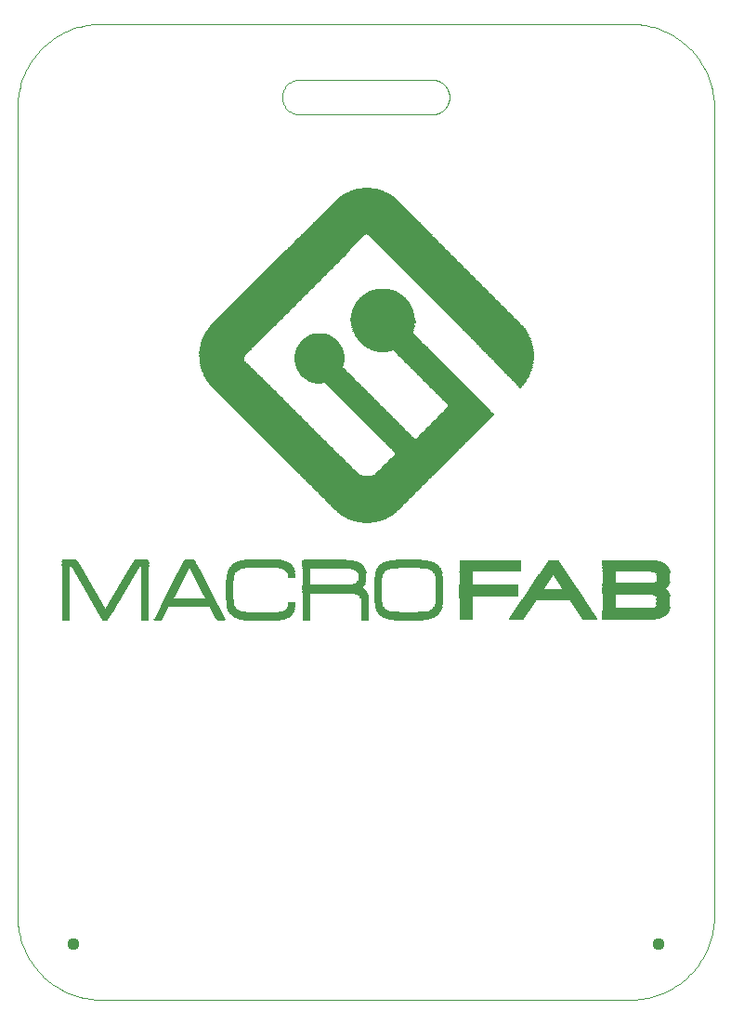
<source format=gts>
G75*
%MOIN*%
%OFA0B0*%
%FSLAX24Y24*%
%IPPOS*%
%LPD*%
%AMOC8*
5,1,8,0,0,1.08239X$1,22.5*
%
%ADD10C,0.0000*%
%ADD11R,0.0342X0.0018*%
%ADD12R,0.0594X0.0018*%
%ADD13R,0.0756X0.0018*%
%ADD14R,0.0900X0.0018*%
%ADD15R,0.1008X0.0018*%
%ADD16R,0.1116X0.0018*%
%ADD17R,0.1224X0.0018*%
%ADD18R,0.1296X0.0018*%
%ADD19R,0.1386X0.0018*%
%ADD20R,0.1458X0.0018*%
%ADD21R,0.1530X0.0018*%
%ADD22R,0.1584X0.0018*%
%ADD23R,0.1656X0.0018*%
%ADD24R,0.1728X0.0018*%
%ADD25R,0.1764X0.0018*%
%ADD26R,0.1836X0.0018*%
%ADD27R,0.1872X0.0018*%
%ADD28R,0.1944X0.0018*%
%ADD29R,0.1980X0.0018*%
%ADD30R,0.2016X0.0018*%
%ADD31R,0.2052X0.0018*%
%ADD32R,0.2124X0.0018*%
%ADD33R,0.2160X0.0018*%
%ADD34R,0.2196X0.0018*%
%ADD35R,0.2232X0.0018*%
%ADD36R,0.2268X0.0018*%
%ADD37R,0.2304X0.0018*%
%ADD38R,0.2340X0.0018*%
%ADD39R,0.2376X0.0018*%
%ADD40R,0.2412X0.0018*%
%ADD41R,0.2448X0.0018*%
%ADD42R,0.2484X0.0018*%
%ADD43R,0.2520X0.0018*%
%ADD44R,0.2556X0.0018*%
%ADD45R,0.2592X0.0018*%
%ADD46R,0.2628X0.0018*%
%ADD47R,0.2664X0.0018*%
%ADD48R,0.2700X0.0018*%
%ADD49R,0.2736X0.0018*%
%ADD50R,0.2772X0.0018*%
%ADD51R,0.2808X0.0018*%
%ADD52R,0.2844X0.0018*%
%ADD53R,0.2880X0.0018*%
%ADD54R,0.2916X0.0018*%
%ADD55R,0.2952X0.0018*%
%ADD56R,0.2988X0.0018*%
%ADD57R,0.3024X0.0018*%
%ADD58R,0.3060X0.0018*%
%ADD59R,0.3096X0.0018*%
%ADD60R,0.3132X0.0018*%
%ADD61R,0.3168X0.0018*%
%ADD62R,0.3204X0.0018*%
%ADD63R,0.3240X0.0018*%
%ADD64R,0.3276X0.0018*%
%ADD65R,0.3312X0.0018*%
%ADD66R,0.3348X0.0018*%
%ADD67R,0.3384X0.0018*%
%ADD68R,0.3420X0.0018*%
%ADD69R,0.3456X0.0018*%
%ADD70R,0.3492X0.0018*%
%ADD71R,0.3528X0.0018*%
%ADD72R,0.3564X0.0018*%
%ADD73R,0.3600X0.0018*%
%ADD74R,0.3636X0.0018*%
%ADD75R,0.3672X0.0018*%
%ADD76R,0.3708X0.0018*%
%ADD77R,0.3744X0.0018*%
%ADD78R,0.3780X0.0018*%
%ADD79R,0.3816X0.0018*%
%ADD80R,0.3852X0.0018*%
%ADD81R,0.3888X0.0018*%
%ADD82R,0.3924X0.0018*%
%ADD83R,0.3960X0.0018*%
%ADD84R,0.3996X0.0018*%
%ADD85R,0.4032X0.0018*%
%ADD86R,0.4068X0.0018*%
%ADD87R,0.4104X0.0018*%
%ADD88R,0.4140X0.0018*%
%ADD89R,0.4176X0.0018*%
%ADD90R,0.4212X0.0018*%
%ADD91R,0.4248X0.0018*%
%ADD92R,0.4284X0.0018*%
%ADD93R,0.4320X0.0018*%
%ADD94R,0.4356X0.0018*%
%ADD95R,0.4392X0.0018*%
%ADD96R,0.4428X0.0018*%
%ADD97R,0.4464X0.0018*%
%ADD98R,0.4500X0.0018*%
%ADD99R,0.4536X0.0018*%
%ADD100R,0.4572X0.0018*%
%ADD101R,0.4608X0.0018*%
%ADD102R,0.4644X0.0018*%
%ADD103R,0.4680X0.0018*%
%ADD104R,0.2286X0.0018*%
%ADD105R,0.2178X0.0018*%
%ADD106R,0.2142X0.0018*%
%ADD107R,0.2106X0.0018*%
%ADD108R,0.2124X0.0018*%
%ADD109R,0.2214X0.0018*%
%ADD110R,0.2250X0.0018*%
%ADD111R,0.2322X0.0018*%
%ADD112R,0.2358X0.0018*%
%ADD113R,0.2394X0.0018*%
%ADD114R,0.2430X0.0018*%
%ADD115R,0.2466X0.0018*%
%ADD116R,0.2502X0.0018*%
%ADD117R,0.2538X0.0018*%
%ADD118R,0.2574X0.0018*%
%ADD119R,0.2610X0.0018*%
%ADD120R,0.2646X0.0018*%
%ADD121R,0.2682X0.0018*%
%ADD122R,0.2718X0.0018*%
%ADD123R,0.2754X0.0018*%
%ADD124R,0.2790X0.0018*%
%ADD125R,0.2826X0.0018*%
%ADD126R,0.2862X0.0018*%
%ADD127R,0.2898X0.0018*%
%ADD128R,0.2934X0.0018*%
%ADD129R,0.2970X0.0018*%
%ADD130R,0.3006X0.0018*%
%ADD131R,0.3042X0.0018*%
%ADD132R,0.3078X0.0018*%
%ADD133R,0.3114X0.0018*%
%ADD134R,0.1206X0.0018*%
%ADD135R,0.1908X0.0018*%
%ADD136R,0.1872X0.0018*%
%ADD137R,0.1800X0.0018*%
%ADD138R,0.1692X0.0018*%
%ADD139R,0.1620X0.0018*%
%ADD140R,0.1548X0.0018*%
%ADD141R,0.1512X0.0018*%
%ADD142R,0.1476X0.0018*%
%ADD143R,0.1440X0.0018*%
%ADD144R,0.1404X0.0018*%
%ADD145R,0.1368X0.0018*%
%ADD146R,0.1332X0.0018*%
%ADD147R,0.1332X0.0018*%
%ADD148R,0.0018X0.0018*%
%ADD149R,0.0054X0.0018*%
%ADD150R,0.0090X0.0018*%
%ADD151R,0.0126X0.0018*%
%ADD152R,0.0162X0.0018*%
%ADD153R,0.0198X0.0018*%
%ADD154R,0.0234X0.0018*%
%ADD155R,0.0252X0.0018*%
%ADD156R,0.2088X0.0018*%
%ADD157R,0.0288X0.0018*%
%ADD158R,0.0324X0.0018*%
%ADD159R,0.0270X0.0018*%
%ADD160R,0.0342X0.0018*%
%ADD161R,0.1638X0.0018*%
%ADD162R,0.0378X0.0018*%
%ADD163R,0.1674X0.0018*%
%ADD164R,0.0396X0.0018*%
%ADD165R,0.2070X0.0018*%
%ADD166R,0.0432X0.0018*%
%ADD167R,0.0468X0.0018*%
%ADD168R,0.1746X0.0018*%
%ADD169R,0.0486X0.0018*%
%ADD170R,0.0522X0.0018*%
%ADD171R,0.2052X0.0018*%
%ADD172R,0.0558X0.0018*%
%ADD173R,0.0576X0.0018*%
%ADD174R,0.2034X0.0018*%
%ADD175R,0.1782X0.0018*%
%ADD176R,0.0612X0.0018*%
%ADD177R,0.1782X0.0018*%
%ADD178R,0.0630X0.0018*%
%ADD179R,0.0666X0.0018*%
%ADD180R,0.0702X0.0018*%
%ADD181R,0.0720X0.0018*%
%ADD182R,0.1998X0.0018*%
%ADD183R,0.0774X0.0018*%
%ADD184R,0.0810X0.0018*%
%ADD185R,0.0828X0.0018*%
%ADD186R,0.1962X0.0018*%
%ADD187R,0.0846X0.0018*%
%ADD188R,0.1962X0.0018*%
%ADD189R,0.0882X0.0018*%
%ADD190R,0.1926X0.0018*%
%ADD191R,0.1764X0.0018*%
%ADD192R,0.0936X0.0018*%
%ADD193R,0.0954X0.0018*%
%ADD194R,0.0972X0.0018*%
%ADD195R,0.1890X0.0018*%
%ADD196R,0.1026X0.0018*%
%ADD197R,0.1062X0.0018*%
%ADD198R,0.1080X0.0018*%
%ADD199R,0.1854X0.0018*%
%ADD200R,0.1710X0.0018*%
%ADD201R,0.1098X0.0018*%
%ADD202R,0.1818X0.0018*%
%ADD203R,0.1152X0.0018*%
%ADD204R,0.1170X0.0018*%
%ADD205R,0.1188X0.0018*%
%ADD206R,0.1242X0.0018*%
%ADD207R,0.1260X0.0018*%
%ADD208R,0.1278X0.0018*%
%ADD209R,0.1314X0.0018*%
%ADD210R,0.1350X0.0018*%
%ADD211R,0.1422X0.0018*%
%ADD212R,0.1602X0.0018*%
%ADD213R,0.1602X0.0018*%
%ADD214R,0.1494X0.0018*%
%ADD215R,0.1566X0.0018*%
%ADD216R,0.1584X0.0018*%
%ADD217R,0.1674X0.0018*%
%ADD218R,0.1692X0.0018*%
%ADD219R,0.0684X0.0018*%
%ADD220R,0.1854X0.0018*%
%ADD221R,0.2214X0.0018*%
%ADD222R,0.1494X0.0018*%
%ADD223R,0.2232X0.0018*%
%ADD224R,0.2034X0.0018*%
%ADD225R,0.1242X0.0018*%
%ADD226R,0.1134X0.0018*%
%ADD227R,0.1062X0.0018*%
%ADD228R,0.2142X0.0018*%
%ADD229R,0.0990X0.0018*%
%ADD230R,0.0918X0.0018*%
%ADD231R,0.0702X0.0018*%
%ADD232R,0.0612X0.0018*%
%ADD233R,0.0504X0.0018*%
%ADD234R,0.0360X0.0018*%
%ADD235R,0.2304X0.0018*%
%ADD236R,0.2322X0.0018*%
%ADD237R,0.0882X0.0018*%
%ADD238R,0.4626X0.0018*%
%ADD239R,0.4590X0.0018*%
%ADD240R,0.4554X0.0018*%
%ADD241R,0.4518X0.0018*%
%ADD242R,0.4482X0.0018*%
%ADD243R,0.4446X0.0018*%
%ADD244R,0.4410X0.0018*%
%ADD245R,0.4374X0.0018*%
%ADD246R,0.4338X0.0018*%
%ADD247R,0.4302X0.0018*%
%ADD248R,0.4266X0.0018*%
%ADD249R,0.4230X0.0018*%
%ADD250R,0.4194X0.0018*%
%ADD251R,0.4158X0.0018*%
%ADD252R,0.4122X0.0018*%
%ADD253R,0.4086X0.0018*%
%ADD254R,0.4050X0.0018*%
%ADD255R,0.4014X0.0018*%
%ADD256R,0.3978X0.0018*%
%ADD257R,0.3942X0.0018*%
%ADD258R,0.3906X0.0018*%
%ADD259R,0.3870X0.0018*%
%ADD260R,0.3834X0.0018*%
%ADD261R,0.3798X0.0018*%
%ADD262R,0.3762X0.0018*%
%ADD263R,0.3726X0.0018*%
%ADD264R,0.3690X0.0018*%
%ADD265R,0.3654X0.0018*%
%ADD266R,0.3618X0.0018*%
%ADD267R,0.3582X0.0018*%
%ADD268R,0.3546X0.0018*%
%ADD269R,0.3510X0.0018*%
%ADD270R,0.3474X0.0018*%
%ADD271R,0.3438X0.0018*%
%ADD272R,0.3402X0.0018*%
%ADD273R,0.3366X0.0018*%
%ADD274R,0.3330X0.0018*%
%ADD275R,0.3294X0.0018*%
%ADD276R,0.3258X0.0018*%
%ADD277R,0.3222X0.0018*%
%ADD278R,0.3186X0.0018*%
%ADD279R,0.3150X0.0018*%
%ADD280R,0.3114X0.0018*%
%ADD281R,0.2934X0.0018*%
%ADD282R,0.2754X0.0018*%
%ADD283R,0.2574X0.0018*%
%ADD284R,0.2394X0.0018*%
%ADD285R,0.1512X0.0018*%
%ADD286R,0.0738X0.0018*%
%ADD287R,0.0864X0.0018*%
%ADD288R,0.0648X0.0018*%
%ADD289R,0.0972X0.0018*%
%ADD290R,0.0792X0.0018*%
%ADD291R,0.0792X0.0018*%
%ADD292R,0.0108X0.0018*%
%ADD293R,0.0144X0.0018*%
%ADD294R,0.0180X0.0018*%
%ADD295R,0.1224X0.0018*%
%ADD296R,0.0432X0.0018*%
%ADD297R,0.0450X0.0018*%
%ADD298R,0.1422X0.0018*%
%ADD299R,0.0774X0.0018*%
%ADD300R,0.1404X0.0018*%
%ADD301R,0.1044X0.0018*%
%ADD302R,0.1152X0.0018*%
%ADD303R,0.1044X0.0018*%
%ADD304R,0.0216X0.0018*%
%ADD305R,0.0954X0.0018*%
%ADD306R,0.0306X0.0018*%
%ADD307R,0.0250X0.0006*%
%ADD308R,0.0177X0.0006*%
%ADD309R,0.0250X0.0006*%
%ADD310R,0.0268X0.0006*%
%ADD311R,0.0281X0.0006*%
%ADD312R,0.1006X0.0006*%
%ADD313R,0.0262X0.0006*%
%ADD314R,0.0610X0.0006*%
%ADD315R,0.0275X0.0006*%
%ADD316R,0.0189X0.0006*%
%ADD317R,0.0262X0.0006*%
%ADD318R,0.0299X0.0006*%
%ADD319R,0.1196X0.0006*%
%ADD320R,0.0281X0.0006*%
%ADD321R,0.0885X0.0006*%
%ADD322R,0.0195X0.0006*%
%ADD323R,0.0293X0.0006*%
%ADD324R,0.1305X0.0006*%
%ADD325R,0.1049X0.0006*%
%ADD326R,0.0287X0.0006*%
%ADD327R,0.0207X0.0006*%
%ADD328R,0.0305X0.0006*%
%ADD329R,0.1397X0.0006*%
%ADD330R,0.0287X0.0006*%
%ADD331R,0.1165X0.0006*%
%ADD332R,0.0311X0.0006*%
%ADD333R,0.1470X0.0006*%
%ADD334R,0.1250X0.0006*%
%ADD335R,0.0134X0.0006*%
%ADD336R,0.0220X0.0006*%
%ADD337R,0.1531X0.0006*%
%ADD338R,0.1342X0.0006*%
%ADD339R,0.0494X0.0006*%
%ADD340R,0.0537X0.0006*%
%ADD341R,0.1781X0.0006*%
%ADD342R,0.0226X0.0006*%
%ADD343R,0.0317X0.0006*%
%ADD344R,0.1586X0.0006*%
%ADD345R,0.1415X0.0006*%
%ADD346R,0.1860X0.0006*%
%ADD347R,0.0232X0.0006*%
%ADD348R,0.1635X0.0006*%
%ADD349R,0.1470X0.0006*%
%ADD350R,0.0543X0.0006*%
%ADD351R,0.1909X0.0006*%
%ADD352R,0.0244X0.0006*%
%ADD353R,0.1678X0.0006*%
%ADD354R,0.1525X0.0006*%
%ADD355R,0.1952X0.0006*%
%ADD356R,0.1714X0.0006*%
%ADD357R,0.1574X0.0006*%
%ADD358R,0.1989X0.0006*%
%ADD359R,0.0256X0.0006*%
%ADD360R,0.1757X0.0006*%
%ADD361R,0.1616X0.0006*%
%ADD362R,0.2019X0.0006*%
%ADD363R,0.1793X0.0006*%
%ADD364R,0.1647X0.0006*%
%ADD365R,0.2043X0.0006*%
%ADD366R,0.0268X0.0006*%
%ADD367R,0.0299X0.0006*%
%ADD368R,0.1818X0.0006*%
%ADD369R,0.1684X0.0006*%
%ADD370R,0.2068X0.0006*%
%ADD371R,0.1848X0.0006*%
%ADD372R,0.2086X0.0006*%
%ADD373R,0.1879X0.0006*%
%ADD374R,0.1751X0.0006*%
%ADD375R,0.0543X0.0006*%
%ADD376R,0.2105X0.0006*%
%ADD377R,0.1775X0.0006*%
%ADD378R,0.2123X0.0006*%
%ADD379R,0.1922X0.0006*%
%ADD380R,0.1800X0.0006*%
%ADD381R,0.2141X0.0006*%
%ADD382R,0.1946X0.0006*%
%ADD383R,0.1824X0.0006*%
%ADD384R,0.2153X0.0006*%
%ADD385R,0.1970X0.0006*%
%ADD386R,0.2165X0.0006*%
%ADD387R,0.1995X0.0006*%
%ADD388R,0.1873X0.0006*%
%ADD389R,0.2178X0.0006*%
%ADD390R,0.0329X0.0006*%
%ADD391R,0.2013X0.0006*%
%ADD392R,0.1897X0.0006*%
%ADD393R,0.2190X0.0006*%
%ADD394R,0.2025X0.0006*%
%ADD395R,0.1921X0.0006*%
%ADD396R,0.2202X0.0006*%
%ADD397R,0.0342X0.0006*%
%ADD398R,0.2037X0.0006*%
%ADD399R,0.1934X0.0006*%
%ADD400R,0.2214X0.0006*%
%ADD401R,0.2062X0.0006*%
%ADD402R,0.1958X0.0006*%
%ADD403R,0.2226X0.0006*%
%ADD404R,0.0354X0.0006*%
%ADD405R,0.2074X0.0006*%
%ADD406R,0.2239X0.0006*%
%ADD407R,0.0366X0.0006*%
%ADD408R,0.2092X0.0006*%
%ADD409R,0.2245X0.0006*%
%ADD410R,0.2007X0.0006*%
%ADD411R,0.2257X0.0006*%
%ADD412R,0.0378X0.0006*%
%ADD413R,0.2117X0.0006*%
%ADD414R,0.2263X0.0006*%
%ADD415R,0.2129X0.0006*%
%ADD416R,0.2031X0.0006*%
%ADD417R,0.2275X0.0006*%
%ADD418R,0.0390X0.0006*%
%ADD419R,0.2056X0.0006*%
%ADD420R,0.2281X0.0006*%
%ADD421R,0.0396X0.0006*%
%ADD422R,0.0537X0.0006*%
%ADD423R,0.2288X0.0006*%
%ADD424R,0.0403X0.0006*%
%ADD425R,0.2080X0.0006*%
%ADD426R,0.2294X0.0006*%
%ADD427R,0.0415X0.0006*%
%ADD428R,0.2300X0.0006*%
%ADD429R,0.2306X0.0006*%
%ADD430R,0.0427X0.0006*%
%ADD431R,0.2312X0.0006*%
%ADD432R,0.2208X0.0006*%
%ADD433R,0.2324X0.0006*%
%ADD434R,0.0439X0.0006*%
%ADD435R,0.2220X0.0006*%
%ADD436R,0.2330X0.0006*%
%ADD437R,0.0451X0.0006*%
%ADD438R,0.2233X0.0006*%
%ADD439R,0.2159X0.0006*%
%ADD440R,0.2336X0.0006*%
%ADD441R,0.0464X0.0006*%
%ADD442R,0.2342X0.0006*%
%ADD443R,0.2348X0.0006*%
%ADD444R,0.0476X0.0006*%
%ADD445R,0.2269X0.0006*%
%ADD446R,0.2355X0.0006*%
%ADD447R,0.0482X0.0006*%
%ADD448R,0.2361X0.0006*%
%ADD449R,0.0488X0.0006*%
%ADD450R,0.0500X0.0006*%
%ADD451R,0.2367X0.0006*%
%ADD452R,0.0683X0.0006*%
%ADD453R,0.2373X0.0006*%
%ADD454R,0.0512X0.0006*%
%ADD455R,0.0598X0.0006*%
%ADD456R,0.0781X0.0006*%
%ADD457R,0.0518X0.0006*%
%ADD458R,0.0555X0.0006*%
%ADD459R,0.0640X0.0006*%
%ADD460R,0.0634X0.0006*%
%ADD461R,0.2379X0.0006*%
%ADD462R,0.0525X0.0006*%
%ADD463R,0.0470X0.0006*%
%ADD464R,0.0573X0.0006*%
%ADD465R,0.0531X0.0006*%
%ADD466R,0.2385X0.0006*%
%ADD467R,0.0421X0.0006*%
%ADD468R,0.0549X0.0006*%
%ADD469R,0.0445X0.0006*%
%ADD470R,0.0457X0.0006*%
%ADD471R,0.2391X0.0006*%
%ADD472R,0.0433X0.0006*%
%ADD473R,0.2397X0.0006*%
%ADD474R,0.0561X0.0006*%
%ADD475R,0.0421X0.0006*%
%ADD476R,0.0567X0.0006*%
%ADD477R,0.0403X0.0006*%
%ADD478R,0.0409X0.0006*%
%ADD479R,0.2403X0.0006*%
%ADD480R,0.0573X0.0006*%
%ADD481R,0.0360X0.0006*%
%ADD482R,0.0586X0.0006*%
%ADD483R,0.0348X0.0006*%
%ADD484R,0.0384X0.0006*%
%ADD485R,0.0372X0.0006*%
%ADD486R,0.2410X0.0006*%
%ADD487R,0.0335X0.0006*%
%ADD488R,0.0604X0.0006*%
%ADD489R,0.0323X0.0006*%
%ADD490R,0.2416X0.0006*%
%ADD491R,0.0616X0.0006*%
%ADD492R,0.0622X0.0006*%
%ADD493R,0.2422X0.0006*%
%ADD494R,0.2428X0.0006*%
%ADD495R,0.0695X0.0006*%
%ADD496R,0.0592X0.0006*%
%ADD497R,0.0293X0.0006*%
%ADD498R,0.1983X0.0006*%
%ADD499R,0.0274X0.0006*%
%ADD500R,0.1934X0.0006*%
%ADD501R,0.0256X0.0006*%
%ADD502R,0.0244X0.0006*%
%ADD503R,0.1909X0.0006*%
%ADD504R,0.1903X0.0006*%
%ADD505R,0.1891X0.0006*%
%ADD506R,0.1885X0.0006*%
%ADD507R,0.1836X0.0006*%
%ADD508R,0.2251X0.0006*%
%ADD509R,0.1812X0.0006*%
%ADD510R,0.1787X0.0006*%
%ADD511R,0.2184X0.0006*%
%ADD512R,0.2135X0.0006*%
%ADD513R,0.2111X0.0006*%
%ADD514R,0.2050X0.0006*%
%ADD515R,0.0586X0.0006*%
%ADD516R,0.2001X0.0006*%
%ADD517R,0.0677X0.0006*%
%ADD518R,0.1976X0.0006*%
%ADD519R,0.1964X0.0006*%
%ADD520R,0.0506X0.0006*%
%ADD521R,0.1928X0.0006*%
%ADD522R,0.1915X0.0006*%
%ADD523R,0.2318X0.0006*%
%ADD524R,0.1867X0.0006*%
%ADD525R,0.1854X0.0006*%
%ADD526R,0.1842X0.0006*%
%ADD527R,0.1830X0.0006*%
%ADD528R,0.1806X0.0006*%
%ADD529R,0.2239X0.0006*%
%ADD530R,0.2196X0.0006*%
%ADD531R,0.2147X0.0006*%
%ADD532R,0.2172X0.0006*%
%ADD533R,0.0433X0.0006*%
%ADD534R,0.0390X0.0006*%
%ADD535R,0.1037X0.0006*%
%ADD536R,0.1031X0.0006*%
%ADD537R,0.1019X0.0006*%
%ADD538R,0.1013X0.0006*%
%ADD539R,0.0994X0.0006*%
%ADD540R,0.0988X0.0006*%
%ADD541R,0.0982X0.0006*%
%ADD542R,0.0970X0.0006*%
%ADD543R,0.0964X0.0006*%
%ADD544R,0.0952X0.0006*%
%ADD545R,0.0945X0.0006*%
%ADD546R,0.0939X0.0006*%
%ADD547R,0.0927X0.0006*%
%ADD548R,0.0921X0.0006*%
%ADD549R,0.0915X0.0006*%
%ADD550R,0.0903X0.0006*%
%ADD551R,0.0897X0.0006*%
%ADD552R,0.0891X0.0006*%
%ADD553R,0.0878X0.0006*%
%ADD554R,0.0872X0.0006*%
%ADD555R,0.1110X0.0006*%
%ADD556R,0.0860X0.0006*%
%ADD557R,0.0854X0.0006*%
%ADD558R,0.0848X0.0006*%
%ADD559R,0.0836X0.0006*%
%ADD560R,0.0830X0.0006*%
%ADD561R,0.0823X0.0006*%
%ADD562R,0.0811X0.0006*%
%ADD563R,0.0805X0.0006*%
%ADD564R,0.0799X0.0006*%
%ADD565R,0.0787X0.0006*%
%ADD566R,0.0409X0.0006*%
%ADD567R,0.0769X0.0006*%
%ADD568R,0.0415X0.0006*%
%ADD569R,0.0762X0.0006*%
%ADD570R,0.0756X0.0006*%
%ADD571R,0.0744X0.0006*%
%ADD572R,0.0738X0.0006*%
%ADD573R,0.0732X0.0006*%
%ADD574R,0.0561X0.0006*%
%ADD575R,0.0720X0.0006*%
%ADD576R,0.0714X0.0006*%
%ADD577R,0.0732X0.0006*%
%ADD578R,0.0726X0.0006*%
%ADD579R,0.0708X0.0006*%
%ADD580R,0.0665X0.0006*%
%ADD581R,0.0580X0.0006*%
%ADD582R,0.0689X0.0006*%
%ADD583R,0.0671X0.0006*%
%ADD584R,0.2233X0.0006*%
%ADD585R,0.0659X0.0006*%
%ADD586R,0.0647X0.0006*%
%ADD587R,0.0628X0.0006*%
%ADD588R,0.0653X0.0006*%
%ADD589R,0.0567X0.0006*%
%ADD590R,0.2098X0.0006*%
%ADD591R,0.0555X0.0006*%
%ADD592R,0.0549X0.0006*%
%ADD593R,0.2080X0.0006*%
%ADD594R,0.2086X0.0006*%
%ADD595R,0.1726X0.0006*%
%ADD596R,0.0427X0.0006*%
%ADD597R,0.1696X0.0006*%
%ADD598R,0.1775X0.0006*%
%ADD599R,0.1659X0.0006*%
%ADD600R,0.1738X0.0006*%
%ADD601R,0.1623X0.0006*%
%ADD602R,0.1702X0.0006*%
%ADD603R,0.1580X0.0006*%
%ADD604R,0.1671X0.0006*%
%ADD605R,0.1537X0.0006*%
%ADD606R,0.1482X0.0006*%
%ADD607R,0.0397X0.0006*%
%ADD608R,0.1598X0.0006*%
%ADD609R,0.1427X0.0006*%
%ADD610R,0.1543X0.0006*%
%ADD611R,0.1360X0.0006*%
%ADD612R,0.0384X0.0006*%
%ADD613R,0.1501X0.0006*%
%ADD614R,0.1287X0.0006*%
%ADD615R,0.1446X0.0006*%
%ADD616R,0.1202X0.0006*%
%ADD617R,0.1379X0.0006*%
%ADD618R,0.1092X0.0006*%
%ADD619R,0.1549X0.0006*%
%ADD620R,0.1226X0.0006*%
%ADD621R,0.1104X0.0006*%
%ADD622C,0.0437*%
D10*
X000100Y003100D02*
X000100Y032100D01*
X000102Y032207D01*
X000108Y032314D01*
X000117Y032421D01*
X000131Y032527D01*
X000148Y032633D01*
X000169Y032738D01*
X000193Y032842D01*
X000222Y032945D01*
X000254Y033047D01*
X000289Y033148D01*
X000328Y033248D01*
X000371Y033346D01*
X000417Y033443D01*
X000467Y033538D01*
X000520Y033631D01*
X000576Y033722D01*
X000636Y033811D01*
X000698Y033898D01*
X000764Y033982D01*
X000833Y034065D01*
X000904Y034144D01*
X000979Y034221D01*
X001056Y034296D01*
X001135Y034367D01*
X001218Y034436D01*
X001302Y034502D01*
X001389Y034564D01*
X001478Y034624D01*
X001569Y034680D01*
X001662Y034733D01*
X001757Y034783D01*
X001854Y034829D01*
X001952Y034872D01*
X002052Y034911D01*
X002153Y034946D01*
X002255Y034978D01*
X002358Y035007D01*
X002462Y035031D01*
X002567Y035052D01*
X002673Y035069D01*
X002779Y035083D01*
X002886Y035092D01*
X002993Y035098D01*
X003100Y035100D01*
X022100Y035100D01*
X022207Y035098D01*
X022314Y035092D01*
X022421Y035083D01*
X022527Y035069D01*
X022633Y035052D01*
X022738Y035031D01*
X022842Y035007D01*
X022945Y034978D01*
X023047Y034946D01*
X023148Y034911D01*
X023248Y034872D01*
X023346Y034829D01*
X023443Y034783D01*
X023538Y034733D01*
X023631Y034680D01*
X023722Y034624D01*
X023811Y034564D01*
X023898Y034502D01*
X023982Y034436D01*
X024065Y034367D01*
X024144Y034296D01*
X024221Y034221D01*
X024296Y034144D01*
X024367Y034065D01*
X024436Y033982D01*
X024502Y033898D01*
X024564Y033811D01*
X024624Y033722D01*
X024680Y033631D01*
X024733Y033538D01*
X024783Y033443D01*
X024829Y033346D01*
X024872Y033248D01*
X024911Y033148D01*
X024946Y033047D01*
X024978Y032945D01*
X025007Y032842D01*
X025031Y032738D01*
X025052Y032633D01*
X025069Y032527D01*
X025083Y032421D01*
X025092Y032314D01*
X025098Y032207D01*
X025100Y032100D01*
X025100Y003100D01*
X025098Y002993D01*
X025092Y002886D01*
X025083Y002779D01*
X025069Y002673D01*
X025052Y002567D01*
X025031Y002462D01*
X025007Y002358D01*
X024978Y002255D01*
X024946Y002153D01*
X024911Y002052D01*
X024872Y001952D01*
X024829Y001854D01*
X024783Y001757D01*
X024733Y001662D01*
X024680Y001569D01*
X024624Y001478D01*
X024564Y001389D01*
X024502Y001302D01*
X024436Y001218D01*
X024367Y001135D01*
X024296Y001056D01*
X024221Y000979D01*
X024144Y000904D01*
X024065Y000833D01*
X023982Y000764D01*
X023898Y000698D01*
X023811Y000636D01*
X023722Y000576D01*
X023631Y000520D01*
X023538Y000467D01*
X023443Y000417D01*
X023346Y000371D01*
X023248Y000328D01*
X023148Y000289D01*
X023047Y000254D01*
X022945Y000222D01*
X022842Y000193D01*
X022738Y000169D01*
X022633Y000148D01*
X022527Y000131D01*
X022421Y000117D01*
X022314Y000108D01*
X022207Y000102D01*
X022100Y000100D01*
X003100Y000100D01*
X002993Y000102D01*
X002886Y000108D01*
X002779Y000117D01*
X002673Y000131D01*
X002567Y000148D01*
X002462Y000169D01*
X002358Y000193D01*
X002255Y000222D01*
X002153Y000254D01*
X002052Y000289D01*
X001952Y000328D01*
X001854Y000371D01*
X001757Y000417D01*
X001662Y000467D01*
X001569Y000520D01*
X001478Y000576D01*
X001389Y000636D01*
X001302Y000698D01*
X001218Y000764D01*
X001135Y000833D01*
X001056Y000904D01*
X000979Y000979D01*
X000904Y001056D01*
X000833Y001135D01*
X000764Y001218D01*
X000698Y001302D01*
X000636Y001389D01*
X000576Y001478D01*
X000520Y001569D01*
X000467Y001662D01*
X000417Y001757D01*
X000371Y001854D01*
X000328Y001952D01*
X000289Y002052D01*
X000254Y002153D01*
X000222Y002255D01*
X000193Y002358D01*
X000169Y002462D01*
X000148Y002567D01*
X000131Y002673D01*
X000117Y002779D01*
X000108Y002886D01*
X000102Y002993D01*
X000100Y003100D01*
X010225Y031850D02*
X014975Y031850D01*
X015024Y031852D01*
X015073Y031858D01*
X015121Y031867D01*
X015168Y031881D01*
X015214Y031898D01*
X015259Y031918D01*
X015302Y031942D01*
X015342Y031969D01*
X015381Y032000D01*
X015417Y032033D01*
X015450Y032069D01*
X015481Y032108D01*
X015508Y032148D01*
X015532Y032191D01*
X015552Y032236D01*
X015569Y032282D01*
X015583Y032329D01*
X015592Y032377D01*
X015598Y032426D01*
X015600Y032475D01*
X015598Y032524D01*
X015592Y032573D01*
X015583Y032621D01*
X015569Y032668D01*
X015552Y032714D01*
X015532Y032759D01*
X015508Y032802D01*
X015481Y032842D01*
X015450Y032881D01*
X015417Y032917D01*
X015381Y032950D01*
X015342Y032981D01*
X015302Y033008D01*
X015259Y033032D01*
X015214Y033052D01*
X015168Y033069D01*
X015121Y033083D01*
X015073Y033092D01*
X015024Y033098D01*
X014975Y033100D01*
X010225Y033100D01*
X009600Y032475D02*
X009602Y032426D01*
X009608Y032377D01*
X009617Y032329D01*
X009631Y032282D01*
X009648Y032236D01*
X009668Y032191D01*
X009692Y032148D01*
X009719Y032108D01*
X009750Y032069D01*
X009783Y032033D01*
X009819Y032000D01*
X009858Y031969D01*
X009898Y031942D01*
X009941Y031918D01*
X009986Y031898D01*
X010032Y031881D01*
X010079Y031867D01*
X010127Y031858D01*
X010176Y031852D01*
X010225Y031850D01*
X009600Y032475D02*
X009602Y032524D01*
X009608Y032573D01*
X009617Y032621D01*
X009631Y032668D01*
X009648Y032714D01*
X009668Y032759D01*
X009692Y032802D01*
X009719Y032842D01*
X009750Y032881D01*
X009783Y032917D01*
X009819Y032950D01*
X009858Y032981D01*
X009898Y033008D01*
X009941Y033032D01*
X009986Y033052D01*
X010032Y033069D01*
X010079Y033083D01*
X010127Y033092D01*
X010176Y033098D01*
X010225Y033100D01*
D11*
X012630Y029184D03*
X010938Y022416D03*
X012630Y017196D03*
X018084Y022524D03*
D12*
X018030Y022704D03*
X012630Y017214D03*
X012630Y029166D03*
D13*
X018093Y022452D03*
X012639Y017232D03*
D14*
X012639Y017250D03*
X016221Y021354D03*
X018057Y022560D03*
X017949Y022956D03*
X012639Y029130D03*
D15*
X012639Y029112D03*
X013215Y025242D03*
X010929Y023568D03*
X012639Y017268D03*
X018039Y022632D03*
X017913Y023046D03*
D16*
X017859Y023154D03*
X018003Y022722D03*
X016257Y021210D03*
X013215Y025206D03*
X010929Y023496D03*
X012639Y029094D03*
X012639Y017286D03*
D17*
X012639Y017304D03*
X016257Y021156D03*
X017805Y023262D03*
X017985Y022794D03*
X012621Y028860D03*
X010965Y022722D03*
X010983Y022686D03*
X011001Y022668D03*
X011073Y022596D03*
X011091Y022578D03*
X011127Y022542D03*
X011145Y022524D03*
X007473Y022902D03*
X007455Y022938D03*
X007437Y023064D03*
X007437Y023082D03*
X007437Y023100D03*
X007437Y023118D03*
X007437Y023136D03*
X007437Y023154D03*
X007437Y023172D03*
D18*
X007473Y023316D03*
X007473Y023334D03*
X007491Y023352D03*
X007527Y022812D03*
X010929Y022830D03*
X010929Y022848D03*
X010929Y023334D03*
X013215Y025134D03*
X013215Y025386D03*
X012639Y029058D03*
X017751Y023352D03*
X017769Y023334D03*
X017949Y022866D03*
X016257Y021120D03*
X012639Y017322D03*
D19*
X012648Y017340D03*
X012630Y017574D03*
X015150Y020004D03*
X017706Y023442D03*
X017922Y022956D03*
X012630Y028824D03*
X012630Y029040D03*
X010938Y023658D03*
X010938Y023010D03*
X007626Y022668D03*
X007608Y022686D03*
D20*
X007698Y022560D03*
X007716Y022542D03*
X007590Y023532D03*
X010938Y023604D03*
X013206Y025044D03*
X012630Y029022D03*
X017634Y023568D03*
X017652Y023550D03*
X017652Y023532D03*
X017904Y023010D03*
X012630Y017592D03*
X012648Y017358D03*
D21*
X012648Y017376D03*
X013908Y018852D03*
X013926Y018870D03*
X013944Y018888D03*
X013962Y018906D03*
X013980Y018924D03*
X013998Y018942D03*
X014016Y018960D03*
X014034Y018978D03*
X014052Y018996D03*
X014070Y019014D03*
X014088Y019032D03*
X014106Y019050D03*
X014124Y019068D03*
X014142Y019086D03*
X014160Y019104D03*
X014178Y019122D03*
X014196Y019140D03*
X014214Y019158D03*
X014232Y019176D03*
X014250Y019194D03*
X014268Y019212D03*
X014286Y019230D03*
X014304Y019248D03*
X014322Y019266D03*
X014340Y019284D03*
X014358Y019302D03*
X014376Y019320D03*
X014394Y019338D03*
X014412Y019356D03*
X014430Y019374D03*
X014448Y019392D03*
X014466Y019410D03*
X014484Y019428D03*
X014502Y019446D03*
X014520Y019464D03*
X017580Y023658D03*
X017868Y023082D03*
X013224Y025296D03*
X010938Y023550D03*
X009084Y021120D03*
X009066Y021138D03*
X009048Y021156D03*
X009030Y021174D03*
X009012Y021192D03*
X008994Y021210D03*
X008976Y021228D03*
X008958Y021246D03*
X008940Y021264D03*
X008922Y021282D03*
X008904Y021300D03*
X008886Y021318D03*
X008868Y021336D03*
X008850Y021354D03*
X008832Y021372D03*
X008814Y021390D03*
X008796Y021408D03*
X008778Y021426D03*
X008760Y021444D03*
X008742Y021462D03*
X008724Y021480D03*
X008706Y021498D03*
X008688Y021516D03*
X008670Y021534D03*
X008652Y021552D03*
X008634Y021570D03*
X008616Y021588D03*
X008598Y021606D03*
X008580Y021624D03*
X008562Y021642D03*
X008544Y021660D03*
X008526Y021678D03*
X008508Y021696D03*
X008490Y021714D03*
X008472Y021732D03*
X008454Y021750D03*
X008436Y021768D03*
X008418Y021786D03*
X008400Y021804D03*
X008382Y021822D03*
X008364Y021840D03*
X008346Y021858D03*
X008328Y021876D03*
X008310Y021894D03*
X008292Y021912D03*
X008274Y021930D03*
X008256Y021948D03*
X008238Y021966D03*
X008220Y021984D03*
X008202Y022002D03*
X008184Y022020D03*
X008166Y022038D03*
X008148Y022056D03*
X008130Y022074D03*
X008112Y022092D03*
X008094Y022110D03*
X008076Y022128D03*
X008058Y022146D03*
X008040Y022164D03*
X008022Y022182D03*
X008004Y022200D03*
X007986Y022218D03*
X007968Y022236D03*
X007950Y022254D03*
X007932Y022272D03*
X007914Y022290D03*
X007896Y022308D03*
X007878Y022326D03*
X007644Y023622D03*
X007662Y023640D03*
X009102Y021102D03*
X009120Y021084D03*
X009138Y021066D03*
X009156Y021048D03*
X009174Y021030D03*
X009192Y021012D03*
X009210Y020994D03*
X009228Y020976D03*
X009246Y020958D03*
X009264Y020940D03*
D22*
X007707Y023712D03*
X007725Y023730D03*
X011415Y018816D03*
X011433Y018798D03*
X012639Y017394D03*
X013773Y018744D03*
X013791Y018762D03*
X014601Y019554D03*
X016257Y021246D03*
X017535Y023730D03*
X017517Y023748D03*
X012639Y028986D03*
D23*
X012621Y028734D03*
X013215Y025242D03*
X013305Y023892D03*
X013323Y023874D03*
X013341Y023856D03*
X013449Y023748D03*
X013467Y023730D03*
X013485Y023712D03*
X013503Y023694D03*
X010947Y023424D03*
X007815Y023856D03*
X007797Y023838D03*
X007455Y023208D03*
X007455Y023190D03*
X007473Y022956D03*
X011523Y018744D03*
X012639Y017412D03*
X013701Y018708D03*
X014655Y019644D03*
X016257Y021210D03*
X017805Y023208D03*
X017427Y023874D03*
X017409Y023892D03*
D24*
X017283Y024054D03*
X017265Y024072D03*
X017247Y024090D03*
X017229Y024108D03*
X017211Y024126D03*
X017193Y024144D03*
X017175Y024162D03*
X017157Y024180D03*
X017139Y024198D03*
X017121Y024216D03*
X017103Y024234D03*
X017085Y024252D03*
X017067Y024270D03*
X017049Y024288D03*
X017031Y024306D03*
X017013Y024324D03*
X016995Y024342D03*
X016977Y024360D03*
X016959Y024378D03*
X016941Y024396D03*
X016923Y024414D03*
X016905Y024432D03*
X016887Y024450D03*
X016869Y024468D03*
X016851Y024486D03*
X016833Y024504D03*
X016815Y024522D03*
X016797Y024540D03*
X016779Y024558D03*
X016761Y024576D03*
X016743Y024594D03*
X016725Y024612D03*
X016707Y024630D03*
X016689Y024648D03*
X016671Y024666D03*
X016653Y024684D03*
X016635Y024702D03*
X016617Y024720D03*
X016599Y024738D03*
X016581Y024756D03*
X016563Y024774D03*
X016545Y024792D03*
X016527Y024810D03*
X016509Y024828D03*
X016491Y024846D03*
X016473Y024864D03*
X016455Y024882D03*
X016437Y024900D03*
X016419Y024918D03*
X016401Y024936D03*
X016383Y024954D03*
X016365Y024972D03*
X016347Y024990D03*
X016329Y025008D03*
X016311Y025026D03*
X016293Y025044D03*
X016275Y025062D03*
X016257Y025080D03*
X016239Y025098D03*
X016221Y025116D03*
X016203Y025134D03*
X016185Y025152D03*
X016167Y025170D03*
X016149Y025188D03*
X016131Y025206D03*
X016113Y025224D03*
X016095Y025242D03*
X016077Y025260D03*
X016059Y025278D03*
X016041Y025296D03*
X014745Y026592D03*
X014727Y026610D03*
X014709Y026628D03*
X014691Y026646D03*
X014673Y026664D03*
X014655Y026682D03*
X014637Y026700D03*
X014619Y026718D03*
X014601Y026736D03*
X014583Y026754D03*
X014565Y026772D03*
X014547Y026790D03*
X014529Y026808D03*
X014511Y026826D03*
X014493Y026844D03*
X014475Y026862D03*
X014457Y026880D03*
X014439Y026898D03*
X014421Y026916D03*
X014403Y026934D03*
X014385Y026952D03*
X014367Y026970D03*
X014349Y026988D03*
X014331Y027006D03*
X014313Y027024D03*
X014295Y027042D03*
X014277Y027060D03*
X014259Y027078D03*
X014241Y027096D03*
X014223Y027114D03*
X014205Y027132D03*
X014187Y027150D03*
X014169Y027168D03*
X014151Y027186D03*
X014133Y027204D03*
X014115Y027222D03*
X014097Y027240D03*
X014079Y027258D03*
X014061Y027276D03*
X014043Y027294D03*
X014025Y027312D03*
X014007Y027330D03*
X013989Y027348D03*
X013971Y027366D03*
X013953Y027384D03*
X013935Y027402D03*
X013719Y027618D03*
X013701Y027636D03*
X011559Y027654D03*
X011253Y027348D03*
X011235Y027330D03*
X011217Y027312D03*
X011199Y027294D03*
X011181Y027276D03*
X011163Y027258D03*
X011145Y027240D03*
X011127Y027222D03*
X011109Y027204D03*
X011091Y027186D03*
X011073Y027168D03*
X011055Y027150D03*
X011037Y027132D03*
X011019Y027114D03*
X011001Y027096D03*
X010983Y027078D03*
X010965Y027060D03*
X010947Y027042D03*
X010929Y027024D03*
X010911Y027006D03*
X010893Y026988D03*
X010875Y026970D03*
X010857Y026952D03*
X010839Y026934D03*
X010821Y026916D03*
X010803Y026898D03*
X010785Y026880D03*
X010767Y026862D03*
X010749Y026844D03*
X010731Y026826D03*
X010713Y026808D03*
X010695Y026790D03*
X010677Y026772D03*
X010659Y026754D03*
X010641Y026736D03*
X010623Y026718D03*
X010605Y026700D03*
X010587Y026682D03*
X010569Y026664D03*
X010551Y026646D03*
X010533Y026628D03*
X010515Y026610D03*
X010947Y023316D03*
X011001Y022686D03*
X011019Y022668D03*
X011415Y022272D03*
X013233Y024036D03*
X013233Y024054D03*
X016257Y021174D03*
X014691Y019716D03*
X012639Y017682D03*
X012639Y017430D03*
X011595Y018708D03*
X007941Y024018D03*
X007959Y024036D03*
X007977Y024054D03*
X007995Y024072D03*
X008013Y024090D03*
X007491Y023280D03*
X007527Y022866D03*
X017769Y023280D03*
D25*
X016257Y021156D03*
X013233Y024090D03*
X011343Y022326D03*
X011325Y022344D03*
X011073Y022596D03*
X011055Y022614D03*
X010947Y022938D03*
X011631Y027708D03*
X012639Y028932D03*
X007509Y023316D03*
X007545Y022830D03*
X012639Y017448D03*
D26*
X012639Y017466D03*
X016257Y021120D03*
X017697Y023406D03*
X013233Y024180D03*
X013215Y024684D03*
X013215Y024702D03*
X013215Y025134D03*
X012621Y028662D03*
X007563Y023406D03*
X007617Y022722D03*
D27*
X007653Y022668D03*
X012639Y017484D03*
X014727Y019824D03*
X017679Y023442D03*
X012621Y028644D03*
D28*
X012621Y028608D03*
X013215Y025062D03*
X014727Y019860D03*
X012639Y017502D03*
X017625Y023532D03*
X007725Y022560D03*
X007635Y023532D03*
D29*
X007671Y023586D03*
X007761Y022506D03*
X007779Y022488D03*
X012639Y017520D03*
X014727Y019878D03*
X017589Y023586D03*
X013215Y025026D03*
X012621Y028590D03*
D30*
X012621Y028572D03*
X013215Y025008D03*
X013215Y024990D03*
X014727Y019896D03*
X012639Y017538D03*
X007851Y022398D03*
X007833Y022416D03*
X007815Y022434D03*
X007689Y023622D03*
X007707Y023640D03*
X017553Y023658D03*
D31*
X014727Y019914D03*
X012639Y017556D03*
X007923Y022308D03*
X007743Y023694D03*
X012621Y028554D03*
X012639Y028824D03*
D32*
X012621Y028518D03*
X013215Y024900D03*
X013215Y024882D03*
X013233Y024018D03*
X013233Y024000D03*
X013827Y023406D03*
X014727Y019950D03*
X014727Y019662D03*
X012639Y017574D03*
X011253Y018960D03*
X011235Y018978D03*
X011217Y018996D03*
X011199Y019014D03*
X011163Y019050D03*
X011145Y019068D03*
X011127Y019086D03*
X011109Y019104D03*
X011073Y019140D03*
X011055Y019158D03*
X011037Y019176D03*
X011019Y019194D03*
X010983Y019230D03*
X010965Y019248D03*
X010947Y019266D03*
X010929Y019284D03*
X010893Y019320D03*
X010875Y019338D03*
X010857Y019356D03*
X010839Y019374D03*
X010803Y019410D03*
X010785Y019428D03*
X010767Y019446D03*
X010749Y019464D03*
X010713Y019500D03*
X010695Y019518D03*
X010677Y019536D03*
X010659Y019554D03*
X010623Y019590D03*
X010605Y019608D03*
X010587Y019626D03*
X007797Y023784D03*
X007815Y023802D03*
X017427Y023838D03*
X017445Y023820D03*
D33*
X017391Y023892D03*
X014727Y019968D03*
X014727Y019680D03*
X012639Y017592D03*
X011307Y018924D03*
X013773Y023442D03*
X013305Y023910D03*
X013287Y023928D03*
X013233Y024036D03*
X013233Y024054D03*
X013215Y024846D03*
X012621Y028500D03*
X007869Y023874D03*
X007851Y023856D03*
D34*
X007905Y023928D03*
X007923Y023946D03*
X012621Y028482D03*
X013215Y024810D03*
X013215Y024792D03*
X013233Y024108D03*
X013233Y024090D03*
X013341Y023856D03*
X013359Y023838D03*
X013377Y023820D03*
X013395Y023802D03*
X013701Y023496D03*
X017319Y023982D03*
X017337Y023964D03*
X017355Y023946D03*
X012639Y017610D03*
D35*
X012639Y017628D03*
X011379Y018888D03*
X013593Y023586D03*
X013539Y023640D03*
X013503Y023676D03*
X013233Y024144D03*
X013233Y024162D03*
X013233Y024180D03*
X012621Y028464D03*
X017283Y024036D03*
X007959Y024000D03*
D36*
X008031Y024090D03*
X008049Y024108D03*
X008067Y024126D03*
X008085Y024144D03*
X011163Y027258D03*
X011181Y027276D03*
X011199Y027294D03*
X011217Y027312D03*
X011235Y027330D03*
X011253Y027348D03*
X011271Y027366D03*
X011289Y027384D03*
X011307Y027402D03*
X011325Y027420D03*
X011343Y027438D03*
X011361Y027456D03*
X011379Y027474D03*
X011397Y027492D03*
X011415Y027510D03*
X012621Y028446D03*
X013215Y024666D03*
X013215Y024648D03*
X013233Y024252D03*
X013233Y024234D03*
X013233Y024216D03*
X017139Y024198D03*
X017157Y024180D03*
X017175Y024162D03*
X017193Y024144D03*
X012639Y017646D03*
D37*
X012639Y017664D03*
X008175Y024252D03*
X008193Y024270D03*
X008229Y024306D03*
X008247Y024324D03*
X008265Y024342D03*
X008283Y024360D03*
X008319Y024396D03*
X008337Y024414D03*
X008355Y024432D03*
X008373Y024450D03*
X008409Y024486D03*
X008427Y024504D03*
X008445Y024522D03*
X008463Y024540D03*
X008499Y024576D03*
X008517Y024594D03*
X008535Y024612D03*
X008553Y024630D03*
X008589Y024666D03*
X008607Y024684D03*
X008625Y024702D03*
X008643Y024720D03*
X008679Y024756D03*
X008697Y024774D03*
X008715Y024792D03*
X008733Y024810D03*
X008769Y024846D03*
X008787Y024864D03*
X008805Y024882D03*
X008823Y024900D03*
X008859Y024936D03*
X008877Y024954D03*
X008895Y024972D03*
X008913Y024990D03*
X008949Y025026D03*
X008967Y025044D03*
X008985Y025062D03*
X009003Y025080D03*
X009039Y025116D03*
X009057Y025134D03*
X009075Y025152D03*
X009093Y025170D03*
X009129Y025206D03*
X009147Y025224D03*
X009165Y025242D03*
X009183Y025260D03*
X009219Y025296D03*
X009237Y025314D03*
X009255Y025332D03*
X009273Y025350D03*
X009309Y025386D03*
X009327Y025404D03*
X009345Y025422D03*
X009363Y025440D03*
X009399Y025476D03*
X009417Y025494D03*
X009435Y025512D03*
X009453Y025530D03*
X009489Y025566D03*
X009507Y025584D03*
X009525Y025602D03*
X009543Y025620D03*
X009579Y025656D03*
X009597Y025674D03*
X009615Y025692D03*
X009633Y025710D03*
X009669Y025746D03*
X009687Y025764D03*
X009705Y025782D03*
X009723Y025800D03*
X009759Y025836D03*
X009777Y025854D03*
X009795Y025872D03*
X009813Y025890D03*
X009849Y025926D03*
X009867Y025944D03*
X009885Y025962D03*
X009903Y025980D03*
X009939Y026016D03*
X009957Y026034D03*
X009975Y026052D03*
X009993Y026070D03*
X010029Y026106D03*
X010047Y026124D03*
X010065Y026142D03*
X010083Y026160D03*
X010119Y026196D03*
X010137Y026214D03*
X010155Y026232D03*
X010173Y026250D03*
X010209Y026286D03*
X010227Y026304D03*
X010245Y026322D03*
X010263Y026340D03*
X010299Y026376D03*
X010317Y026394D03*
X010335Y026412D03*
X010353Y026430D03*
X010389Y026466D03*
X010407Y026484D03*
X010425Y026502D03*
X010443Y026520D03*
X010479Y026556D03*
X010497Y026574D03*
X010515Y026592D03*
X010533Y026610D03*
X010569Y026646D03*
X010587Y026664D03*
X010605Y026682D03*
X010623Y026700D03*
X010659Y026736D03*
X010677Y026754D03*
X010695Y026772D03*
X010713Y026790D03*
X010749Y026826D03*
X010767Y026844D03*
X010785Y026862D03*
X010803Y026880D03*
X010839Y026916D03*
X010857Y026934D03*
X010875Y026952D03*
X012621Y028428D03*
X013827Y027510D03*
X013215Y024522D03*
X013215Y024504D03*
X013233Y024414D03*
X013233Y024396D03*
X013233Y024378D03*
X013233Y024360D03*
D38*
X012621Y028410D03*
X011451Y018870D03*
X012639Y017682D03*
D39*
X012639Y017700D03*
X012621Y028392D03*
D40*
X012621Y028374D03*
X012639Y017718D03*
D41*
X012639Y017736D03*
X012621Y028356D03*
D42*
X012621Y028338D03*
X012639Y017754D03*
D43*
X012639Y017772D03*
X012621Y028320D03*
D44*
X012621Y028302D03*
X012639Y017790D03*
D45*
X012639Y017808D03*
X012621Y028284D03*
D46*
X012621Y028266D03*
X012639Y017826D03*
D47*
X012639Y017844D03*
X012621Y028248D03*
D48*
X012621Y028230D03*
X012639Y017862D03*
D49*
X012639Y017880D03*
X012621Y028212D03*
D50*
X012621Y028194D03*
X012639Y017898D03*
D51*
X012639Y017916D03*
X012621Y028176D03*
D52*
X012621Y028158D03*
X012639Y017934D03*
D53*
X012639Y017952D03*
X012621Y028140D03*
D54*
X012621Y028122D03*
X012639Y017970D03*
D55*
X012639Y017988D03*
X012621Y028104D03*
D56*
X012621Y028086D03*
X012639Y018006D03*
D57*
X012639Y018024D03*
X012621Y028068D03*
D58*
X012621Y028050D03*
X012639Y018042D03*
D59*
X012639Y018060D03*
X012621Y028032D03*
D60*
X012621Y028014D03*
X012639Y018078D03*
D61*
X012639Y018096D03*
X012621Y027996D03*
D62*
X012621Y027978D03*
X012639Y018114D03*
D63*
X012639Y018132D03*
X012621Y027960D03*
D64*
X012621Y027942D03*
X012639Y018150D03*
D65*
X012639Y018168D03*
X012621Y027924D03*
D66*
X012621Y027906D03*
X012639Y018186D03*
D67*
X012639Y018204D03*
X012621Y027888D03*
D68*
X012621Y027870D03*
X012639Y018222D03*
D69*
X012639Y018240D03*
X012621Y027852D03*
D70*
X012621Y027834D03*
X012639Y018258D03*
D71*
X012639Y018276D03*
X012621Y027816D03*
D72*
X012621Y027798D03*
X012639Y018294D03*
D73*
X012639Y018312D03*
X012621Y027780D03*
D74*
X012621Y027762D03*
X012639Y018330D03*
D75*
X012639Y018348D03*
X012621Y027744D03*
D76*
X012639Y018366D03*
D77*
X012639Y018384D03*
D78*
X012639Y018402D03*
D79*
X012639Y018420D03*
D80*
X012639Y018438D03*
D81*
X012639Y018456D03*
D82*
X012639Y018474D03*
D83*
X012639Y018492D03*
D84*
X012639Y018510D03*
D85*
X012639Y018528D03*
D86*
X012639Y018546D03*
D87*
X012639Y018564D03*
D88*
X012639Y018582D03*
D89*
X012639Y018600D03*
D90*
X012639Y018618D03*
D91*
X012639Y018636D03*
D92*
X012639Y018654D03*
D93*
X012639Y018672D03*
D94*
X012639Y018690D03*
D95*
X012639Y018708D03*
D96*
X012639Y018726D03*
D97*
X012639Y018744D03*
D98*
X012639Y018762D03*
D99*
X012639Y018780D03*
D100*
X012639Y018798D03*
D101*
X012639Y018816D03*
D102*
X012639Y018834D03*
D103*
X012639Y018852D03*
D104*
X012630Y017952D03*
X013854Y018870D03*
X014736Y019752D03*
X013224Y024270D03*
X013224Y024288D03*
X013224Y024306D03*
X013224Y024324D03*
X013224Y024342D03*
X013224Y024540D03*
X013224Y024558D03*
X013224Y024576D03*
X013224Y024594D03*
X013224Y024612D03*
X013224Y024630D03*
X014862Y026484D03*
X014880Y026466D03*
X014898Y026448D03*
X014916Y026430D03*
X014934Y026412D03*
X014952Y026394D03*
X014970Y026376D03*
X014988Y026358D03*
X015006Y026340D03*
X015024Y026322D03*
X015042Y026304D03*
X015060Y026286D03*
X015078Y026268D03*
X015096Y026250D03*
X015114Y026232D03*
X015132Y026214D03*
X015150Y026196D03*
X015168Y026178D03*
X015186Y026160D03*
X015204Y026142D03*
X015222Y026124D03*
X015240Y026106D03*
X015258Y026088D03*
X015276Y026070D03*
X015294Y026052D03*
X015312Y026034D03*
X015330Y026016D03*
X015348Y025998D03*
X015366Y025980D03*
X015384Y025962D03*
X015402Y025944D03*
X015420Y025926D03*
X015438Y025908D03*
X015456Y025890D03*
X015474Y025872D03*
X015492Y025854D03*
X015510Y025836D03*
X015528Y025818D03*
X015546Y025800D03*
X015564Y025782D03*
X015582Y025764D03*
X015600Y025746D03*
X015618Y025728D03*
X015636Y025710D03*
X015654Y025692D03*
X015672Y025674D03*
X015690Y025656D03*
X015708Y025638D03*
X015726Y025620D03*
X015744Y025602D03*
X015762Y025584D03*
X015780Y025566D03*
X015798Y025548D03*
X015816Y025530D03*
X015834Y025512D03*
X015852Y025494D03*
X015870Y025476D03*
X015888Y025458D03*
X015906Y025440D03*
X015924Y025422D03*
X015942Y025404D03*
X015960Y025386D03*
X015978Y025368D03*
X015996Y025350D03*
X016014Y025332D03*
X016032Y025314D03*
X016050Y025296D03*
X016068Y025278D03*
X016086Y025260D03*
X016104Y025242D03*
X016122Y025224D03*
X016140Y025206D03*
X016158Y025188D03*
X016176Y025170D03*
X016194Y025152D03*
X016212Y025134D03*
X016230Y025116D03*
X016248Y025098D03*
X016266Y025080D03*
X016284Y025062D03*
X016302Y025044D03*
X016320Y025026D03*
X016338Y025008D03*
X016356Y024990D03*
X016374Y024972D03*
X016392Y024954D03*
X016410Y024936D03*
X016428Y024918D03*
X016446Y024900D03*
X016464Y024882D03*
X016482Y024864D03*
X016500Y024846D03*
X016518Y024828D03*
X016536Y024810D03*
X016554Y024792D03*
X016572Y024774D03*
X016590Y024756D03*
X016608Y024738D03*
X016626Y024720D03*
X016644Y024702D03*
X016662Y024684D03*
X016680Y024666D03*
X016698Y024648D03*
X016716Y024630D03*
X016734Y024612D03*
X016752Y024594D03*
X016770Y024576D03*
X016788Y024558D03*
X016806Y024540D03*
X016824Y024522D03*
X016842Y024504D03*
X016860Y024486D03*
X016878Y024468D03*
X016896Y024450D03*
X016914Y024432D03*
X016932Y024414D03*
X016950Y024396D03*
X016968Y024378D03*
X016986Y024360D03*
X017004Y024342D03*
X017022Y024324D03*
X017040Y024306D03*
X017058Y024288D03*
X017076Y024270D03*
X017094Y024252D03*
X017112Y024234D03*
X017130Y024216D03*
X014844Y026502D03*
X014826Y026520D03*
X014808Y026538D03*
X014790Y026556D03*
X014772Y026574D03*
X014754Y026592D03*
X014736Y026610D03*
X014718Y026628D03*
X014700Y026646D03*
X014682Y026664D03*
X014664Y026682D03*
X014646Y026700D03*
X014628Y026718D03*
X014610Y026736D03*
X014592Y026754D03*
X014574Y026772D03*
X014556Y026790D03*
X014538Y026808D03*
X014520Y026826D03*
X014502Y026844D03*
X014484Y026862D03*
X014466Y026880D03*
X014448Y026898D03*
X014430Y026916D03*
X014412Y026934D03*
X014394Y026952D03*
X014376Y026970D03*
X014358Y026988D03*
X014340Y027006D03*
X014322Y027024D03*
X014304Y027042D03*
X014286Y027060D03*
X014268Y027078D03*
X014250Y027096D03*
X014232Y027114D03*
X014214Y027132D03*
X014196Y027150D03*
X014178Y027168D03*
X014160Y027186D03*
X014142Y027204D03*
X014124Y027222D03*
X014106Y027240D03*
X014088Y027258D03*
X014070Y027276D03*
X014052Y027294D03*
X014034Y027312D03*
X014016Y027330D03*
X013998Y027348D03*
X013980Y027366D03*
X013962Y027384D03*
X013944Y027402D03*
X013926Y027420D03*
X013908Y027438D03*
X013890Y027456D03*
X013872Y027474D03*
X013854Y027492D03*
X012630Y028716D03*
X011154Y027240D03*
X011136Y027222D03*
X011118Y027204D03*
X011100Y027186D03*
X011082Y027168D03*
X011064Y027150D03*
X011046Y027132D03*
X011028Y027114D03*
X011010Y027096D03*
X010992Y027078D03*
X010974Y027060D03*
X010956Y027042D03*
X010938Y027024D03*
X010920Y027006D03*
X010902Y026988D03*
X010884Y026970D03*
X008166Y024234D03*
X008148Y024216D03*
X008130Y024198D03*
X008112Y024180D03*
X008094Y024162D03*
D105*
X007896Y023910D03*
X007878Y023892D03*
X011334Y018906D03*
X012630Y017898D03*
X013926Y018888D03*
X014736Y019698D03*
X013746Y023460D03*
X013728Y023478D03*
X013332Y023874D03*
X013314Y023892D03*
X013224Y024072D03*
X013224Y024828D03*
X012630Y028770D03*
X017364Y023928D03*
X017382Y023910D03*
D106*
X017400Y023874D03*
X013962Y018906D03*
X012630Y017880D03*
X011280Y018942D03*
X013800Y023424D03*
X013260Y023964D03*
X012630Y028788D03*
X007842Y023838D03*
D107*
X007788Y023766D03*
X008058Y022146D03*
X008076Y022128D03*
X008094Y022110D03*
X008112Y022092D03*
X008130Y022074D03*
X008148Y022056D03*
X008166Y022038D03*
X008184Y022020D03*
X008202Y022002D03*
X008220Y021984D03*
X008238Y021966D03*
X008256Y021948D03*
X008274Y021930D03*
X008292Y021912D03*
X008310Y021894D03*
X008328Y021876D03*
X008346Y021858D03*
X008364Y021840D03*
X008382Y021822D03*
X008400Y021804D03*
X008418Y021786D03*
X008436Y021768D03*
X008454Y021750D03*
X008472Y021732D03*
X008490Y021714D03*
X008508Y021696D03*
X008526Y021678D03*
X008544Y021660D03*
X008562Y021642D03*
X008580Y021624D03*
X008598Y021606D03*
X008616Y021588D03*
X008634Y021570D03*
X008652Y021552D03*
X008670Y021534D03*
X008688Y021516D03*
X008706Y021498D03*
X008724Y021480D03*
X008742Y021462D03*
X008760Y021444D03*
X008778Y021426D03*
X008796Y021408D03*
X008814Y021390D03*
X008832Y021372D03*
X008850Y021354D03*
X008868Y021336D03*
X008886Y021318D03*
X008904Y021300D03*
X008922Y021282D03*
X008940Y021264D03*
X008958Y021246D03*
X008976Y021228D03*
X008994Y021210D03*
X009012Y021192D03*
X009030Y021174D03*
X009048Y021156D03*
X009066Y021138D03*
X009084Y021120D03*
X009102Y021102D03*
X009120Y021084D03*
X009138Y021066D03*
X009156Y021048D03*
X009174Y021030D03*
X009192Y021012D03*
X009210Y020994D03*
X009228Y020976D03*
X009246Y020958D03*
X009264Y020940D03*
X009282Y020922D03*
X009300Y020904D03*
X009318Y020886D03*
X009336Y020868D03*
X009354Y020850D03*
X009372Y020832D03*
X009390Y020814D03*
X009408Y020796D03*
X009426Y020778D03*
X009444Y020760D03*
X009462Y020742D03*
X009480Y020724D03*
X009498Y020706D03*
X009516Y020688D03*
X009534Y020670D03*
X009552Y020652D03*
X009570Y020634D03*
X009588Y020616D03*
X009606Y020598D03*
X009624Y020580D03*
X009642Y020562D03*
X009660Y020544D03*
X009678Y020526D03*
X009696Y020508D03*
X009714Y020490D03*
X009732Y020472D03*
X009750Y020454D03*
X009768Y020436D03*
X009786Y020418D03*
X009804Y020400D03*
X009822Y020382D03*
X009840Y020364D03*
X009858Y020346D03*
X009876Y020328D03*
X009894Y020310D03*
X009912Y020292D03*
X009930Y020274D03*
X009948Y020256D03*
X009966Y020238D03*
X009984Y020220D03*
X010002Y020202D03*
X010020Y020184D03*
X010038Y020166D03*
X010056Y020148D03*
X010074Y020130D03*
X010092Y020112D03*
X010110Y020094D03*
X010128Y020076D03*
X010146Y020058D03*
X010164Y020040D03*
X010182Y020022D03*
X010200Y020004D03*
X010218Y019986D03*
X010236Y019968D03*
X010254Y019950D03*
X010272Y019932D03*
X010290Y019914D03*
X010308Y019896D03*
X010326Y019878D03*
X010344Y019860D03*
X010362Y019842D03*
X010380Y019824D03*
X010398Y019806D03*
X010416Y019788D03*
X010434Y019770D03*
X010452Y019752D03*
X010470Y019734D03*
X010488Y019716D03*
X010506Y019698D03*
X010524Y019680D03*
X010542Y019662D03*
X010560Y019644D03*
X012630Y017862D03*
X013998Y018924D03*
X014016Y018942D03*
X014034Y018960D03*
X014052Y018978D03*
X014070Y018996D03*
X014088Y019014D03*
X014106Y019032D03*
X014124Y019050D03*
X014142Y019068D03*
X014160Y019086D03*
X014178Y019104D03*
X014196Y019122D03*
X014214Y019140D03*
X014232Y019158D03*
X014250Y019176D03*
X014268Y019194D03*
X014286Y019212D03*
X014304Y019230D03*
X014322Y019248D03*
X014340Y019266D03*
X014358Y019284D03*
X014376Y019302D03*
X014394Y019320D03*
X014412Y019338D03*
X014430Y019356D03*
X014448Y019374D03*
X014466Y019392D03*
X014484Y019410D03*
X014502Y019428D03*
X014520Y019446D03*
X014538Y019464D03*
X014556Y019482D03*
X014574Y019500D03*
X014592Y019518D03*
X014610Y019536D03*
X014628Y019554D03*
X014646Y019572D03*
X014664Y019590D03*
X014682Y019608D03*
X014700Y019626D03*
X014718Y019644D03*
X017472Y023784D03*
X017454Y023802D03*
D108*
X013251Y023982D03*
X010641Y019572D03*
X010731Y019482D03*
X010821Y019392D03*
X010911Y019302D03*
X011001Y019212D03*
X011091Y019122D03*
X011181Y019032D03*
D109*
X013656Y023532D03*
X014736Y019716D03*
D110*
X014736Y019734D03*
X012630Y017934D03*
X013224Y024198D03*
X013224Y024684D03*
X013224Y024702D03*
X012630Y028734D03*
X017202Y024126D03*
X017220Y024108D03*
X017238Y024090D03*
X008022Y024072D03*
X008004Y024054D03*
X007986Y024036D03*
D111*
X012630Y028698D03*
X013800Y027528D03*
X014736Y019770D03*
X012630Y017970D03*
D112*
X012630Y017988D03*
X014736Y019788D03*
X012630Y028680D03*
D113*
X014736Y019806D03*
D114*
X014736Y019824D03*
X012630Y018024D03*
X012630Y028644D03*
D115*
X012630Y028626D03*
X014736Y019842D03*
X012630Y018042D03*
D116*
X012630Y018060D03*
X014736Y019860D03*
X012630Y028608D03*
D117*
X012630Y028590D03*
X014736Y019878D03*
X012630Y018078D03*
D118*
X014736Y019896D03*
D119*
X014736Y019914D03*
X012630Y018114D03*
X012630Y028554D03*
D120*
X012630Y028536D03*
X014736Y019932D03*
X012630Y018132D03*
D121*
X012630Y018150D03*
X014736Y019950D03*
X012630Y028518D03*
D122*
X012630Y028500D03*
X014736Y019968D03*
X012630Y018168D03*
D123*
X014736Y019986D03*
D124*
X014736Y020004D03*
X012630Y018204D03*
X012630Y028464D03*
D125*
X012630Y028446D03*
X014736Y020022D03*
X012630Y018222D03*
D126*
X012630Y018240D03*
X014736Y020040D03*
X012630Y028428D03*
D127*
X012630Y028410D03*
X014736Y020058D03*
X012630Y018258D03*
D128*
X014736Y020076D03*
D129*
X014736Y020094D03*
X012630Y018294D03*
X012630Y028374D03*
D130*
X012630Y028356D03*
X014736Y020112D03*
X012630Y018312D03*
D131*
X012630Y018330D03*
X014736Y020130D03*
X012630Y028338D03*
D132*
X012630Y028320D03*
X014736Y020148D03*
X012630Y018348D03*
D133*
X014736Y020166D03*
D134*
X013764Y020184D03*
X013746Y020202D03*
X013728Y020220D03*
X013710Y020238D03*
X013692Y020256D03*
X013674Y020274D03*
X013656Y020292D03*
X013638Y020310D03*
X013620Y020328D03*
X013602Y020346D03*
X013584Y020364D03*
X013566Y020382D03*
X013548Y020400D03*
X013530Y020418D03*
X013512Y020436D03*
X013494Y020454D03*
X013476Y020472D03*
X013458Y020490D03*
X013440Y020508D03*
X013422Y020526D03*
X013404Y020544D03*
X013386Y020562D03*
X013368Y020580D03*
X013350Y020598D03*
X013332Y020616D03*
X013314Y020634D03*
X013296Y020652D03*
X013278Y020670D03*
X013260Y020688D03*
X013242Y020706D03*
X013224Y020724D03*
X013206Y020742D03*
X013188Y020760D03*
X013170Y020778D03*
X013152Y020796D03*
X013134Y020814D03*
X013116Y020832D03*
X013098Y020850D03*
X013080Y020868D03*
X013062Y020886D03*
X013044Y020904D03*
X013026Y020922D03*
X013008Y020940D03*
X012990Y020958D03*
X012972Y020976D03*
X012954Y020994D03*
X012936Y021012D03*
X012918Y021030D03*
X012900Y021048D03*
X012882Y021066D03*
X012864Y021084D03*
X012846Y021102D03*
X012828Y021120D03*
X012810Y021138D03*
X012792Y021156D03*
X012774Y021174D03*
X012756Y021192D03*
X012738Y021210D03*
X012720Y021228D03*
X012702Y021246D03*
X012684Y021264D03*
X012666Y021282D03*
X012648Y021300D03*
X012630Y021318D03*
X012612Y021336D03*
X012594Y021354D03*
X012576Y021372D03*
X012558Y021390D03*
X012540Y021408D03*
X012522Y021426D03*
X012504Y021444D03*
X012486Y021462D03*
X012468Y021480D03*
X012450Y021498D03*
X012432Y021516D03*
X012414Y021534D03*
X012396Y021552D03*
X012378Y021570D03*
X012360Y021588D03*
X012342Y021606D03*
X012324Y021624D03*
X012306Y021642D03*
X012288Y021660D03*
X012270Y021678D03*
X012252Y021696D03*
X012234Y021714D03*
X012216Y021732D03*
X012198Y021750D03*
X012180Y021768D03*
X012162Y021786D03*
X012144Y021804D03*
X012126Y021822D03*
X012108Y021840D03*
X012090Y021858D03*
X012072Y021876D03*
X012054Y021894D03*
X012036Y021912D03*
X012018Y021930D03*
X012000Y021948D03*
X011982Y021966D03*
X011964Y021984D03*
X011946Y022002D03*
X011928Y022020D03*
X011910Y022038D03*
X011892Y022056D03*
X011874Y022074D03*
X011856Y022092D03*
X011838Y022110D03*
X011820Y022128D03*
X011802Y022146D03*
X011784Y022164D03*
X011766Y022182D03*
X011748Y022200D03*
X011172Y022506D03*
X010938Y023424D03*
X010938Y023748D03*
X013224Y025170D03*
X012630Y029076D03*
X017814Y023244D03*
X007464Y022920D03*
X007446Y022956D03*
X007446Y022974D03*
X007446Y022992D03*
X007446Y023010D03*
X007446Y023028D03*
D135*
X007671Y022632D03*
X007689Y022614D03*
X007599Y023478D03*
X007617Y023496D03*
X012621Y028626D03*
X012639Y028878D03*
X013215Y025080D03*
X013215Y024558D03*
X013215Y024540D03*
X013215Y024522D03*
X013215Y024504D03*
X013215Y024486D03*
X013215Y024468D03*
X013215Y024450D03*
X013215Y024432D03*
X013215Y024414D03*
X013215Y024396D03*
X013215Y024378D03*
X013215Y024360D03*
X016113Y020940D03*
X016095Y020922D03*
X016077Y020904D03*
X016059Y020886D03*
X016041Y020868D03*
X016023Y020850D03*
X016005Y020832D03*
X015987Y020814D03*
X015969Y020796D03*
X015951Y020778D03*
X015933Y020760D03*
X015915Y020742D03*
X015897Y020724D03*
X015879Y020706D03*
X015861Y020688D03*
X015843Y020670D03*
X015825Y020652D03*
X015807Y020634D03*
X015789Y020616D03*
X015771Y020598D03*
X015753Y020580D03*
X015735Y020562D03*
X015717Y020544D03*
X015699Y020526D03*
X015681Y020508D03*
X015663Y020490D03*
X015645Y020472D03*
X015627Y020454D03*
X015609Y020436D03*
X015591Y020418D03*
X015573Y020400D03*
X015555Y020382D03*
X015537Y020364D03*
X015519Y020346D03*
X015501Y020328D03*
X015483Y020310D03*
X015465Y020292D03*
X015447Y020274D03*
X015429Y020256D03*
X015411Y020238D03*
X015393Y020220D03*
X015375Y020202D03*
X015357Y020184D03*
X014727Y019842D03*
X016131Y020958D03*
X016149Y020976D03*
X016167Y020994D03*
X016185Y021012D03*
X016203Y021030D03*
X016221Y021048D03*
X016239Y021066D03*
X016257Y021084D03*
X017643Y023496D03*
D136*
X016257Y021102D03*
X013215Y024594D03*
X013215Y024612D03*
X013215Y024630D03*
X013215Y024648D03*
X013215Y025116D03*
X007581Y023442D03*
X007635Y022686D03*
D137*
X007581Y022776D03*
X007527Y023352D03*
X007545Y023370D03*
X011181Y022470D03*
X011199Y022452D03*
X011217Y022434D03*
X013233Y024144D03*
X013215Y024756D03*
X013215Y025152D03*
X013593Y027708D03*
X017715Y023370D03*
X016257Y021138D03*
X014709Y019770D03*
X011649Y018690D03*
D138*
X011451Y022254D03*
X010965Y022740D03*
X010947Y022758D03*
X013215Y025224D03*
X016257Y021192D03*
X014673Y019680D03*
X017787Y023244D03*
X017373Y023946D03*
X017355Y023964D03*
X007869Y023928D03*
X007491Y022920D03*
D139*
X007455Y022992D03*
X007437Y023028D03*
X007437Y023118D03*
X007437Y023136D03*
X007437Y023154D03*
X007743Y023766D03*
X007761Y023784D03*
X011487Y018762D03*
X014637Y019608D03*
X016257Y021228D03*
X017823Y023172D03*
X017481Y023802D03*
X017463Y023820D03*
X013575Y023640D03*
X013215Y024936D03*
X013215Y025260D03*
D140*
X013215Y024990D03*
X012621Y028770D03*
X017553Y023694D03*
X017571Y023676D03*
X017859Y023100D03*
X016257Y021264D03*
X014565Y019500D03*
X014547Y019482D03*
X013881Y018834D03*
X013863Y018816D03*
X013845Y018798D03*
X011325Y018888D03*
X011307Y018906D03*
X011289Y018924D03*
X011271Y018942D03*
X010911Y019302D03*
X010893Y019320D03*
X010875Y019338D03*
X010857Y019356D03*
X010839Y019374D03*
X010821Y019392D03*
X010803Y019410D03*
X010785Y019428D03*
X010767Y019446D03*
X010749Y019464D03*
X010731Y019482D03*
X010713Y019500D03*
X010695Y019518D03*
X010677Y019536D03*
X010659Y019554D03*
X010641Y019572D03*
X010623Y019590D03*
X010605Y019608D03*
X010587Y019626D03*
X010569Y019644D03*
X010551Y019662D03*
X010533Y019680D03*
X010515Y019698D03*
X010497Y019716D03*
X010479Y019734D03*
X010461Y019752D03*
X010443Y019770D03*
X010425Y019788D03*
X010407Y019806D03*
X010389Y019824D03*
X010371Y019842D03*
X010353Y019860D03*
X010335Y019878D03*
X010317Y019896D03*
X010299Y019914D03*
X010281Y019932D03*
X010263Y019950D03*
X010245Y019968D03*
X010227Y019986D03*
X010209Y020004D03*
X010191Y020022D03*
X010173Y020040D03*
X010155Y020058D03*
X010137Y020076D03*
X010119Y020094D03*
X010101Y020112D03*
X010083Y020130D03*
X010065Y020148D03*
X010047Y020166D03*
X010029Y020184D03*
X010011Y020202D03*
X009993Y020220D03*
X009975Y020238D03*
X009957Y020256D03*
X009939Y020274D03*
X009921Y020292D03*
X009903Y020310D03*
X009885Y020328D03*
X009867Y020346D03*
X009849Y020364D03*
X009831Y020382D03*
X009813Y020400D03*
X009795Y020418D03*
X009777Y020436D03*
X009759Y020454D03*
X009741Y020472D03*
X009723Y020490D03*
X009705Y020508D03*
X009687Y020526D03*
X009669Y020544D03*
X009651Y020562D03*
X009633Y020580D03*
X009615Y020598D03*
X009597Y020616D03*
X009579Y020634D03*
X009561Y020652D03*
X009543Y020670D03*
X009525Y020688D03*
X009507Y020706D03*
X009489Y020724D03*
X009471Y020742D03*
X009453Y020760D03*
X009435Y020778D03*
X009417Y020796D03*
X009399Y020814D03*
X009381Y020832D03*
X009363Y020850D03*
X009345Y020868D03*
X009327Y020886D03*
X009309Y020904D03*
X009291Y020922D03*
X007671Y023658D03*
D141*
X007635Y023604D03*
X007815Y022398D03*
X007833Y022380D03*
X007869Y022344D03*
X012639Y017610D03*
X016257Y021282D03*
X017877Y023064D03*
X017589Y023640D03*
X013215Y025008D03*
D142*
X016257Y021300D03*
X017895Y023028D03*
X017625Y023586D03*
X007761Y022470D03*
X007743Y022506D03*
X007725Y022524D03*
X007599Y023550D03*
X007617Y023568D03*
D143*
X007581Y023514D03*
X007671Y022596D03*
X007689Y022578D03*
X012621Y028806D03*
X013215Y025332D03*
X013215Y025062D03*
X016257Y021318D03*
X015105Y019986D03*
X017661Y023514D03*
D144*
X017697Y023460D03*
X017913Y022974D03*
X016257Y021336D03*
X013215Y025080D03*
X013215Y025350D03*
X007563Y023478D03*
X007545Y023460D03*
X007635Y022650D03*
D145*
X007599Y022704D03*
X007581Y022722D03*
X007527Y023442D03*
X010929Y023226D03*
X010929Y023208D03*
X010929Y023190D03*
X010929Y023172D03*
X010929Y022992D03*
X010929Y022974D03*
X010929Y022956D03*
X010929Y022938D03*
X010929Y022920D03*
X013215Y025098D03*
X016257Y021354D03*
X015195Y020040D03*
X015177Y020022D03*
X017715Y023424D03*
X017931Y022938D03*
D146*
X017733Y023388D03*
X016131Y021498D03*
X016167Y021462D03*
X016185Y021444D03*
X016221Y021408D03*
X016257Y021372D03*
X016095Y021534D03*
X016077Y021552D03*
X016041Y021588D03*
X016005Y021624D03*
X015987Y021642D03*
X015951Y021678D03*
X015915Y021714D03*
X015897Y021732D03*
X015861Y021768D03*
X015825Y021804D03*
X015807Y021822D03*
X015771Y021858D03*
X015735Y021894D03*
X015717Y021912D03*
X015681Y021948D03*
X015645Y021984D03*
X015627Y022002D03*
X015591Y022038D03*
X015555Y022074D03*
X015537Y022092D03*
X015501Y022128D03*
X015465Y022164D03*
X015447Y022182D03*
X015411Y022218D03*
X015375Y022254D03*
X015357Y022272D03*
X015321Y022308D03*
X015285Y022344D03*
X015267Y022362D03*
X015231Y022398D03*
X015195Y022434D03*
X015177Y022452D03*
X015141Y022488D03*
X015105Y022524D03*
X015087Y022542D03*
X015051Y022578D03*
X015015Y022614D03*
X014997Y022632D03*
X014961Y022668D03*
X014925Y022704D03*
X014907Y022722D03*
X014871Y022758D03*
X014835Y022794D03*
X014817Y022812D03*
X014781Y022848D03*
X014745Y022884D03*
X014727Y022902D03*
X014691Y022938D03*
X014655Y022974D03*
X014637Y022992D03*
X014601Y023028D03*
X014565Y023064D03*
X014547Y023082D03*
X014511Y023118D03*
X014475Y023154D03*
X014457Y023172D03*
X014421Y023208D03*
X014385Y023244D03*
X014367Y023262D03*
X014331Y023298D03*
X014295Y023334D03*
X014277Y023352D03*
X013215Y025116D03*
X010929Y023298D03*
X010929Y023280D03*
X010929Y022902D03*
X010929Y022884D03*
X010929Y022866D03*
X007563Y022758D03*
X007545Y022776D03*
X007509Y023388D03*
D147*
X014259Y023370D03*
X014313Y023316D03*
X014349Y023280D03*
X014403Y023226D03*
X014439Y023190D03*
X014493Y023136D03*
X014529Y023100D03*
X014583Y023046D03*
X014619Y023010D03*
X014673Y022956D03*
X014709Y022920D03*
X014763Y022866D03*
X014799Y022830D03*
X014853Y022776D03*
X014889Y022740D03*
X014943Y022686D03*
X014979Y022650D03*
X015033Y022596D03*
X015069Y022560D03*
X015123Y022506D03*
X015159Y022470D03*
X015213Y022416D03*
X015249Y022380D03*
X015303Y022326D03*
X015339Y022290D03*
X015393Y022236D03*
X015429Y022200D03*
X015483Y022146D03*
X015519Y022110D03*
X015573Y022056D03*
X015609Y022020D03*
X015663Y021966D03*
X015699Y021930D03*
X015753Y021876D03*
X015789Y021840D03*
X015843Y021786D03*
X015879Y021750D03*
X015933Y021696D03*
X015969Y021660D03*
X016023Y021606D03*
X016059Y021570D03*
X016113Y021516D03*
X016149Y021480D03*
X016203Y021426D03*
X016239Y021390D03*
X016257Y021102D03*
X017949Y022902D03*
D148*
X018120Y022326D03*
X018138Y022020D03*
D149*
X018138Y022038D03*
X018120Y022344D03*
D150*
X018120Y022362D03*
X018138Y022056D03*
D151*
X018138Y022074D03*
X010938Y022398D03*
D152*
X018138Y022092D03*
D153*
X018138Y022110D03*
X018102Y022434D03*
X013224Y025386D03*
D154*
X018102Y022452D03*
X018138Y022128D03*
D155*
X018129Y022146D03*
D156*
X017481Y023766D03*
X014727Y019932D03*
X013863Y023388D03*
X013215Y024918D03*
X013215Y024936D03*
X012621Y028536D03*
X012639Y028806D03*
X007977Y022236D03*
X007995Y022218D03*
X008013Y022200D03*
X008031Y022182D03*
X008049Y022164D03*
X007761Y023730D03*
X007779Y023748D03*
D157*
X013197Y023532D03*
X018093Y022488D03*
X018129Y022164D03*
D158*
X018129Y022182D03*
X018093Y022506D03*
X012621Y017412D03*
D159*
X010920Y022200D03*
X018102Y022470D03*
D160*
X018138Y022200D03*
D161*
X017814Y023190D03*
X017454Y023838D03*
X017436Y023856D03*
X014646Y019626D03*
X012630Y017646D03*
X011514Y022218D03*
X010938Y023442D03*
X010938Y023460D03*
X013206Y024918D03*
X013530Y023676D03*
X013548Y023658D03*
X012630Y028968D03*
X007788Y023820D03*
X007770Y023802D03*
X007446Y023172D03*
X007464Y022974D03*
D162*
X010938Y023766D03*
X013224Y025566D03*
X018084Y022542D03*
X018138Y022218D03*
D163*
X017400Y023910D03*
X017382Y023928D03*
X013422Y023766D03*
X013386Y023802D03*
X013368Y023820D03*
X013350Y023838D03*
X013296Y023910D03*
X013278Y023928D03*
X013278Y023946D03*
X013260Y023964D03*
X013206Y024882D03*
X013206Y024900D03*
X011478Y022236D03*
X010938Y022776D03*
X010938Y022794D03*
X010938Y023388D03*
X010938Y023406D03*
X007842Y023892D03*
X007464Y023226D03*
X007482Y022938D03*
X011550Y018726D03*
X012630Y017664D03*
D164*
X013197Y023334D03*
X013215Y025368D03*
X018075Y022560D03*
X018129Y022236D03*
D165*
X017508Y023730D03*
X017490Y023748D03*
X012630Y017844D03*
X007968Y022254D03*
X007950Y022272D03*
X007932Y022290D03*
X007752Y023712D03*
D166*
X013197Y023550D03*
X018129Y022254D03*
D167*
X018129Y022272D03*
D168*
X017760Y023298D03*
X016032Y025314D03*
X016014Y025332D03*
X015996Y025350D03*
X015978Y025368D03*
X015960Y025386D03*
X015942Y025404D03*
X015924Y025422D03*
X015906Y025440D03*
X015888Y025458D03*
X015870Y025476D03*
X015852Y025494D03*
X015834Y025512D03*
X015816Y025530D03*
X015798Y025548D03*
X015780Y025566D03*
X015762Y025584D03*
X015744Y025602D03*
X015726Y025620D03*
X015708Y025638D03*
X015690Y025656D03*
X015672Y025674D03*
X015654Y025692D03*
X015636Y025710D03*
X015618Y025728D03*
X015600Y025746D03*
X015582Y025764D03*
X015564Y025782D03*
X015546Y025800D03*
X015528Y025818D03*
X015510Y025836D03*
X015492Y025854D03*
X015474Y025872D03*
X015456Y025890D03*
X015438Y025908D03*
X015420Y025926D03*
X015402Y025944D03*
X015384Y025962D03*
X015366Y025980D03*
X015348Y025998D03*
X015330Y026016D03*
X015312Y026034D03*
X015294Y026052D03*
X015276Y026070D03*
X015258Y026088D03*
X015240Y026106D03*
X015222Y026124D03*
X015204Y026142D03*
X015186Y026160D03*
X015168Y026178D03*
X015150Y026196D03*
X015132Y026214D03*
X015114Y026232D03*
X015096Y026250D03*
X015078Y026268D03*
X015060Y026286D03*
X015042Y026304D03*
X015024Y026322D03*
X015006Y026340D03*
X014988Y026358D03*
X014970Y026376D03*
X014952Y026394D03*
X014934Y026412D03*
X014916Y026430D03*
X014898Y026448D03*
X014880Y026466D03*
X014862Y026484D03*
X014844Y026502D03*
X014826Y026520D03*
X014808Y026538D03*
X014790Y026556D03*
X014772Y026574D03*
X013674Y027654D03*
X013656Y027672D03*
X012630Y028698D03*
X011604Y027690D03*
X011586Y027672D03*
X010506Y026592D03*
X010488Y026574D03*
X010470Y026556D03*
X010452Y026538D03*
X010434Y026520D03*
X010416Y026502D03*
X010398Y026484D03*
X010380Y026466D03*
X010362Y026448D03*
X010344Y026430D03*
X010326Y026412D03*
X010308Y026394D03*
X010290Y026376D03*
X010272Y026358D03*
X010254Y026340D03*
X010236Y026322D03*
X010218Y026304D03*
X010200Y026286D03*
X010182Y026268D03*
X010164Y026250D03*
X010146Y026232D03*
X010128Y026214D03*
X010110Y026196D03*
X010092Y026178D03*
X010074Y026160D03*
X010056Y026142D03*
X010038Y026124D03*
X010020Y026106D03*
X010002Y026088D03*
X009984Y026070D03*
X009966Y026052D03*
X009948Y026034D03*
X009930Y026016D03*
X009912Y025998D03*
X009894Y025980D03*
X009876Y025962D03*
X009858Y025944D03*
X009840Y025926D03*
X009822Y025908D03*
X009804Y025890D03*
X009786Y025872D03*
X009768Y025854D03*
X009750Y025836D03*
X009732Y025818D03*
X009714Y025800D03*
X009696Y025782D03*
X009678Y025764D03*
X009660Y025746D03*
X009642Y025728D03*
X009624Y025710D03*
X009606Y025692D03*
X009588Y025674D03*
X009570Y025656D03*
X009552Y025638D03*
X009534Y025620D03*
X009516Y025602D03*
X009498Y025584D03*
X009480Y025566D03*
X009462Y025548D03*
X009444Y025530D03*
X009426Y025512D03*
X009408Y025494D03*
X009390Y025476D03*
X009372Y025458D03*
X009354Y025440D03*
X009336Y025422D03*
X009318Y025404D03*
X009300Y025386D03*
X009282Y025368D03*
X009264Y025350D03*
X009246Y025332D03*
X009228Y025314D03*
X009210Y025296D03*
X009192Y025278D03*
X009174Y025260D03*
X009156Y025242D03*
X009138Y025224D03*
X009120Y025206D03*
X009102Y025188D03*
X009084Y025170D03*
X009066Y025152D03*
X009048Y025134D03*
X009030Y025116D03*
X009012Y025098D03*
X008994Y025080D03*
X008976Y025062D03*
X008958Y025044D03*
X008940Y025026D03*
X008922Y025008D03*
X008904Y024990D03*
X008886Y024972D03*
X008868Y024954D03*
X008850Y024936D03*
X008832Y024918D03*
X008814Y024900D03*
X008796Y024882D03*
X008778Y024864D03*
X008760Y024846D03*
X008742Y024828D03*
X008724Y024810D03*
X008706Y024792D03*
X008688Y024774D03*
X008670Y024756D03*
X008652Y024738D03*
X008634Y024720D03*
X008616Y024702D03*
X008598Y024684D03*
X008580Y024666D03*
X008562Y024648D03*
X008544Y024630D03*
X008526Y024612D03*
X008508Y024594D03*
X008490Y024576D03*
X008472Y024558D03*
X008454Y024540D03*
X008436Y024522D03*
X008418Y024504D03*
X008400Y024486D03*
X008382Y024468D03*
X008364Y024450D03*
X008346Y024432D03*
X008328Y024414D03*
X008310Y024396D03*
X008292Y024378D03*
X008274Y024360D03*
X008256Y024342D03*
X008238Y024324D03*
X008220Y024306D03*
X008202Y024288D03*
X008184Y024270D03*
X008166Y024252D03*
X008148Y024234D03*
X008130Y024216D03*
X008112Y024198D03*
X008094Y024180D03*
X008076Y024162D03*
X008058Y024144D03*
X008040Y024126D03*
X008022Y024108D03*
X007500Y023298D03*
X007536Y022848D03*
X010938Y022866D03*
X010938Y022884D03*
X010938Y022902D03*
X010938Y022920D03*
X011028Y022650D03*
X011046Y022632D03*
X011370Y022308D03*
X011388Y022290D03*
X010938Y023244D03*
X010938Y023262D03*
X010938Y023280D03*
X010938Y023298D03*
X013224Y024072D03*
X013206Y024810D03*
X013206Y024828D03*
X013224Y025188D03*
X014700Y019734D03*
X013638Y018690D03*
D169*
X010938Y023748D03*
X018066Y022614D03*
X018120Y022290D03*
D170*
X018120Y022308D03*
X018048Y022650D03*
D171*
X017517Y023712D03*
X013215Y024954D03*
X013215Y024972D03*
X007905Y022326D03*
X007887Y022344D03*
X007725Y023676D03*
D172*
X010938Y023730D03*
X013206Y023352D03*
X013224Y025350D03*
X013224Y025548D03*
X012630Y028968D03*
X018048Y022668D03*
X018120Y022326D03*
X012630Y017430D03*
D173*
X013215Y023568D03*
X018039Y022686D03*
X018111Y022344D03*
D174*
X017544Y023676D03*
X012630Y017826D03*
X007878Y022362D03*
X007860Y022380D03*
D175*
X007554Y022812D03*
X007518Y023334D03*
X010938Y023226D03*
X010938Y023208D03*
X010938Y023190D03*
X010938Y023172D03*
X010938Y023154D03*
X010938Y023136D03*
X010938Y023118D03*
X010938Y023100D03*
X010938Y023082D03*
X010938Y023064D03*
X010938Y023046D03*
X010938Y023028D03*
X010938Y023010D03*
X010938Y022992D03*
X010938Y022974D03*
X010938Y022956D03*
X011118Y022542D03*
X011154Y022506D03*
X011244Y022416D03*
X011298Y022362D03*
X013206Y024774D03*
X013206Y024792D03*
X013224Y025170D03*
X017724Y023352D03*
D176*
X018111Y022362D03*
D177*
X017742Y023334D03*
X013224Y024108D03*
X013224Y024126D03*
X011280Y022380D03*
X011262Y022398D03*
X011172Y022488D03*
X011136Y022524D03*
X011100Y022560D03*
X007572Y022794D03*
X012630Y028680D03*
D178*
X010938Y023712D03*
X018030Y022722D03*
X018102Y022380D03*
D179*
X018102Y022398D03*
X018012Y022758D03*
X013926Y020022D03*
X013908Y020040D03*
X013890Y020058D03*
X013872Y020076D03*
X013854Y020094D03*
X013836Y020112D03*
X013818Y020130D03*
X013800Y020148D03*
X013782Y020166D03*
X013764Y020184D03*
X013746Y020202D03*
X013728Y020220D03*
X013710Y020238D03*
X013692Y020256D03*
X013674Y020274D03*
X013656Y020292D03*
X013638Y020310D03*
X013620Y020328D03*
X013602Y020346D03*
X013584Y020364D03*
X013566Y020382D03*
X013548Y020400D03*
X013530Y020418D03*
X013512Y020436D03*
X013494Y020454D03*
X013476Y020472D03*
X013458Y020490D03*
X013440Y020508D03*
X013422Y020526D03*
X013404Y020544D03*
X013386Y020562D03*
X013368Y020580D03*
X011568Y022380D03*
X011550Y022398D03*
X013224Y025332D03*
D180*
X010938Y023694D03*
X018102Y022416D03*
D181*
X018093Y022434D03*
X018003Y022794D03*
X011505Y022416D03*
D182*
X012630Y017808D03*
X017580Y023604D03*
X017580Y023622D03*
X017562Y023640D03*
X012630Y028842D03*
X007680Y023604D03*
X007788Y022470D03*
X007806Y022452D03*
D183*
X010938Y023892D03*
X014142Y023496D03*
X018084Y022470D03*
X012630Y029148D03*
D184*
X013224Y025512D03*
X013224Y025296D03*
X014070Y023550D03*
X016158Y021462D03*
X016176Y021444D03*
X018084Y022488D03*
X017976Y022884D03*
D185*
X017967Y022902D03*
X018075Y022506D03*
X016185Y021426D03*
D186*
X017616Y023550D03*
X012630Y028860D03*
X007662Y023568D03*
X007752Y022524D03*
X012630Y017790D03*
D187*
X016194Y021408D03*
X018066Y022524D03*
X012630Y028932D03*
X010938Y023874D03*
X010938Y023640D03*
D188*
X013224Y025044D03*
X017598Y023568D03*
X007734Y022542D03*
X007644Y023550D03*
D189*
X010938Y023622D03*
X013224Y025278D03*
X017958Y022938D03*
X018066Y022542D03*
D190*
X017634Y023514D03*
X012630Y017772D03*
X007716Y022578D03*
X007698Y022596D03*
X007626Y023514D03*
D191*
X011091Y022578D03*
X014709Y019752D03*
X012639Y017700D03*
X017751Y023316D03*
X013629Y027690D03*
D192*
X017931Y022992D03*
X018057Y022578D03*
X016239Y021318D03*
D193*
X018048Y022596D03*
X017922Y023010D03*
X012630Y028914D03*
D194*
X018039Y022614D03*
D195*
X017670Y023460D03*
X017652Y023478D03*
X013224Y024270D03*
X013224Y024288D03*
X013224Y024306D03*
X013224Y024324D03*
X013224Y024342D03*
X013206Y024576D03*
X013224Y025098D03*
X012630Y017754D03*
X007662Y022650D03*
X007590Y023460D03*
D196*
X010938Y023550D03*
X010938Y023820D03*
X016248Y021264D03*
X018030Y022650D03*
X017904Y023064D03*
D197*
X018030Y022668D03*
X016248Y021246D03*
X013224Y025224D03*
X012630Y028896D03*
X012630Y017502D03*
D198*
X016257Y021228D03*
X017877Y023118D03*
X018021Y022686D03*
X010929Y023514D03*
D199*
X013224Y024198D03*
X013224Y024216D03*
X013224Y024234D03*
X013224Y024252D03*
X007626Y022704D03*
D200*
X007518Y022884D03*
X007500Y022902D03*
X007482Y023262D03*
X007896Y023964D03*
X007914Y023982D03*
X007932Y024000D03*
X010938Y023370D03*
X010938Y023352D03*
X010938Y023334D03*
X010938Y022848D03*
X010938Y022830D03*
X010938Y022812D03*
X010974Y022722D03*
X010992Y022704D03*
X013242Y024018D03*
X013206Y024846D03*
X013206Y024864D03*
X013224Y025206D03*
X013926Y027420D03*
X013908Y027438D03*
X013890Y027456D03*
X013872Y027474D03*
X013854Y027492D03*
X013836Y027510D03*
X013818Y027528D03*
X013800Y027546D03*
X013782Y027564D03*
X013764Y027582D03*
X013746Y027600D03*
X012630Y028950D03*
X011532Y027636D03*
X011514Y027618D03*
X011496Y027600D03*
X011478Y027582D03*
X011460Y027564D03*
X011442Y027546D03*
X011424Y027528D03*
X011406Y027510D03*
X011388Y027492D03*
X011352Y027456D03*
X011334Y027438D03*
X011316Y027420D03*
X011298Y027402D03*
X011280Y027384D03*
X011262Y027366D03*
X014682Y019698D03*
X017778Y023262D03*
X017328Y024000D03*
X017310Y024018D03*
X017292Y024036D03*
D201*
X017868Y023136D03*
X018012Y022704D03*
D202*
X017706Y023388D03*
X014718Y019788D03*
X012630Y017718D03*
X013224Y024162D03*
X013206Y024720D03*
X013206Y024738D03*
X011676Y027726D03*
X012630Y028914D03*
X007590Y022758D03*
X007608Y022740D03*
X007554Y023388D03*
D203*
X016257Y021192D03*
X017841Y023190D03*
X018003Y022740D03*
D204*
X017994Y022758D03*
X017832Y023208D03*
X013224Y025188D03*
X011244Y022452D03*
X010938Y023766D03*
X012630Y017520D03*
D205*
X011217Y022470D03*
X011199Y022488D03*
X010929Y023442D03*
X013215Y025422D03*
X016257Y021174D03*
X017823Y023226D03*
X017985Y022776D03*
X007437Y023046D03*
D206*
X010920Y023388D03*
X010974Y022704D03*
X011028Y022632D03*
X012630Y017538D03*
X017976Y022812D03*
D207*
X017967Y022830D03*
X017787Y023298D03*
X016257Y021138D03*
X013215Y025152D03*
X010929Y023370D03*
X010947Y022776D03*
X010947Y022758D03*
X007491Y022866D03*
X007455Y023244D03*
X007455Y023262D03*
D208*
X007464Y023280D03*
X007464Y023298D03*
X007500Y022848D03*
X007518Y022830D03*
X010938Y022812D03*
X010938Y022794D03*
X010920Y023352D03*
X010938Y023712D03*
X017778Y023316D03*
X017958Y022848D03*
D209*
X017958Y022884D03*
X017742Y023370D03*
X012630Y028842D03*
X010938Y023694D03*
X010920Y023316D03*
X007500Y023370D03*
X007536Y022794D03*
X012630Y017556D03*
D210*
X015222Y020058D03*
X015240Y020076D03*
X015258Y020094D03*
X015276Y020112D03*
X015294Y020130D03*
X015312Y020148D03*
X015330Y020166D03*
X015348Y020184D03*
X015366Y020202D03*
X015384Y020220D03*
X015402Y020238D03*
X015420Y020256D03*
X015438Y020274D03*
X015456Y020292D03*
X015474Y020310D03*
X015492Y020328D03*
X015510Y020346D03*
X015528Y020364D03*
X015546Y020382D03*
X015564Y020400D03*
X015582Y020418D03*
X015600Y020436D03*
X015618Y020454D03*
X015636Y020472D03*
X015654Y020490D03*
X015672Y020508D03*
X015690Y020526D03*
X015708Y020544D03*
X015726Y020562D03*
X015744Y020580D03*
X015762Y020598D03*
X015780Y020616D03*
X015798Y020634D03*
X015816Y020652D03*
X015834Y020670D03*
X015852Y020688D03*
X015870Y020706D03*
X015888Y020724D03*
X015906Y020742D03*
X015924Y020760D03*
X015942Y020778D03*
X015960Y020796D03*
X015978Y020814D03*
X015996Y020832D03*
X016014Y020850D03*
X016032Y020868D03*
X016050Y020886D03*
X016068Y020904D03*
X016086Y020922D03*
X016104Y020940D03*
X016122Y020958D03*
X016140Y020976D03*
X016158Y020994D03*
X016176Y021012D03*
X016194Y021030D03*
X016212Y021048D03*
X016230Y021066D03*
X016248Y021084D03*
X017940Y022920D03*
X017724Y023406D03*
X013224Y025368D03*
X010938Y023676D03*
X010920Y023262D03*
X010920Y023244D03*
X007572Y022740D03*
X007518Y023406D03*
X007518Y023424D03*
D211*
X007572Y023496D03*
X007662Y022614D03*
X010938Y023622D03*
X010938Y023640D03*
X017904Y022992D03*
D212*
X017832Y023154D03*
X017508Y023766D03*
X017490Y023784D03*
X014628Y019590D03*
X011460Y018780D03*
X007734Y023748D03*
X007446Y023010D03*
X012630Y028752D03*
D213*
X013206Y024954D03*
X013602Y023622D03*
X010938Y023496D03*
X010938Y023478D03*
X013746Y018726D03*
X007428Y023046D03*
X007428Y023064D03*
X007428Y023082D03*
X007428Y023100D03*
D214*
X017886Y023046D03*
D215*
X017850Y023118D03*
X017544Y023712D03*
X014592Y019536D03*
X014574Y019518D03*
X013818Y018780D03*
X012630Y017628D03*
X011388Y018834D03*
X011370Y018852D03*
X011352Y018870D03*
X011262Y018960D03*
X011244Y018978D03*
X011226Y018996D03*
X011208Y019014D03*
X011190Y019032D03*
X011172Y019050D03*
X011154Y019068D03*
X011136Y019086D03*
X011118Y019104D03*
X011100Y019122D03*
X011082Y019140D03*
X011064Y019158D03*
X011046Y019176D03*
X011028Y019194D03*
X011010Y019212D03*
X010992Y019230D03*
X010974Y019248D03*
X010956Y019266D03*
X010938Y019284D03*
X010938Y023514D03*
X010938Y023532D03*
X013206Y024972D03*
X013224Y025278D03*
X013656Y023586D03*
X007698Y023694D03*
X007680Y023676D03*
D216*
X013629Y023604D03*
X014619Y019572D03*
X017841Y023136D03*
D217*
X017796Y023226D03*
X014664Y019662D03*
X013404Y023784D03*
X007824Y023874D03*
D218*
X007851Y023910D03*
X007887Y023946D03*
X007473Y023244D03*
X011361Y027474D03*
X012621Y028716D03*
X013251Y024000D03*
X013251Y023982D03*
X017337Y023982D03*
D219*
X013953Y020004D03*
X013197Y023370D03*
D220*
X013206Y024666D03*
X013548Y027726D03*
X012630Y028896D03*
X017688Y023424D03*
X014718Y019806D03*
X012630Y017736D03*
X007572Y023424D03*
D221*
X007932Y023964D03*
X007950Y023982D03*
X012630Y028752D03*
X013224Y024774D03*
X013224Y024756D03*
X013224Y024126D03*
X013404Y023784D03*
X013422Y023766D03*
X013440Y023748D03*
X013458Y023730D03*
X013620Y023568D03*
X013638Y023550D03*
X013674Y023514D03*
X017292Y024018D03*
X017310Y024000D03*
X012630Y017916D03*
D222*
X010938Y023568D03*
X010938Y023586D03*
X013206Y025026D03*
X013224Y025314D03*
X012630Y028788D03*
X017616Y023604D03*
X007806Y022416D03*
X007788Y022434D03*
X007770Y022452D03*
X007752Y022488D03*
X007626Y023586D03*
D223*
X007977Y024018D03*
X013215Y024720D03*
X013215Y024738D03*
X013467Y023712D03*
X013485Y023694D03*
X013521Y023658D03*
X013557Y023622D03*
X013575Y023604D03*
X017247Y024072D03*
X017265Y024054D03*
D224*
X017526Y023694D03*
X007716Y023658D03*
D225*
X007446Y023226D03*
X007446Y023208D03*
X007446Y023190D03*
X007482Y022884D03*
X010956Y022740D03*
X011046Y022614D03*
X010938Y023730D03*
X013224Y025404D03*
X017796Y023280D03*
D226*
X017850Y023172D03*
X013224Y025440D03*
X010938Y023784D03*
X011280Y022434D03*
X012630Y028878D03*
D227*
X013224Y025458D03*
X010938Y023802D03*
X017886Y023100D03*
D228*
X017418Y023856D03*
X013278Y023946D03*
X013224Y024864D03*
X007824Y023820D03*
D229*
X010938Y023838D03*
X013224Y025476D03*
X016248Y021282D03*
X012630Y017484D03*
D230*
X016230Y021336D03*
X017940Y022974D03*
X010938Y023604D03*
X010938Y023856D03*
D231*
X010938Y023910D03*
X013224Y025530D03*
X018012Y022776D03*
D232*
X010929Y023928D03*
D233*
X010929Y023946D03*
X018057Y022632D03*
D234*
X010929Y023964D03*
D235*
X009651Y025728D03*
X009741Y025818D03*
X009831Y025908D03*
X009921Y025998D03*
X010011Y026088D03*
X010101Y026178D03*
X010191Y026268D03*
X010281Y026358D03*
X010371Y026448D03*
X010461Y026538D03*
X010551Y026628D03*
X010641Y026718D03*
X010731Y026808D03*
X010821Y026898D03*
X011451Y027528D03*
X009561Y025638D03*
X009471Y025548D03*
X009381Y025458D03*
X009291Y025368D03*
X009201Y025278D03*
X009111Y025188D03*
X009021Y025098D03*
X008931Y025008D03*
X008841Y024918D03*
X008751Y024828D03*
X008661Y024738D03*
X008571Y024648D03*
X008481Y024558D03*
X008391Y024468D03*
X008301Y024378D03*
X008211Y024288D03*
D236*
X013224Y024432D03*
X013224Y024450D03*
X013224Y024468D03*
X013224Y024486D03*
D237*
X013224Y025494D03*
X016212Y021372D03*
D238*
X012630Y027546D03*
D239*
X012630Y027564D03*
D240*
X012630Y027582D03*
D241*
X012630Y027600D03*
D242*
X012630Y027618D03*
D243*
X012630Y027636D03*
D244*
X012630Y027654D03*
D245*
X012630Y027672D03*
D246*
X012630Y027690D03*
D247*
X012630Y027708D03*
D248*
X012630Y027726D03*
D249*
X012630Y027744D03*
D250*
X012630Y027762D03*
D251*
X012630Y027780D03*
D252*
X012630Y027798D03*
D253*
X012630Y027816D03*
D254*
X012630Y027834D03*
D255*
X012630Y027852D03*
D256*
X012630Y027870D03*
D257*
X012630Y027888D03*
D258*
X012630Y027906D03*
D259*
X012630Y027924D03*
D260*
X012630Y027942D03*
D261*
X012630Y027960D03*
D262*
X012630Y027978D03*
D263*
X012630Y027996D03*
X012630Y018672D03*
D264*
X012630Y018654D03*
X012630Y028014D03*
D265*
X012630Y028032D03*
X012630Y018636D03*
D266*
X012630Y018618D03*
X012630Y028050D03*
D267*
X012630Y028068D03*
X012630Y018600D03*
D268*
X012630Y018582D03*
X012630Y028086D03*
D269*
X012630Y028104D03*
X012630Y018564D03*
D270*
X012630Y018546D03*
X012630Y028122D03*
D271*
X012630Y028140D03*
X012630Y018528D03*
D272*
X012630Y018510D03*
X012630Y028158D03*
D273*
X012630Y028176D03*
X012630Y018492D03*
D274*
X012630Y018474D03*
X012630Y028194D03*
D275*
X012630Y028212D03*
X012630Y018456D03*
D276*
X012630Y018438D03*
X012630Y028230D03*
D277*
X012630Y028248D03*
X012630Y018420D03*
D278*
X012630Y018402D03*
X012630Y028266D03*
D279*
X012630Y028284D03*
X012630Y018384D03*
D280*
X012630Y018366D03*
X012630Y028302D03*
D281*
X012630Y028392D03*
X012630Y018276D03*
D282*
X012630Y018186D03*
X012630Y028482D03*
D283*
X012630Y028572D03*
X012630Y018096D03*
D284*
X012630Y018006D03*
X012630Y028662D03*
D285*
X012639Y029004D03*
X017607Y023622D03*
X007851Y022362D03*
D286*
X010938Y023676D03*
X013224Y025314D03*
X012630Y028950D03*
X017994Y022812D03*
X013998Y019986D03*
X012630Y017448D03*
D287*
X012621Y017466D03*
X016203Y021390D03*
X017967Y022920D03*
X014025Y023568D03*
D288*
X012351Y021606D03*
X012333Y021624D03*
X012315Y021642D03*
X012297Y021660D03*
X012279Y021678D03*
X012261Y021696D03*
X012243Y021714D03*
X012225Y021732D03*
X012207Y021750D03*
X012189Y021768D03*
X012171Y021786D03*
X012153Y021804D03*
X012135Y021822D03*
X012117Y021840D03*
X012099Y021858D03*
X012081Y021876D03*
X012063Y021894D03*
X012045Y021912D03*
X012027Y021930D03*
X012009Y021948D03*
X011991Y021966D03*
X011973Y021984D03*
X011955Y022002D03*
X011937Y022020D03*
X011919Y022038D03*
X011901Y022056D03*
X011883Y022074D03*
X011865Y022092D03*
X011847Y022110D03*
X011829Y022128D03*
X011811Y022146D03*
X011793Y022164D03*
X011775Y022182D03*
X011757Y022200D03*
X011739Y022218D03*
X011721Y022236D03*
X011703Y022254D03*
X011685Y022272D03*
X011667Y022290D03*
X011649Y022308D03*
X011631Y022326D03*
X011613Y022344D03*
X011595Y022362D03*
X012369Y021588D03*
X012387Y021570D03*
X012405Y021552D03*
X012423Y021534D03*
X012441Y021516D03*
X012459Y021498D03*
X012477Y021480D03*
X012495Y021462D03*
X012513Y021444D03*
X012531Y021426D03*
X012549Y021408D03*
X012567Y021390D03*
X012585Y021372D03*
X012603Y021354D03*
X012621Y021336D03*
X012639Y021318D03*
X012657Y021300D03*
X012675Y021282D03*
X012693Y021264D03*
X012711Y021246D03*
X012729Y021228D03*
X012747Y021210D03*
X012765Y021192D03*
X012783Y021174D03*
X012801Y021156D03*
X012819Y021138D03*
X012837Y021120D03*
X012855Y021102D03*
X012873Y021084D03*
X012891Y021066D03*
X012909Y021048D03*
X012927Y021030D03*
X012945Y021012D03*
X012963Y020994D03*
X012981Y020976D03*
X012999Y020958D03*
X013017Y020940D03*
X013035Y020922D03*
X013053Y020904D03*
X013071Y020886D03*
X013089Y020868D03*
X013107Y020850D03*
X013125Y020832D03*
X013143Y020814D03*
X013161Y020796D03*
X013179Y020778D03*
X013197Y020760D03*
X013215Y020742D03*
X013233Y020724D03*
X013251Y020706D03*
X013269Y020688D03*
X013287Y020670D03*
X013305Y020652D03*
X013323Y020634D03*
X013341Y020616D03*
X013359Y020598D03*
X018021Y022740D03*
D289*
X017913Y023028D03*
X016239Y021300D03*
X010929Y023586D03*
D290*
X010929Y023658D03*
X014115Y023514D03*
X014169Y023460D03*
X014205Y023424D03*
X014223Y023406D03*
X014259Y023370D03*
X014295Y023334D03*
X014313Y023316D03*
X014349Y023280D03*
X014385Y023244D03*
X014403Y023226D03*
X014439Y023190D03*
X014475Y023154D03*
X014493Y023136D03*
X014529Y023100D03*
X014565Y023064D03*
X014583Y023046D03*
X014619Y023010D03*
X014655Y022974D03*
X014673Y022956D03*
X014709Y022920D03*
X014745Y022884D03*
X014763Y022866D03*
X014799Y022830D03*
X014835Y022794D03*
X014853Y022776D03*
X014889Y022740D03*
X014925Y022704D03*
X014943Y022686D03*
X014979Y022650D03*
X015015Y022614D03*
X015033Y022596D03*
X015069Y022560D03*
X015105Y022524D03*
X015123Y022506D03*
X015159Y022470D03*
X015195Y022434D03*
X015213Y022416D03*
X015249Y022380D03*
X015285Y022344D03*
X015303Y022326D03*
X015339Y022290D03*
X015375Y022254D03*
X015393Y022236D03*
X015429Y022200D03*
X015465Y022164D03*
X015483Y022146D03*
X015519Y022110D03*
X015555Y022074D03*
X015573Y022056D03*
X015609Y022020D03*
X015645Y021984D03*
X015663Y021966D03*
X015699Y021930D03*
X015735Y021894D03*
X015753Y021876D03*
X015789Y021840D03*
X015825Y021804D03*
X015843Y021786D03*
X015879Y021750D03*
X015915Y021714D03*
X015933Y021696D03*
X015969Y021660D03*
X016005Y021624D03*
X016023Y021606D03*
X016059Y021570D03*
X016095Y021534D03*
X016113Y021516D03*
X016149Y021480D03*
X017985Y022866D03*
D291*
X016131Y021498D03*
X016077Y021552D03*
X016041Y021588D03*
X015987Y021642D03*
X015951Y021678D03*
X015897Y021732D03*
X015861Y021768D03*
X015807Y021822D03*
X015771Y021858D03*
X015717Y021912D03*
X015681Y021948D03*
X015627Y022002D03*
X015591Y022038D03*
X015537Y022092D03*
X015501Y022128D03*
X015447Y022182D03*
X015411Y022218D03*
X015357Y022272D03*
X015321Y022308D03*
X015267Y022362D03*
X015231Y022398D03*
X015177Y022452D03*
X015141Y022488D03*
X015087Y022542D03*
X015051Y022578D03*
X014997Y022632D03*
X014961Y022668D03*
X014907Y022722D03*
X014871Y022758D03*
X014817Y022812D03*
X014781Y022848D03*
X014727Y022902D03*
X014691Y022938D03*
X014637Y022992D03*
X014601Y023028D03*
X014547Y023082D03*
X014511Y023118D03*
X014457Y023172D03*
X014421Y023208D03*
X014367Y023262D03*
X014331Y023298D03*
X014277Y023352D03*
X014241Y023388D03*
X014187Y023442D03*
X014151Y023478D03*
X014097Y023532D03*
D292*
X018111Y022380D03*
D293*
X018111Y022398D03*
D294*
X018111Y022416D03*
D295*
X011109Y022560D03*
X011019Y022650D03*
X010929Y023406D03*
D296*
X018075Y022578D03*
D297*
X018066Y022596D03*
D298*
X017670Y023496D03*
X007644Y022632D03*
D299*
X017994Y022830D03*
X017994Y022848D03*
D300*
X017679Y023478D03*
X010929Y023154D03*
X010929Y023136D03*
X010929Y023118D03*
X010929Y023100D03*
X010929Y023082D03*
X010929Y023064D03*
X010929Y023046D03*
X010929Y023028D03*
D301*
X017895Y023082D03*
D302*
X010929Y023460D03*
X010929Y023478D03*
D303*
X010929Y023532D03*
D304*
X010929Y023784D03*
D305*
X013224Y025260D03*
D306*
X012630Y028986D03*
D307*
X001844Y013696D03*
D308*
X003253Y013696D03*
D309*
X004680Y013696D03*
X010469Y013696D03*
D310*
X010466Y013702D03*
X009942Y014324D03*
X009942Y015227D03*
X007739Y015227D03*
X007733Y015196D03*
X007733Y015190D03*
X007733Y015184D03*
X007727Y015154D03*
X007727Y015148D03*
X007727Y015142D03*
X007727Y015135D03*
X007721Y015074D03*
X007721Y015068D03*
X007721Y015062D03*
X007715Y014708D03*
X007715Y014702D03*
X007715Y014696D03*
X007715Y014690D03*
X007715Y014684D03*
X007715Y014678D03*
X007715Y014672D03*
X007715Y014666D03*
X007715Y014660D03*
X007721Y014489D03*
X007721Y014483D03*
X007721Y014477D03*
X005153Y013696D03*
X004677Y013708D03*
X012589Y014129D03*
X012589Y014135D03*
X012589Y014141D03*
X012589Y014147D03*
X012589Y014153D03*
X012589Y014159D03*
X012589Y014166D03*
X012589Y014172D03*
X012589Y014178D03*
X012589Y014184D03*
X012589Y014190D03*
X012589Y014196D03*
X012589Y014202D03*
X012589Y014208D03*
X012589Y014214D03*
X012589Y014220D03*
X012589Y014227D03*
X012589Y014233D03*
X012589Y014239D03*
X012589Y014245D03*
X012589Y014251D03*
X012589Y014257D03*
X012589Y014263D03*
X012589Y014269D03*
X012589Y014275D03*
X012589Y014281D03*
X012589Y014288D03*
X012589Y014294D03*
X012589Y014300D03*
X012589Y014306D03*
X012589Y014312D03*
X012589Y014318D03*
X013053Y014355D03*
X013053Y014361D03*
X013053Y014367D03*
X013053Y014373D03*
X013046Y014403D03*
X013046Y014410D03*
X013046Y014416D03*
X013046Y014422D03*
X013046Y014428D03*
X013046Y014434D03*
X013046Y014440D03*
D311*
X013065Y014288D03*
X013065Y014281D03*
X013065Y014275D03*
X013065Y014269D03*
X013065Y014263D03*
X013071Y014257D03*
X013071Y014251D03*
X013071Y014245D03*
X013077Y014220D03*
X012583Y014037D03*
X012583Y014031D03*
X012583Y014025D03*
X012583Y014019D03*
X012583Y014013D03*
X012583Y014007D03*
X012583Y014001D03*
X012583Y013995D03*
X012583Y013989D03*
X012583Y013983D03*
X012583Y013976D03*
X012583Y013970D03*
X012583Y013964D03*
X012583Y013958D03*
X012583Y013952D03*
X012583Y013946D03*
X012583Y013940D03*
X012479Y015172D03*
X012479Y015178D03*
X012479Y015184D03*
X012479Y015190D03*
X012479Y015196D03*
X012479Y015203D03*
X012479Y015312D03*
X012479Y015318D03*
X012479Y015325D03*
X012479Y015331D03*
X012479Y015337D03*
X013053Y015221D03*
X013053Y015215D03*
X013053Y015209D03*
X013053Y015203D03*
X013053Y015196D03*
X013053Y015190D03*
X013059Y015227D03*
X013059Y015233D03*
X013059Y015239D03*
X013059Y015245D03*
X013059Y015251D03*
X013065Y015276D03*
X013046Y015142D03*
X015218Y015300D03*
X015218Y015306D03*
X015218Y015312D03*
X015224Y015288D03*
X015224Y015282D03*
X015224Y015276D03*
X015224Y014263D03*
X015224Y014257D03*
X015224Y014251D03*
X010466Y014251D03*
X010466Y014257D03*
X010466Y014263D03*
X010466Y014269D03*
X010466Y014275D03*
X010466Y014281D03*
X010466Y014288D03*
X010466Y014294D03*
X010466Y014300D03*
X010466Y014306D03*
X010466Y014312D03*
X010466Y014318D03*
X010466Y014324D03*
X010466Y014330D03*
X010466Y014336D03*
X010466Y014342D03*
X010466Y014349D03*
X010466Y014355D03*
X010466Y014361D03*
X010466Y014367D03*
X010466Y014373D03*
X010466Y014379D03*
X010466Y014385D03*
X010466Y014391D03*
X010466Y014397D03*
X010466Y014403D03*
X010466Y014410D03*
X010466Y014416D03*
X010466Y014422D03*
X010466Y014428D03*
X010466Y014434D03*
X010466Y014440D03*
X010466Y014446D03*
X010466Y014452D03*
X010466Y014458D03*
X010466Y014464D03*
X010466Y014471D03*
X010466Y014477D03*
X010466Y014483D03*
X010466Y014489D03*
X010466Y014495D03*
X010466Y014501D03*
X010466Y014507D03*
X010466Y014513D03*
X010466Y014519D03*
X010466Y014525D03*
X010466Y014532D03*
X010466Y014538D03*
X010466Y014544D03*
X010466Y014550D03*
X010466Y014556D03*
X010466Y014562D03*
X010466Y014568D03*
X010466Y014574D03*
X010466Y014580D03*
X010466Y014586D03*
X010466Y014593D03*
X010466Y014599D03*
X010466Y014605D03*
X010466Y014611D03*
X010466Y014617D03*
X010466Y014623D03*
X010466Y014629D03*
X010466Y014635D03*
X010466Y014641D03*
X010466Y014647D03*
X010466Y014654D03*
X010466Y014959D03*
X010466Y014965D03*
X010466Y014971D03*
X010466Y014977D03*
X010466Y014983D03*
X010466Y014989D03*
X010466Y014995D03*
X010466Y015001D03*
X010466Y015007D03*
X010466Y015013D03*
X010466Y015020D03*
X010466Y015026D03*
X010466Y015032D03*
X010466Y015038D03*
X010466Y015044D03*
X010466Y015050D03*
X010466Y015056D03*
X010466Y015062D03*
X010466Y015068D03*
X010466Y015074D03*
X010466Y015081D03*
X010466Y015087D03*
X010466Y015093D03*
X010466Y015099D03*
X010466Y015105D03*
X010466Y015111D03*
X010466Y015117D03*
X010466Y015123D03*
X010466Y015129D03*
X010466Y015135D03*
X010466Y015142D03*
X010466Y015148D03*
X010466Y015154D03*
X010466Y015160D03*
X010466Y015166D03*
X010466Y015172D03*
X010466Y015178D03*
X010466Y015184D03*
X010466Y015190D03*
X010466Y015196D03*
X010466Y015203D03*
X010466Y015209D03*
X010466Y015215D03*
X010466Y015221D03*
X010466Y015227D03*
X010466Y015233D03*
X010466Y015239D03*
X010466Y015245D03*
X010466Y015251D03*
X010466Y015257D03*
X010466Y015264D03*
X010466Y015270D03*
X010466Y015276D03*
X010466Y015282D03*
X010466Y015288D03*
X010466Y015294D03*
X010466Y015300D03*
X010466Y015306D03*
X010466Y015312D03*
X010466Y015318D03*
X010466Y015325D03*
X010466Y015331D03*
X010466Y015337D03*
X010466Y015343D03*
X010466Y015349D03*
X010466Y015355D03*
X010466Y015361D03*
X010466Y015367D03*
X010466Y015373D03*
X010466Y015379D03*
X010466Y015386D03*
X010466Y015392D03*
X010466Y015398D03*
X010466Y015404D03*
X010466Y015410D03*
X010466Y015416D03*
X010466Y015422D03*
X010466Y015428D03*
X010466Y015434D03*
X010466Y015440D03*
X010466Y015447D03*
X010466Y015453D03*
X010466Y015459D03*
X010466Y015465D03*
X010466Y015471D03*
X010466Y015477D03*
X010466Y015483D03*
X010466Y015489D03*
X010466Y015495D03*
X010466Y015501D03*
X010466Y015508D03*
X010466Y015514D03*
X010466Y015520D03*
X010466Y015526D03*
X010466Y015532D03*
X010466Y015538D03*
X010466Y015544D03*
X009929Y015355D03*
X009929Y015349D03*
X009929Y015343D03*
X009935Y015337D03*
X009935Y015331D03*
X009935Y015325D03*
X009935Y015318D03*
X009935Y015312D03*
X009942Y014257D03*
X009935Y014208D03*
X009935Y014202D03*
X009935Y014196D03*
X009929Y014184D03*
X009929Y014178D03*
X009929Y014172D03*
X009929Y014166D03*
X010466Y014166D03*
X010466Y014172D03*
X010466Y014178D03*
X010466Y014184D03*
X010466Y014190D03*
X010466Y014196D03*
X010466Y014202D03*
X010466Y014208D03*
X010466Y014214D03*
X010466Y014220D03*
X010466Y014227D03*
X010466Y014233D03*
X010466Y014239D03*
X010466Y014245D03*
X010466Y014159D03*
X010466Y014153D03*
X010466Y014147D03*
X010466Y014141D03*
X010466Y014135D03*
X010466Y014129D03*
X010466Y014123D03*
X010466Y014117D03*
X010466Y014111D03*
X010466Y014105D03*
X010466Y014098D03*
X010466Y014092D03*
X010466Y014086D03*
X010466Y014080D03*
X010466Y014074D03*
X010466Y014068D03*
X010466Y014062D03*
X010466Y014056D03*
X010466Y014050D03*
X010466Y014044D03*
X010466Y014037D03*
X010466Y014031D03*
X010466Y014025D03*
X010466Y014019D03*
X010466Y014013D03*
X010466Y014007D03*
X010466Y014001D03*
X010466Y013995D03*
X010466Y013989D03*
X010466Y013983D03*
X010466Y013976D03*
X010466Y013970D03*
X010466Y013964D03*
X010466Y013958D03*
X010466Y013952D03*
X010466Y013946D03*
X010466Y013940D03*
X010466Y013934D03*
X010466Y013928D03*
X010466Y013922D03*
X010466Y013915D03*
X010466Y013909D03*
X010466Y013903D03*
X010466Y013897D03*
X010466Y013891D03*
X010466Y013885D03*
X010466Y013879D03*
X010466Y013873D03*
X010466Y013867D03*
X010466Y013861D03*
X010466Y013854D03*
X010466Y013848D03*
X010466Y013842D03*
X010466Y013836D03*
X010466Y013830D03*
X010466Y013824D03*
X010466Y013818D03*
X010466Y013812D03*
X010466Y013806D03*
X010466Y013800D03*
X010466Y013793D03*
X010466Y013787D03*
X010466Y013781D03*
X010466Y013775D03*
X010466Y013769D03*
X010466Y013763D03*
X010466Y013757D03*
X010466Y013751D03*
X010466Y013745D03*
X010466Y013739D03*
X010466Y013732D03*
X010466Y013726D03*
X010466Y013720D03*
X010466Y013714D03*
X007739Y014288D03*
X007739Y014294D03*
X007739Y014300D03*
X007733Y014318D03*
X007733Y014324D03*
X007733Y014330D03*
X007733Y014336D03*
X007733Y014342D03*
X007733Y014349D03*
X007733Y014355D03*
X007727Y014385D03*
X007727Y014391D03*
X007727Y014397D03*
X007727Y014403D03*
X007727Y014410D03*
X007715Y014806D03*
X007715Y014812D03*
X007715Y014818D03*
X007715Y014824D03*
X007715Y014830D03*
X007715Y014837D03*
X007715Y014843D03*
X007715Y014849D03*
X007715Y014855D03*
X007715Y014861D03*
X007715Y014867D03*
X007715Y014873D03*
X007715Y014879D03*
X007715Y014885D03*
X007715Y014891D03*
X007715Y014898D03*
X007752Y015282D03*
X007752Y015288D03*
X007398Y013696D03*
X005147Y013702D03*
D312*
X008901Y013696D03*
X019326Y015349D03*
D313*
X012580Y013696D03*
D314*
X014138Y013696D03*
X009698Y013970D03*
X006275Y015605D03*
X004513Y015678D03*
X004513Y015684D03*
X003256Y014062D03*
X002005Y015727D03*
X019329Y015636D03*
X023209Y014605D03*
D315*
X015258Y014605D03*
X015258Y014611D03*
X015258Y014617D03*
X015258Y014623D03*
X015258Y014629D03*
X015258Y014635D03*
X015258Y014641D03*
X015258Y014647D03*
X015258Y014654D03*
X015258Y014660D03*
X015258Y014666D03*
X015258Y014672D03*
X015258Y014678D03*
X015258Y014684D03*
X015258Y014690D03*
X015258Y014696D03*
X015258Y014702D03*
X015258Y014708D03*
X015258Y014715D03*
X015258Y014721D03*
X015258Y014727D03*
X015258Y014733D03*
X015258Y014739D03*
X015258Y014745D03*
X015258Y014751D03*
X015258Y014757D03*
X015258Y014763D03*
X015258Y014769D03*
X015258Y014776D03*
X015258Y014782D03*
X015258Y014788D03*
X015258Y014794D03*
X015258Y014800D03*
X015258Y014806D03*
X015258Y014812D03*
X015258Y014818D03*
X015258Y014824D03*
X015258Y014830D03*
X015258Y014837D03*
X015258Y014843D03*
X015258Y014849D03*
X015258Y014855D03*
X015258Y014861D03*
X015258Y014867D03*
X015258Y014873D03*
X015258Y014879D03*
X015258Y014885D03*
X015258Y014891D03*
X015258Y014599D03*
X015258Y014593D03*
X015258Y014586D03*
X015258Y014580D03*
X015258Y014574D03*
X015258Y014568D03*
X015258Y014562D03*
X013062Y014312D03*
X013062Y014306D03*
X013062Y014300D03*
X013062Y014294D03*
X013056Y014318D03*
X013056Y014324D03*
X013056Y014330D03*
X013056Y014336D03*
X013056Y014342D03*
X013056Y014349D03*
X013050Y014379D03*
X013050Y014385D03*
X013050Y014391D03*
X013050Y014397D03*
X013043Y014446D03*
X013043Y014452D03*
X013043Y014458D03*
X013043Y014464D03*
X013043Y014471D03*
X013043Y015074D03*
X013043Y015081D03*
X013043Y015087D03*
X013043Y015093D03*
X013043Y015099D03*
X013043Y015105D03*
X013043Y015111D03*
X013043Y015117D03*
X013043Y015123D03*
X013043Y015129D03*
X013043Y015135D03*
X013050Y015148D03*
X013050Y015154D03*
X013050Y015160D03*
X013050Y015166D03*
X013050Y015172D03*
X013050Y015178D03*
X013050Y015184D03*
X012586Y014349D03*
X012586Y014342D03*
X012586Y014336D03*
X012586Y014330D03*
X012586Y014324D03*
X012586Y014123D03*
X012586Y014117D03*
X012586Y014111D03*
X012586Y014105D03*
X012586Y014098D03*
X012586Y014092D03*
X012586Y014086D03*
X012586Y014080D03*
X012586Y014074D03*
X012586Y014068D03*
X012586Y014062D03*
X012586Y014056D03*
X012586Y014050D03*
X012586Y014044D03*
X010469Y013708D03*
X009932Y014190D03*
X009939Y014214D03*
X009939Y014220D03*
X009939Y014227D03*
X009939Y014233D03*
X009939Y014239D03*
X009939Y014245D03*
X009939Y014251D03*
X009945Y014263D03*
X009945Y014269D03*
X009945Y014275D03*
X009945Y014281D03*
X009945Y014288D03*
X009945Y014294D03*
X009945Y014300D03*
X009945Y014306D03*
X009945Y014312D03*
X009945Y014318D03*
X009939Y015233D03*
X009939Y015239D03*
X009939Y015245D03*
X009939Y015251D03*
X009939Y015257D03*
X009939Y015264D03*
X009939Y015270D03*
X009939Y015276D03*
X009939Y015282D03*
X009939Y015288D03*
X009939Y015294D03*
X009939Y015300D03*
X009939Y015306D03*
X007749Y015276D03*
X007749Y015270D03*
X007749Y015264D03*
X007743Y015257D03*
X007743Y015251D03*
X007743Y015245D03*
X007743Y015239D03*
X007743Y015233D03*
X007736Y015221D03*
X007736Y015215D03*
X007736Y015209D03*
X007736Y015203D03*
X007730Y015178D03*
X007730Y015172D03*
X007730Y015166D03*
X007730Y015160D03*
X007724Y015129D03*
X007724Y015123D03*
X007724Y015117D03*
X007724Y015111D03*
X007724Y015105D03*
X007724Y015099D03*
X007724Y015093D03*
X007724Y015087D03*
X007724Y015081D03*
X007718Y015056D03*
X007718Y015050D03*
X007718Y015044D03*
X007718Y015038D03*
X007718Y015032D03*
X007718Y015026D03*
X007718Y015020D03*
X007718Y015013D03*
X007718Y015007D03*
X007718Y015001D03*
X007718Y014995D03*
X007718Y014989D03*
X007718Y014983D03*
X007718Y014977D03*
X007718Y014971D03*
X007718Y014965D03*
X007718Y014959D03*
X007718Y014952D03*
X007718Y014946D03*
X007718Y014940D03*
X007718Y014934D03*
X007718Y014928D03*
X007718Y014922D03*
X007718Y014916D03*
X007718Y014910D03*
X007718Y014904D03*
X007718Y014800D03*
X007718Y014794D03*
X007718Y014788D03*
X007718Y014782D03*
X007718Y014776D03*
X007718Y014769D03*
X007718Y014763D03*
X007718Y014757D03*
X007718Y014751D03*
X007718Y014745D03*
X007718Y014739D03*
X007718Y014733D03*
X007718Y014727D03*
X007718Y014721D03*
X007718Y014715D03*
X007718Y014654D03*
X007718Y014647D03*
X007718Y014641D03*
X007718Y014635D03*
X007718Y014629D03*
X007718Y014623D03*
X007718Y014617D03*
X007718Y014611D03*
X007718Y014605D03*
X007718Y014599D03*
X007718Y014593D03*
X007718Y014586D03*
X007718Y014580D03*
X007718Y014574D03*
X007718Y014568D03*
X007718Y014562D03*
X007718Y014556D03*
X007718Y014550D03*
X007718Y014544D03*
X007718Y014538D03*
X007718Y014532D03*
X007718Y014525D03*
X007718Y014519D03*
X007718Y014513D03*
X007718Y014507D03*
X007718Y014501D03*
X007718Y014495D03*
X007724Y014471D03*
X007724Y014464D03*
X007724Y014458D03*
X007724Y014452D03*
X007724Y014446D03*
X007724Y014440D03*
X007724Y014434D03*
X007724Y014428D03*
X007724Y014422D03*
X007724Y014416D03*
X007730Y014379D03*
X007730Y014373D03*
X007730Y014367D03*
X007730Y014361D03*
X004680Y014361D03*
X004680Y014367D03*
X004680Y014373D03*
X004680Y014379D03*
X004680Y014385D03*
X004680Y014391D03*
X004680Y014397D03*
X004680Y014403D03*
X004680Y014410D03*
X004680Y014416D03*
X004680Y014422D03*
X004680Y014428D03*
X004680Y014434D03*
X004680Y014440D03*
X004680Y014446D03*
X004680Y014452D03*
X004680Y014458D03*
X004680Y014464D03*
X004680Y014471D03*
X004680Y014477D03*
X004680Y014483D03*
X004680Y014489D03*
X004680Y014495D03*
X004680Y014501D03*
X004680Y014507D03*
X004680Y014513D03*
X004680Y014519D03*
X004680Y014525D03*
X004680Y014532D03*
X004680Y014538D03*
X004680Y014544D03*
X004680Y014550D03*
X004680Y014556D03*
X004680Y014562D03*
X004680Y014568D03*
X004680Y014574D03*
X004680Y014580D03*
X004680Y014586D03*
X004680Y014593D03*
X004680Y014599D03*
X004680Y014605D03*
X004680Y014611D03*
X004680Y014617D03*
X004680Y014623D03*
X004680Y014629D03*
X004680Y014635D03*
X004680Y014641D03*
X004680Y014647D03*
X004680Y014654D03*
X004680Y014660D03*
X004680Y014666D03*
X004680Y014672D03*
X004680Y014678D03*
X004680Y014684D03*
X004680Y014690D03*
X004680Y014696D03*
X004680Y014702D03*
X004680Y014708D03*
X004680Y014715D03*
X004680Y014721D03*
X004680Y014727D03*
X004680Y014733D03*
X004680Y014739D03*
X004680Y014745D03*
X004680Y014751D03*
X004680Y014757D03*
X004680Y014763D03*
X004680Y014769D03*
X004680Y014776D03*
X004680Y014782D03*
X004680Y014788D03*
X004680Y014794D03*
X004680Y014800D03*
X004680Y014806D03*
X004680Y014812D03*
X004680Y014818D03*
X004680Y014824D03*
X004680Y014830D03*
X004680Y014837D03*
X004680Y014843D03*
X004680Y014849D03*
X004680Y014855D03*
X004680Y014861D03*
X004680Y014867D03*
X004680Y014873D03*
X004680Y014879D03*
X004680Y014885D03*
X004680Y014891D03*
X004680Y014898D03*
X004680Y014904D03*
X004680Y014910D03*
X004680Y014916D03*
X004680Y014922D03*
X004680Y014928D03*
X004680Y014934D03*
X004680Y014940D03*
X004680Y014946D03*
X004680Y014952D03*
X004680Y014959D03*
X004680Y014965D03*
X004680Y014971D03*
X004680Y014977D03*
X004680Y014983D03*
X004680Y014989D03*
X004680Y014995D03*
X004680Y015001D03*
X004680Y015007D03*
X004680Y015013D03*
X004680Y015020D03*
X004680Y015026D03*
X004680Y015032D03*
X004680Y015038D03*
X004680Y015044D03*
X004680Y015050D03*
X004680Y015056D03*
X004680Y015062D03*
X004680Y015068D03*
X004680Y015074D03*
X004680Y015081D03*
X004680Y015087D03*
X004680Y015093D03*
X004680Y015099D03*
X004680Y015105D03*
X004680Y015111D03*
X004680Y015117D03*
X004680Y015123D03*
X004680Y015129D03*
X004680Y015135D03*
X004680Y015142D03*
X004680Y015148D03*
X004680Y015154D03*
X004680Y015160D03*
X004680Y015166D03*
X004680Y015172D03*
X004680Y015178D03*
X004680Y015184D03*
X004680Y015190D03*
X004680Y015196D03*
X004680Y015203D03*
X004680Y015209D03*
X004680Y015215D03*
X004680Y015221D03*
X004680Y015227D03*
X004680Y015233D03*
X004680Y015239D03*
X004680Y015245D03*
X004680Y015251D03*
X004680Y015257D03*
X004680Y015264D03*
X004680Y015270D03*
X004680Y015276D03*
X004680Y015282D03*
X004680Y015288D03*
X004680Y015294D03*
X004680Y015300D03*
X004680Y015306D03*
X004680Y015312D03*
X004680Y015318D03*
X004680Y015325D03*
X004680Y015331D03*
X004680Y015337D03*
X004680Y015343D03*
X004680Y015349D03*
X004680Y015355D03*
X004680Y015361D03*
X004680Y015367D03*
X004680Y015373D03*
X004680Y015379D03*
X004680Y015386D03*
X004680Y015392D03*
X004680Y015398D03*
X004680Y015404D03*
X004680Y015410D03*
X004680Y015416D03*
X004680Y015422D03*
X004680Y015428D03*
X004680Y015434D03*
X004680Y015440D03*
X004680Y015447D03*
X004680Y015453D03*
X004680Y015459D03*
X004680Y015465D03*
X004680Y015471D03*
X004680Y015477D03*
X004680Y015483D03*
X004680Y015489D03*
X004680Y015495D03*
X004680Y015501D03*
X004680Y015508D03*
X004680Y015514D03*
X004680Y015520D03*
X004680Y015526D03*
X004680Y015532D03*
X004680Y015538D03*
X004680Y015544D03*
X004680Y015550D03*
X004680Y015556D03*
X004680Y015562D03*
X004680Y015569D03*
X004680Y015575D03*
X004680Y015581D03*
X004680Y015587D03*
X004680Y015593D03*
X004680Y015599D03*
X004680Y015605D03*
X004680Y015611D03*
X004680Y014355D03*
X004680Y014349D03*
X004680Y014342D03*
X004680Y014336D03*
X004680Y014330D03*
X004680Y014324D03*
X004680Y014318D03*
X004680Y014312D03*
X004680Y014306D03*
X004680Y014300D03*
X004680Y014294D03*
X004680Y014288D03*
X004680Y014281D03*
X004680Y014275D03*
X004680Y014269D03*
X004680Y014263D03*
X004680Y014257D03*
X004680Y014251D03*
X004680Y014245D03*
X004680Y014239D03*
X004680Y014233D03*
X004680Y014227D03*
X004680Y014220D03*
X004680Y014214D03*
X004680Y014208D03*
X004680Y014202D03*
X004680Y014196D03*
X004680Y014190D03*
X004680Y014184D03*
X004680Y014178D03*
X004680Y014172D03*
X004680Y014166D03*
X004680Y014159D03*
X004680Y014153D03*
X004680Y014147D03*
X004680Y014141D03*
X004680Y014135D03*
X004680Y014129D03*
X004680Y014123D03*
X004680Y014117D03*
X004680Y014111D03*
X004680Y014105D03*
X004680Y014098D03*
X004680Y014092D03*
X004680Y014086D03*
X004680Y014080D03*
X004680Y014074D03*
X004680Y014068D03*
X004680Y014062D03*
X004680Y014056D03*
X004680Y014050D03*
X004680Y014044D03*
X004680Y014037D03*
X004680Y014031D03*
X004680Y014025D03*
X004680Y014019D03*
X004680Y014013D03*
X004680Y014007D03*
X004680Y014001D03*
X004680Y013995D03*
X004680Y013989D03*
X004680Y013983D03*
X004680Y013976D03*
X004680Y013970D03*
X004680Y013964D03*
X004680Y013958D03*
X004680Y013952D03*
X004680Y013946D03*
X004680Y013940D03*
X004680Y013934D03*
X004680Y013928D03*
X004680Y013922D03*
X004680Y013915D03*
X004680Y013909D03*
X004680Y013903D03*
X004680Y013897D03*
X004680Y013891D03*
X004680Y013885D03*
X004680Y013879D03*
X004680Y013873D03*
X004680Y013867D03*
X004680Y013861D03*
X004680Y013854D03*
X004680Y013848D03*
X004680Y013842D03*
X004680Y013836D03*
X004680Y013830D03*
X004680Y013824D03*
X004680Y013818D03*
X004680Y013812D03*
X004680Y013806D03*
X004680Y013800D03*
X004680Y013793D03*
X004680Y013787D03*
X004680Y013781D03*
X004680Y013775D03*
X004680Y013769D03*
X004680Y013763D03*
X004680Y013757D03*
X004680Y013751D03*
X004680Y013745D03*
X004680Y013739D03*
X004680Y013732D03*
X004680Y013726D03*
X004680Y013720D03*
X004680Y013714D03*
X001844Y013708D03*
X001844Y013702D03*
D316*
X003253Y013702D03*
D317*
X004680Y013702D03*
X009939Y015221D03*
D318*
X009914Y015404D03*
X009914Y015410D03*
X009908Y015416D03*
X009908Y015422D03*
X009908Y014111D03*
X009908Y014105D03*
X007773Y014153D03*
X007773Y014159D03*
X007761Y014190D03*
X007401Y013708D03*
X007401Y013702D03*
X007785Y015386D03*
X007791Y015398D03*
X007791Y015404D03*
X007797Y015410D03*
X005601Y014593D03*
X005394Y014196D03*
X005388Y014184D03*
X005382Y014178D03*
X005382Y014172D03*
X005376Y014166D03*
X005376Y014159D03*
X005370Y014153D03*
X005370Y014147D03*
X005364Y014141D03*
X005364Y014135D03*
X005357Y014129D03*
X005357Y014123D03*
X005351Y014117D03*
X005351Y014111D03*
X005345Y014105D03*
X005345Y014098D03*
X005339Y014092D03*
X005339Y014086D03*
X005333Y014080D03*
X005333Y014074D03*
X005321Y014056D03*
X005321Y014050D03*
X005315Y014044D03*
X005315Y014037D03*
X005309Y014031D03*
X005303Y014019D03*
X005296Y014007D03*
X005290Y013995D03*
X005284Y013983D03*
X005278Y013976D03*
X005278Y013970D03*
X005272Y013964D03*
X005272Y013958D03*
X005266Y013952D03*
X005266Y013946D03*
X005260Y013940D03*
X005260Y013934D03*
X005254Y013928D03*
X005254Y013922D03*
X005241Y013903D03*
X005241Y013897D03*
X005235Y013891D03*
X005235Y013885D03*
X005229Y013879D03*
X005229Y013873D03*
X005223Y013867D03*
X005223Y013861D03*
X005217Y013854D03*
X005217Y013848D03*
X005211Y013842D03*
X005211Y013836D03*
X005205Y013830D03*
X005205Y013824D03*
X005199Y013818D03*
X005199Y013812D03*
X005193Y013806D03*
X005193Y013800D03*
X005187Y013793D03*
X005187Y013787D03*
X005181Y013781D03*
X005181Y013775D03*
X005168Y013763D03*
X005168Y013757D03*
X005162Y013751D03*
X005162Y013745D03*
X005156Y013739D03*
X005150Y013726D03*
X005150Y013720D03*
X012458Y015099D03*
X012458Y015105D03*
X012464Y015117D03*
X012464Y015392D03*
X012464Y015398D03*
X013086Y015367D03*
X013086Y015361D03*
X013092Y015373D03*
X013092Y015379D03*
X012561Y014495D03*
X012561Y014489D03*
X013092Y014172D03*
X013098Y014159D03*
X013098Y014153D03*
X015197Y014166D03*
X015197Y014172D03*
X015203Y014178D03*
X015203Y014184D03*
X015203Y015361D03*
X015203Y015367D03*
X015197Y015373D03*
X015197Y015379D03*
X015197Y015386D03*
D319*
X008892Y013702D03*
D320*
X007758Y015306D03*
X007758Y015312D03*
X007764Y015318D03*
X007764Y015325D03*
X007764Y015331D03*
X003256Y013781D03*
X003256Y013775D03*
X012577Y013708D03*
X012577Y013702D03*
X012577Y014410D03*
X012577Y014416D03*
X012577Y014422D03*
X012577Y014428D03*
X012485Y015227D03*
X012485Y015233D03*
X012485Y015239D03*
X012485Y015245D03*
X012485Y015251D03*
X012485Y015257D03*
X012485Y015264D03*
X012485Y015270D03*
X012485Y015276D03*
X012485Y015282D03*
X012485Y015288D03*
X012485Y015294D03*
X012485Y015300D03*
X012485Y015306D03*
X015230Y015251D03*
X015249Y014446D03*
X015249Y014440D03*
X015249Y014434D03*
X015249Y014428D03*
X015242Y014367D03*
X015242Y014361D03*
X015236Y014324D03*
X015236Y014318D03*
X015236Y014312D03*
X015236Y014306D03*
X015230Y014294D03*
X015230Y014288D03*
X015230Y014281D03*
X015230Y014275D03*
D321*
X014148Y013702D03*
D322*
X003256Y013708D03*
D323*
X003256Y013787D03*
X003256Y013793D03*
X005147Y013714D03*
X005147Y013708D03*
X005287Y013989D03*
X005293Y014001D03*
X005299Y014013D03*
X005306Y014025D03*
X005391Y014190D03*
X007752Y014214D03*
X007752Y014220D03*
X007752Y014227D03*
X007752Y014233D03*
X007758Y014208D03*
X007758Y014202D03*
X007758Y014196D03*
X007776Y015361D03*
X007782Y015373D03*
X007782Y015379D03*
X007788Y015392D03*
X009917Y015392D03*
X009917Y015398D03*
X009923Y015386D03*
X009923Y015379D03*
X009917Y014129D03*
X009911Y014117D03*
X012577Y013781D03*
X012577Y013775D03*
X012577Y013769D03*
X012577Y013763D03*
X012577Y013757D03*
X012577Y013751D03*
X012577Y013745D03*
X012577Y013739D03*
X012577Y013732D03*
X012577Y013726D03*
X012577Y013720D03*
X013095Y014166D03*
X013089Y014178D03*
X013089Y014184D03*
X013083Y014196D03*
X013083Y014202D03*
X012461Y015111D03*
X012467Y015123D03*
X012467Y015129D03*
X012473Y015361D03*
X012473Y015367D03*
X012473Y015373D03*
X012467Y015379D03*
X012467Y015386D03*
X013071Y015306D03*
X013077Y015325D03*
X013077Y015331D03*
X013077Y015337D03*
X013083Y015343D03*
X013083Y015349D03*
X013083Y015355D03*
X015206Y015355D03*
X015206Y015349D03*
X015212Y015331D03*
X015212Y014208D03*
X015212Y014202D03*
X015206Y014196D03*
X015206Y014190D03*
D324*
X008886Y013708D03*
X008905Y015843D03*
D325*
X014151Y013708D03*
D326*
X015215Y014214D03*
X015215Y014220D03*
X015215Y014227D03*
X015221Y014233D03*
X015221Y014239D03*
X015221Y014245D03*
X015227Y014269D03*
X015221Y015294D03*
X015215Y015318D03*
X015215Y015325D03*
X015209Y015337D03*
X015209Y015343D03*
X013074Y015318D03*
X013074Y015312D03*
X013068Y015300D03*
X013068Y015294D03*
X013068Y015288D03*
X013068Y015282D03*
X013062Y015270D03*
X013062Y015264D03*
X013062Y015257D03*
X012476Y015343D03*
X012476Y015349D03*
X012476Y015355D03*
X012476Y015166D03*
X012476Y015160D03*
X012476Y015154D03*
X012470Y015148D03*
X012470Y015142D03*
X012470Y015135D03*
X013074Y014239D03*
X013074Y014233D03*
X013074Y014227D03*
X013080Y014214D03*
X013080Y014208D03*
X013086Y014190D03*
X012580Y013934D03*
X012580Y013928D03*
X012580Y013922D03*
X012580Y013915D03*
X012580Y013909D03*
X012580Y013903D03*
X012580Y013897D03*
X012580Y013891D03*
X012580Y013885D03*
X012580Y013879D03*
X012580Y013873D03*
X012580Y013867D03*
X012580Y013861D03*
X012580Y013854D03*
X012580Y013848D03*
X012580Y013842D03*
X012580Y013836D03*
X012580Y013830D03*
X012580Y013824D03*
X012580Y013818D03*
X012580Y013812D03*
X012580Y013806D03*
X012580Y013800D03*
X012580Y013793D03*
X012580Y013787D03*
X009926Y014153D03*
X009926Y014159D03*
X009920Y014147D03*
X009920Y014141D03*
X009920Y014135D03*
X009914Y014123D03*
X009926Y015361D03*
X009926Y015367D03*
X009926Y015373D03*
X007779Y015367D03*
X007736Y014312D03*
X007736Y014306D03*
X007743Y014281D03*
X007743Y014275D03*
X007743Y014269D03*
X007743Y014263D03*
X007749Y014257D03*
X007749Y014251D03*
X007749Y014245D03*
X007749Y014239D03*
X001844Y014239D03*
X001844Y014245D03*
X001844Y014251D03*
X001844Y014257D03*
X001844Y014263D03*
X001844Y014269D03*
X001844Y014275D03*
X001844Y014281D03*
X001844Y014288D03*
X001844Y014294D03*
X001844Y014300D03*
X001844Y014306D03*
X001844Y014312D03*
X001844Y014318D03*
X001844Y014324D03*
X001844Y014330D03*
X001844Y014336D03*
X001844Y014342D03*
X001844Y014349D03*
X001844Y014355D03*
X001844Y014361D03*
X001844Y014367D03*
X001844Y014373D03*
X001844Y014379D03*
X001844Y014385D03*
X001844Y014391D03*
X001844Y014397D03*
X001844Y014403D03*
X001844Y014410D03*
X001844Y014416D03*
X001844Y014422D03*
X001844Y014428D03*
X001844Y014434D03*
X001844Y014440D03*
X001844Y014446D03*
X001844Y014452D03*
X001844Y014458D03*
X001844Y014464D03*
X001844Y014471D03*
X001844Y014477D03*
X001844Y014483D03*
X001844Y014489D03*
X001844Y014495D03*
X001844Y014501D03*
X001844Y014507D03*
X001844Y014513D03*
X001844Y014519D03*
X001844Y014525D03*
X001844Y014532D03*
X001844Y014538D03*
X001844Y014544D03*
X001844Y014550D03*
X001844Y014556D03*
X001844Y014562D03*
X001844Y014568D03*
X001844Y014574D03*
X001844Y014580D03*
X001844Y014586D03*
X001844Y014593D03*
X001844Y014599D03*
X001844Y014605D03*
X001844Y014611D03*
X001844Y014617D03*
X001844Y014623D03*
X001844Y014629D03*
X001844Y014635D03*
X001844Y014641D03*
X001844Y014647D03*
X001844Y014654D03*
X001844Y014660D03*
X001844Y014666D03*
X001844Y014672D03*
X001844Y014678D03*
X001844Y014684D03*
X001844Y014690D03*
X001844Y014696D03*
X001844Y014702D03*
X001844Y014708D03*
X001844Y014715D03*
X001844Y014721D03*
X001844Y014727D03*
X001844Y014733D03*
X001844Y014739D03*
X001844Y014745D03*
X001844Y014751D03*
X001844Y014757D03*
X001844Y014763D03*
X001844Y014769D03*
X001844Y014776D03*
X001844Y014782D03*
X001844Y014788D03*
X001844Y014794D03*
X001844Y014800D03*
X001844Y014806D03*
X001844Y014812D03*
X001844Y014818D03*
X001844Y014824D03*
X001844Y014830D03*
X001844Y014837D03*
X001844Y014843D03*
X001844Y014849D03*
X001844Y014855D03*
X001844Y014861D03*
X001844Y014867D03*
X001844Y014873D03*
X001844Y014879D03*
X001844Y014885D03*
X001844Y014891D03*
X001844Y014898D03*
X001844Y014904D03*
X001844Y014910D03*
X001844Y014916D03*
X001844Y014922D03*
X001844Y014928D03*
X001844Y014934D03*
X001844Y014940D03*
X001844Y014946D03*
X001844Y014952D03*
X001844Y014959D03*
X001844Y014965D03*
X001844Y014971D03*
X001844Y014977D03*
X001844Y014983D03*
X001844Y014989D03*
X001844Y014995D03*
X001844Y015001D03*
X001844Y015007D03*
X001844Y015013D03*
X001844Y015020D03*
X001844Y015026D03*
X001844Y015032D03*
X001844Y015038D03*
X001844Y015044D03*
X001844Y015050D03*
X001844Y015056D03*
X001844Y015062D03*
X001844Y015068D03*
X001844Y015074D03*
X001844Y015081D03*
X001844Y015087D03*
X001844Y015093D03*
X001844Y015099D03*
X001844Y015105D03*
X001844Y015111D03*
X001844Y015117D03*
X001844Y015123D03*
X001844Y015129D03*
X001844Y015135D03*
X001844Y015142D03*
X001844Y015148D03*
X001844Y015154D03*
X001844Y015160D03*
X001844Y015166D03*
X001844Y015172D03*
X001844Y015178D03*
X001844Y015184D03*
X001844Y015190D03*
X001844Y015196D03*
X001844Y015203D03*
X001844Y015209D03*
X001844Y015215D03*
X001844Y015221D03*
X001844Y015227D03*
X001844Y015233D03*
X001844Y015239D03*
X001844Y015245D03*
X001844Y015251D03*
X001844Y015257D03*
X001844Y015264D03*
X001844Y015270D03*
X001844Y015276D03*
X001844Y015282D03*
X001844Y015288D03*
X001844Y015294D03*
X001844Y015300D03*
X001844Y015306D03*
X001844Y015312D03*
X001844Y015318D03*
X001844Y015325D03*
X001844Y015331D03*
X001844Y015337D03*
X001844Y015343D03*
X001844Y015349D03*
X001844Y015355D03*
X001844Y015361D03*
X001844Y015367D03*
X001844Y015373D03*
X001844Y015379D03*
X001844Y015386D03*
X001844Y015392D03*
X001844Y015398D03*
X001844Y015404D03*
X001844Y015410D03*
X001844Y015416D03*
X001844Y015422D03*
X001844Y015428D03*
X001844Y015434D03*
X001844Y015440D03*
X001844Y015447D03*
X001844Y015453D03*
X001844Y015459D03*
X001844Y015465D03*
X001844Y015471D03*
X001844Y015477D03*
X001844Y015483D03*
X001844Y015489D03*
X001844Y015495D03*
X001844Y015501D03*
X001844Y015508D03*
X001844Y015514D03*
X001844Y015520D03*
X001844Y015526D03*
X001844Y015532D03*
X001844Y015538D03*
X001844Y015544D03*
X001844Y015550D03*
X001844Y015556D03*
X001844Y015562D03*
X001844Y015569D03*
X001844Y015575D03*
X001844Y015581D03*
X001844Y015587D03*
X001844Y015593D03*
X001844Y015599D03*
X001844Y015605D03*
X001844Y015611D03*
X001844Y014233D03*
X001844Y014227D03*
X001844Y014220D03*
X001844Y014214D03*
X001844Y014208D03*
X001844Y014202D03*
X001844Y014196D03*
X001844Y014190D03*
X001844Y014184D03*
X001844Y014178D03*
X001844Y014172D03*
X001844Y014166D03*
X001844Y014159D03*
X001844Y014153D03*
X001844Y014147D03*
X001844Y014141D03*
X001844Y014135D03*
X001844Y014129D03*
X001844Y014123D03*
X001844Y014117D03*
X001844Y014111D03*
X001844Y014105D03*
X001844Y014098D03*
X001844Y014092D03*
X001844Y014086D03*
X001844Y014080D03*
X001844Y014074D03*
X001844Y014068D03*
X001844Y014062D03*
X001844Y014056D03*
X001844Y014050D03*
X001844Y014044D03*
X001844Y014037D03*
X001844Y014031D03*
X001844Y014025D03*
X001844Y014019D03*
X001844Y014013D03*
X001844Y014007D03*
X001844Y014001D03*
X001844Y013995D03*
X001844Y013989D03*
X001844Y013983D03*
X001844Y013976D03*
X001844Y013970D03*
X001844Y013964D03*
X001844Y013958D03*
X001844Y013952D03*
X001844Y013946D03*
X001844Y013940D03*
X001844Y013934D03*
X001844Y013928D03*
X001844Y013922D03*
X001844Y013915D03*
X001844Y013909D03*
X001844Y013903D03*
X001844Y013897D03*
X001844Y013891D03*
X001844Y013885D03*
X001844Y013879D03*
X001844Y013873D03*
X001844Y013867D03*
X001844Y013861D03*
X001844Y013854D03*
X001844Y013848D03*
X001844Y013842D03*
X001844Y013836D03*
X001844Y013830D03*
X001844Y013824D03*
X001844Y013818D03*
X001844Y013812D03*
X001844Y013806D03*
X001844Y013800D03*
X001844Y013793D03*
X001844Y013787D03*
X001844Y013781D03*
X001844Y013775D03*
X001844Y013769D03*
X001844Y013763D03*
X001844Y013757D03*
X001844Y013751D03*
X001844Y013745D03*
X001844Y013739D03*
X001844Y013732D03*
X001844Y013726D03*
X001844Y013720D03*
X001844Y013714D03*
D327*
X003256Y013714D03*
X003256Y013720D03*
D328*
X003256Y013800D03*
X003256Y013806D03*
X003976Y015032D03*
X003994Y015062D03*
X004012Y015093D03*
X004018Y015105D03*
X004037Y015135D03*
X004055Y015166D03*
X004073Y015196D03*
X004079Y015209D03*
X004092Y015227D03*
X004098Y015239D03*
X004110Y015257D03*
X004116Y015270D03*
X004128Y015288D03*
X004134Y015300D03*
X004140Y015312D03*
X004153Y015331D03*
X004159Y015343D03*
X004171Y015361D03*
X004177Y015373D03*
X004183Y015386D03*
X004189Y015392D03*
X004195Y015404D03*
X004201Y015416D03*
X004208Y015422D03*
X004214Y015434D03*
X004220Y015447D03*
X004226Y015453D03*
X004232Y015465D03*
X004238Y015477D03*
X004244Y015483D03*
X004244Y015489D03*
X004250Y015495D03*
X004256Y015508D03*
X004262Y015514D03*
X004262Y015520D03*
X004269Y015526D03*
X004275Y015538D03*
X004281Y015550D03*
X004287Y015556D03*
X004293Y015569D03*
X004299Y015581D03*
X004305Y015587D03*
X004305Y015593D03*
X004311Y015599D03*
X004317Y015611D03*
X005543Y014483D03*
X005543Y014477D03*
X005537Y014471D03*
X005550Y014489D03*
X005550Y014495D03*
X005556Y014501D03*
X005556Y014507D03*
X005562Y014513D03*
X005562Y014519D03*
X005568Y014525D03*
X005568Y014532D03*
X005574Y014538D03*
X005574Y014544D03*
X005580Y014550D03*
X005580Y014556D03*
X005586Y014562D03*
X005586Y014568D03*
X005592Y014574D03*
X005592Y014580D03*
X005598Y014586D03*
X005604Y014599D03*
X005611Y014605D03*
X005611Y014611D03*
X005617Y014617D03*
X005617Y014623D03*
X005623Y014629D03*
X005623Y014635D03*
X005629Y014641D03*
X005629Y014647D03*
X005635Y014654D03*
X005635Y014660D03*
X005641Y014666D03*
X005641Y014672D03*
X005647Y014678D03*
X005647Y014684D03*
X005653Y014690D03*
X005653Y014696D03*
X005659Y014702D03*
X005659Y014708D03*
X005665Y014715D03*
X005665Y014721D03*
X005672Y014727D03*
X005672Y014733D03*
X005678Y014739D03*
X005678Y014745D03*
X005684Y014751D03*
X005690Y014763D03*
X005696Y014776D03*
X005702Y014788D03*
X005708Y014794D03*
X005708Y014800D03*
X005714Y014806D03*
X005714Y014812D03*
X005720Y014818D03*
X005720Y014824D03*
X005726Y014830D03*
X005726Y014837D03*
X005733Y014843D03*
X005733Y014849D03*
X005739Y014855D03*
X005739Y014861D03*
X005745Y014867D03*
X005745Y014873D03*
X005751Y014879D03*
X005751Y014885D03*
X005757Y014891D03*
X005757Y014898D03*
X005763Y014904D03*
X005763Y014910D03*
X005769Y014916D03*
X005775Y014928D03*
X005781Y014940D03*
X005787Y014952D03*
X005794Y014965D03*
X005800Y014977D03*
X005806Y014989D03*
X005812Y014995D03*
X005812Y015001D03*
X005818Y015007D03*
X005818Y015013D03*
X005824Y015020D03*
X005824Y015026D03*
X005830Y015032D03*
X005830Y015038D03*
X005836Y015044D03*
X005836Y015050D03*
X005842Y015056D03*
X005842Y015062D03*
X005848Y015068D03*
X005855Y015081D03*
X005861Y015093D03*
X005867Y015105D03*
X005873Y015117D03*
X005879Y015129D03*
X005885Y015142D03*
X005891Y015154D03*
X005897Y015166D03*
X005903Y015178D03*
X005909Y015190D03*
X005916Y015196D03*
X005916Y015203D03*
X005922Y015209D03*
X005922Y015215D03*
X005928Y015221D03*
X005934Y015233D03*
X005940Y015245D03*
X005946Y015257D03*
X005952Y015270D03*
X005958Y015282D03*
X005964Y015294D03*
X005970Y015306D03*
X005977Y015318D03*
X005983Y015331D03*
X005989Y015343D03*
X005995Y015355D03*
X006001Y015367D03*
X006019Y015398D03*
X006025Y015410D03*
X006031Y015422D03*
X006038Y015434D03*
X006044Y015447D03*
X006050Y015459D03*
X006056Y015471D03*
X006062Y015483D03*
X006068Y015495D03*
X006074Y015508D03*
X006080Y015520D03*
X005153Y013732D03*
X007404Y013714D03*
X007782Y014129D03*
X007782Y014135D03*
X007776Y014141D03*
X007776Y014147D03*
X007800Y015416D03*
X007800Y015422D03*
X007807Y015428D03*
X009905Y015428D03*
X009905Y014098D03*
X009899Y014092D03*
X009899Y014086D03*
X012552Y014519D03*
X012558Y014507D03*
X012558Y014501D03*
X012449Y015081D03*
X012455Y015093D03*
X012461Y015404D03*
X012461Y015410D03*
X012455Y015416D03*
X013095Y015392D03*
X013095Y015386D03*
X013101Y015398D03*
X013101Y014147D03*
X013107Y014141D03*
X013107Y014135D03*
X015181Y014129D03*
X015188Y014141D03*
X015188Y014147D03*
X015194Y014153D03*
X015194Y014159D03*
X015194Y015392D03*
X015194Y015398D03*
X015188Y015404D03*
D329*
X008883Y013714D03*
D330*
X007767Y015337D03*
X007767Y015343D03*
X007773Y015349D03*
X007773Y015355D03*
X012568Y014464D03*
X012574Y014446D03*
X012574Y014440D03*
X012574Y014434D03*
X012574Y013714D03*
D331*
X014148Y013714D03*
D332*
X015178Y014123D03*
X015185Y014135D03*
X015185Y015410D03*
X015185Y015416D03*
X015178Y015422D03*
X013111Y015416D03*
X013104Y015410D03*
X013104Y015404D03*
X012452Y015422D03*
X012452Y015428D03*
X012452Y015087D03*
X012446Y015074D03*
X012549Y014532D03*
X012549Y014525D03*
X012555Y014513D03*
X013111Y014129D03*
X013117Y014123D03*
X009896Y014080D03*
X009890Y014074D03*
X009902Y015434D03*
X009896Y015447D03*
X007810Y015434D03*
X006809Y014861D03*
X006803Y014873D03*
X006797Y014885D03*
X006791Y014898D03*
X006785Y014910D03*
X006779Y014922D03*
X006773Y014934D03*
X006766Y014946D03*
X006760Y014959D03*
X006724Y015026D03*
X006718Y015038D03*
X006712Y015050D03*
X006706Y015062D03*
X006699Y015074D03*
X006693Y015087D03*
X006687Y015099D03*
X006681Y015111D03*
X006675Y015123D03*
X006669Y015135D03*
X006663Y015148D03*
X006657Y015160D03*
X006651Y015172D03*
X006645Y015184D03*
X006638Y015190D03*
X006638Y015196D03*
X006632Y015203D03*
X006632Y015209D03*
X006626Y015215D03*
X006626Y015221D03*
X006620Y015227D03*
X006620Y015233D03*
X006614Y015239D03*
X006614Y015245D03*
X006608Y015251D03*
X006602Y015264D03*
X006596Y015276D03*
X006590Y015288D03*
X006584Y015300D03*
X006577Y015312D03*
X006571Y015325D03*
X006565Y015337D03*
X006559Y015349D03*
X006553Y015355D03*
X006553Y015361D03*
X006547Y015367D03*
X006547Y015373D03*
X006541Y015379D03*
X006541Y015386D03*
X006535Y015392D03*
X006535Y015398D03*
X006529Y015404D03*
X006529Y015410D03*
X006523Y015416D03*
X006523Y015422D03*
X006516Y015428D03*
X006516Y015434D03*
X006510Y015440D03*
X006510Y015447D03*
X006504Y015453D03*
X006504Y015459D03*
X006498Y015465D03*
X006498Y015471D03*
X006492Y015477D03*
X006492Y015483D03*
X006486Y015489D03*
X006486Y015495D03*
X006480Y015501D03*
X006480Y015508D03*
X006474Y015514D03*
X006474Y015520D03*
X006468Y015526D03*
X006461Y015532D03*
X006461Y015538D03*
X006455Y015544D03*
X006455Y015550D03*
X006449Y015556D03*
X006449Y015562D03*
X006443Y015569D03*
X006443Y015575D03*
X006437Y015581D03*
X006437Y015587D03*
X006114Y015587D03*
X006114Y015581D03*
X006108Y015575D03*
X006108Y015569D03*
X006102Y015562D03*
X006102Y015556D03*
X006096Y015550D03*
X006096Y015544D03*
X006089Y015538D03*
X006089Y015532D03*
X006083Y015526D03*
X006077Y015514D03*
X006071Y015501D03*
X006065Y015489D03*
X006059Y015477D03*
X006053Y015465D03*
X006047Y015453D03*
X006041Y015440D03*
X006035Y015428D03*
X006028Y015416D03*
X006022Y015404D03*
X006016Y015392D03*
X006010Y015386D03*
X006010Y015379D03*
X006004Y015373D03*
X005998Y015361D03*
X005992Y015349D03*
X005986Y015337D03*
X005980Y015325D03*
X005974Y015312D03*
X005967Y015300D03*
X005961Y015288D03*
X005955Y015276D03*
X005949Y015264D03*
X005943Y015251D03*
X005937Y015239D03*
X005931Y015227D03*
X005906Y015184D03*
X005900Y015172D03*
X005894Y015160D03*
X005888Y015148D03*
X005882Y015135D03*
X005876Y015123D03*
X005870Y015111D03*
X005864Y015099D03*
X005858Y015087D03*
X005851Y015074D03*
X005803Y014983D03*
X005797Y014971D03*
X005791Y014959D03*
X005784Y014946D03*
X005778Y014934D03*
X005772Y014922D03*
X005699Y014782D03*
X005693Y014769D03*
X005687Y014757D03*
X004290Y015562D03*
X004296Y015575D03*
X004314Y015605D03*
X004278Y015544D03*
X004272Y015532D03*
X004253Y015501D03*
X004235Y015471D03*
X004229Y015459D03*
X004217Y015440D03*
X004211Y015428D03*
X004198Y015410D03*
X004192Y015398D03*
X004180Y015379D03*
X004174Y015367D03*
X004168Y015355D03*
X004162Y015349D03*
X004156Y015337D03*
X004150Y015325D03*
X004144Y015318D03*
X004137Y015306D03*
X004131Y015294D03*
X004125Y015282D03*
X004119Y015276D03*
X004113Y015264D03*
X004107Y015251D03*
X004101Y015245D03*
X004095Y015233D03*
X004089Y015221D03*
X004083Y015215D03*
X004076Y015203D03*
X004070Y015190D03*
X004064Y015184D03*
X004064Y015178D03*
X004058Y015172D03*
X004052Y015160D03*
X004046Y015154D03*
X004046Y015148D03*
X004040Y015142D03*
X004034Y015129D03*
X004028Y015123D03*
X004028Y015117D03*
X004021Y015111D03*
X004015Y015099D03*
X004009Y015087D03*
X004003Y015081D03*
X004003Y015074D03*
X003997Y015068D03*
X003991Y015056D03*
X003985Y015050D03*
X003985Y015044D03*
X003979Y015038D03*
X003973Y015026D03*
X003967Y015020D03*
X003967Y015013D03*
X003961Y015007D03*
X003961Y015001D03*
X003954Y014995D03*
X003948Y014989D03*
X003948Y014983D03*
X003942Y014977D03*
X003942Y014971D03*
X003936Y014965D03*
X003930Y014959D03*
X003930Y014952D03*
X003924Y014946D03*
X003924Y014940D03*
X003918Y014934D03*
X003912Y014928D03*
X003912Y014922D03*
X003906Y014916D03*
X003906Y014910D03*
X003900Y014904D03*
X003893Y014891D03*
X003887Y014885D03*
X003887Y014879D03*
X003881Y014873D03*
X003881Y014867D03*
X003875Y014861D03*
X003869Y014855D03*
X003869Y014849D03*
X003863Y014843D03*
X003863Y014837D03*
X003857Y014830D03*
X003851Y014824D03*
X003851Y014818D03*
X003845Y014812D03*
X003845Y014806D03*
X003839Y014800D03*
X003832Y014788D03*
X003826Y014782D03*
X003826Y014776D03*
X003820Y014769D03*
X003814Y014757D03*
X003808Y014751D03*
X003808Y014745D03*
X003802Y014739D03*
X003796Y014727D03*
X003790Y014715D03*
X003784Y014708D03*
X003778Y014696D03*
X003771Y014684D03*
X003765Y014678D03*
X003765Y014672D03*
X003759Y014666D03*
X003753Y014654D03*
X003747Y014647D03*
X003747Y014641D03*
X003741Y014635D03*
X003735Y014623D03*
X003729Y014611D03*
X003723Y014605D03*
X003716Y014593D03*
X003710Y014580D03*
X003704Y014574D03*
X003698Y014562D03*
X003692Y014550D03*
X003686Y014544D03*
X003680Y014532D03*
X003674Y014519D03*
X003662Y014501D03*
X003656Y014489D03*
X003643Y014471D03*
X003637Y014458D03*
X003631Y014446D03*
X003619Y014428D03*
X003613Y014416D03*
X003601Y014397D03*
X003595Y014385D03*
X003582Y014367D03*
X003576Y014355D03*
X003558Y014324D03*
X003540Y014294D03*
X003515Y014251D03*
X003497Y014220D03*
X003479Y014190D03*
X007157Y014190D03*
X007157Y014196D03*
X007163Y014184D03*
X007169Y014172D03*
X007175Y014159D03*
X007181Y014147D03*
X007187Y014135D03*
X007194Y014123D03*
X007200Y014111D03*
X007206Y014098D03*
X007212Y014086D03*
X007218Y014074D03*
X007224Y014068D03*
X007224Y014062D03*
X007230Y014056D03*
X007230Y014050D03*
X007236Y014044D03*
X007236Y014037D03*
X007242Y014031D03*
X007242Y014025D03*
X007248Y014019D03*
X007255Y014007D03*
X007261Y013995D03*
X007267Y013983D03*
X007273Y013970D03*
X007279Y013958D03*
X007285Y013946D03*
X007291Y013934D03*
X007297Y013922D03*
X007303Y013909D03*
X007309Y013903D03*
X007309Y013897D03*
X007316Y013891D03*
X007316Y013885D03*
X007322Y013879D03*
X007322Y013873D03*
X007328Y013867D03*
X007328Y013861D03*
X007334Y013854D03*
X007340Y013842D03*
X007346Y013830D03*
X007352Y013818D03*
X007358Y013806D03*
X007364Y013793D03*
X007370Y013781D03*
X007376Y013769D03*
X007383Y013757D03*
X007389Y013745D03*
X007395Y013739D03*
X007401Y013726D03*
X007401Y013720D03*
X007791Y014111D03*
X007791Y014117D03*
X007785Y014123D03*
D333*
X008877Y013720D03*
D334*
X014148Y013720D03*
D335*
X020458Y013720D03*
D336*
X003256Y013726D03*
D337*
X008877Y013726D03*
D338*
X014151Y013726D03*
D339*
X016203Y013726D03*
X016203Y013732D03*
X016203Y013739D03*
X016203Y013745D03*
X016203Y013751D03*
X016203Y013757D03*
X016203Y013763D03*
X016203Y013769D03*
X016203Y013775D03*
X016203Y013781D03*
X016203Y013787D03*
X016203Y013793D03*
X016203Y013800D03*
X016203Y013806D03*
X016203Y013812D03*
X016203Y013818D03*
X016203Y013824D03*
X016203Y013830D03*
X016203Y013836D03*
X016203Y013842D03*
X016203Y013848D03*
X016203Y013854D03*
X016203Y013861D03*
X016203Y013867D03*
X016203Y013873D03*
X016203Y013879D03*
X016203Y013885D03*
X016203Y013891D03*
X016203Y013897D03*
X016203Y013903D03*
X016203Y013909D03*
X016203Y013915D03*
X016203Y013922D03*
X016203Y013928D03*
X016203Y013934D03*
X016203Y013940D03*
X016203Y013946D03*
X016203Y013952D03*
X016203Y013958D03*
X016203Y013964D03*
X016203Y013970D03*
X016203Y013976D03*
X016203Y013983D03*
X016203Y013989D03*
X016203Y013995D03*
X016203Y014001D03*
X016203Y014007D03*
X016203Y014013D03*
X016203Y014019D03*
X016203Y014025D03*
X016203Y014031D03*
X016203Y014037D03*
X016203Y014044D03*
X016203Y014050D03*
X016203Y014056D03*
X016203Y014062D03*
X016203Y014068D03*
X016203Y014074D03*
X016203Y014080D03*
X016203Y014086D03*
X016203Y014092D03*
X016203Y014098D03*
X016203Y014105D03*
X016203Y014111D03*
X016203Y014117D03*
X016203Y014123D03*
X016203Y014129D03*
X016203Y014135D03*
X016203Y014141D03*
X016203Y014147D03*
X016203Y014153D03*
X016203Y014159D03*
X016203Y014166D03*
X016203Y014172D03*
X016203Y014178D03*
X016203Y014184D03*
X016203Y014190D03*
X016203Y014196D03*
X016203Y014202D03*
X016203Y014208D03*
X016203Y014214D03*
X016203Y014220D03*
X016203Y014227D03*
X016203Y014233D03*
X016203Y014239D03*
X016203Y014245D03*
X016203Y014251D03*
X016203Y014257D03*
X016203Y014263D03*
X016203Y014269D03*
X016203Y014275D03*
X016203Y014281D03*
X016203Y014288D03*
X016203Y014294D03*
X016203Y014300D03*
X016203Y014306D03*
X016203Y014312D03*
X016203Y014318D03*
X016203Y014324D03*
X016203Y014330D03*
X016203Y014336D03*
X016203Y014342D03*
X016203Y014349D03*
X016203Y014355D03*
X016203Y014361D03*
X016203Y014367D03*
X016203Y014373D03*
X016203Y014379D03*
X016203Y014385D03*
X016203Y014391D03*
X016203Y014397D03*
X016203Y014403D03*
X016203Y014410D03*
X016203Y014416D03*
X016203Y014422D03*
X016203Y014428D03*
X016203Y014434D03*
X016203Y014440D03*
X016203Y014446D03*
X016203Y014452D03*
X016203Y014458D03*
X016203Y014464D03*
X016203Y014471D03*
X016203Y014477D03*
X016203Y014483D03*
X016203Y014489D03*
X016203Y014495D03*
X016203Y014501D03*
X016203Y014959D03*
X016203Y014965D03*
X016203Y014971D03*
X016203Y014977D03*
X016203Y014983D03*
X016203Y014989D03*
X016203Y014995D03*
X016203Y015001D03*
X016203Y015007D03*
X016203Y015013D03*
X016203Y015020D03*
X016203Y015026D03*
X016203Y015032D03*
X016203Y015038D03*
X016203Y015044D03*
X016203Y015050D03*
X016203Y015056D03*
X016203Y015062D03*
X016203Y015068D03*
X016203Y015074D03*
X016203Y015081D03*
X016203Y015087D03*
X016203Y015093D03*
X016203Y015099D03*
X016203Y015105D03*
X016203Y015111D03*
X016203Y015117D03*
X016203Y015123D03*
X016203Y015129D03*
X016203Y015135D03*
X016203Y015142D03*
X016203Y015148D03*
X016203Y015154D03*
X016203Y015160D03*
X016203Y015166D03*
X016203Y015172D03*
X016203Y015178D03*
X016203Y015184D03*
X016203Y015190D03*
X016203Y015196D03*
X016203Y015203D03*
X016203Y015209D03*
X016203Y015215D03*
X016203Y015221D03*
X016203Y015227D03*
X016203Y015233D03*
X016203Y015239D03*
X016203Y015245D03*
X016203Y015251D03*
X016203Y015257D03*
X016203Y015264D03*
X016203Y015270D03*
X016203Y015276D03*
X016203Y015282D03*
X016203Y015288D03*
X016203Y015294D03*
X016203Y015300D03*
X016203Y015306D03*
X016203Y015312D03*
X016203Y015318D03*
X016203Y015325D03*
X016203Y015331D03*
X016203Y015337D03*
X016203Y015343D03*
X016203Y015349D03*
X016203Y015355D03*
X016203Y015361D03*
X016203Y015367D03*
X016203Y015373D03*
X016203Y015379D03*
X016203Y015386D03*
X016203Y015392D03*
X016203Y015398D03*
X016203Y015404D03*
X016203Y015410D03*
X012324Y015538D03*
X009762Y013983D03*
X007938Y013995D03*
X023279Y014184D03*
X023279Y014190D03*
X023279Y014196D03*
X023279Y014202D03*
X023279Y014208D03*
X023279Y014214D03*
X023279Y014220D03*
X023279Y014227D03*
X023279Y014233D03*
X023279Y014239D03*
X023285Y014324D03*
X023285Y014330D03*
X023285Y014336D03*
X023285Y014342D03*
X023285Y014349D03*
X023285Y014355D03*
X023285Y014361D03*
X023285Y014367D03*
X023285Y014373D03*
X023285Y014379D03*
X023285Y014385D03*
X023285Y014391D03*
X023285Y014397D03*
X023285Y014403D03*
X023279Y014471D03*
X023279Y014477D03*
X023279Y014483D03*
X023279Y014489D03*
X023279Y014495D03*
X023279Y014501D03*
X023279Y014507D03*
X023279Y014513D03*
X023279Y014519D03*
X023279Y014525D03*
X023279Y014532D03*
X023279Y014538D03*
X023279Y014544D03*
X023267Y015074D03*
X023285Y015196D03*
X023285Y015203D03*
X023285Y015209D03*
X023285Y015215D03*
X023285Y015221D03*
X023285Y015227D03*
X023285Y015233D03*
X023285Y015239D03*
X023285Y015245D03*
X023285Y015251D03*
X023285Y015257D03*
X023285Y015264D03*
X023285Y015270D03*
X023285Y015276D03*
X023285Y015282D03*
X023285Y015288D03*
X023285Y015294D03*
X023285Y015300D03*
X023285Y015306D03*
X023279Y015331D03*
X023279Y015337D03*
X023279Y015343D03*
X023279Y015349D03*
X023279Y015355D03*
X023279Y015361D03*
X023279Y015367D03*
X023279Y015373D03*
D340*
X023258Y015404D03*
X023252Y014580D03*
X020653Y013726D03*
X020647Y013732D03*
X020610Y013787D03*
X020604Y013793D03*
X020598Y013806D03*
X020592Y013812D03*
X020586Y013824D03*
X020580Y013830D03*
X020574Y013842D03*
X020568Y013848D03*
X020562Y013861D03*
X020556Y013867D03*
X020549Y013879D03*
X020543Y013885D03*
X020543Y013891D03*
X020531Y013903D03*
X020531Y013909D03*
X020525Y013915D03*
X020519Y013922D03*
X020519Y013928D03*
X020513Y013934D03*
X020507Y013940D03*
X020507Y013946D03*
X020501Y013952D03*
X020495Y013958D03*
X020495Y013964D03*
X020488Y013970D03*
X020482Y013976D03*
X020482Y013983D03*
X020476Y013989D03*
X020470Y013995D03*
X020470Y014001D03*
X020464Y014007D03*
X020458Y014013D03*
X020458Y014019D03*
X020452Y014025D03*
X020446Y014031D03*
X020446Y014037D03*
X020440Y014044D03*
X020434Y014056D03*
X020427Y014062D03*
X020421Y014074D03*
X020415Y014080D03*
X020409Y014092D03*
X020403Y014098D03*
X020397Y014111D03*
X020391Y014117D03*
X020379Y014135D03*
X020373Y014147D03*
X020366Y014153D03*
X020360Y014166D03*
X020354Y014172D03*
X020348Y014184D03*
X020342Y014190D03*
X020336Y014202D03*
X020330Y014208D03*
X020324Y014220D03*
X020318Y014227D03*
X020312Y014239D03*
X020305Y014245D03*
X020299Y014257D03*
X020293Y014263D03*
X020287Y014275D03*
X020281Y014281D03*
X020275Y014294D03*
X020263Y014312D03*
X020251Y014330D03*
X020238Y014349D03*
X020226Y014367D03*
X020214Y014385D03*
X020202Y014403D03*
X019329Y015691D03*
X018384Y014306D03*
X018372Y014288D03*
X018360Y014269D03*
X018347Y014251D03*
X018335Y014233D03*
X018323Y014214D03*
X018311Y014196D03*
X018305Y014190D03*
X018299Y014178D03*
X018292Y014172D03*
X018286Y014159D03*
X018280Y014153D03*
X018274Y014141D03*
X018268Y014135D03*
X018262Y014123D03*
X018256Y014117D03*
X018244Y014098D03*
X018238Y014092D03*
X018238Y014086D03*
X018231Y014080D03*
X018225Y014074D03*
X018225Y014068D03*
X018219Y014062D03*
X018213Y014056D03*
X018213Y014050D03*
X018207Y014044D03*
X018201Y014037D03*
X018201Y014031D03*
X018195Y014025D03*
X018189Y014019D03*
X018189Y014013D03*
X018183Y014007D03*
X018177Y014001D03*
X018177Y013995D03*
X018170Y013989D03*
X018164Y013983D03*
X018158Y013970D03*
X018152Y013964D03*
X018146Y013952D03*
X018140Y013946D03*
X018134Y013934D03*
X018128Y013928D03*
X018122Y013915D03*
X018116Y013909D03*
X018109Y013897D03*
X018103Y013891D03*
X018091Y013873D03*
X018085Y013861D03*
X018079Y013854D03*
X018073Y013842D03*
X018067Y013836D03*
X018061Y013824D03*
X018055Y013818D03*
X018048Y013806D03*
X018042Y013800D03*
X018036Y013787D03*
X018030Y013781D03*
X018024Y013769D03*
X018018Y013763D03*
X018012Y013751D03*
X018006Y013745D03*
X018000Y013732D03*
X017994Y013726D03*
X006275Y015678D03*
X004549Y015806D03*
X003256Y014001D03*
X001981Y015837D03*
D341*
X019329Y014776D03*
X021983Y013726D03*
D342*
X003253Y013732D03*
D343*
X003256Y013812D03*
X003421Y014092D03*
X003427Y014098D03*
X003427Y014105D03*
X003433Y014111D03*
X003433Y014117D03*
X003439Y014123D03*
X003445Y014129D03*
X003445Y014135D03*
X003451Y014141D03*
X003451Y014147D03*
X003457Y014153D03*
X003463Y014159D03*
X003463Y014166D03*
X003469Y014172D03*
X003469Y014178D03*
X003476Y014184D03*
X003482Y014196D03*
X003488Y014202D03*
X003488Y014208D03*
X003494Y014214D03*
X003500Y014227D03*
X003506Y014233D03*
X003506Y014239D03*
X003512Y014245D03*
X003518Y014257D03*
X003524Y014263D03*
X003524Y014269D03*
X003530Y014275D03*
X003530Y014281D03*
X003537Y014288D03*
X003543Y014300D03*
X003549Y014306D03*
X003549Y014312D03*
X003555Y014318D03*
X003561Y014330D03*
X003567Y014336D03*
X003567Y014342D03*
X003573Y014349D03*
X003579Y014361D03*
X003585Y014373D03*
X003591Y014379D03*
X003598Y014391D03*
X003604Y014403D03*
X003610Y014410D03*
X003616Y014422D03*
X003622Y014434D03*
X003628Y014440D03*
X003634Y014452D03*
X003640Y014464D03*
X003646Y014477D03*
X003652Y014483D03*
X003659Y014495D03*
X003665Y014507D03*
X003671Y014513D03*
X003677Y014525D03*
X003683Y014538D03*
X003695Y014556D03*
X003701Y014568D03*
X003713Y014586D03*
X003720Y014599D03*
X003732Y014617D03*
X003738Y014629D03*
X003756Y014660D03*
X003774Y014690D03*
X003781Y014702D03*
X003793Y014721D03*
X003799Y014733D03*
X003817Y014763D03*
X003835Y014794D03*
X003896Y014898D03*
X003024Y014214D03*
X003024Y014208D03*
X003030Y014202D03*
X003030Y014196D03*
X003036Y014190D03*
X003042Y014184D03*
X003042Y014178D03*
X003049Y014172D03*
X003049Y014166D03*
X003055Y014159D03*
X003055Y014153D03*
X003061Y014147D03*
X003067Y014141D03*
X003067Y014135D03*
X003073Y014129D03*
X003073Y014123D03*
X003079Y014117D03*
X003079Y014111D03*
X003085Y014105D03*
X003091Y014098D03*
X003091Y014092D03*
X003018Y014220D03*
X003012Y014233D03*
X003006Y014239D03*
X003006Y014245D03*
X003000Y014251D03*
X003000Y014257D03*
X002994Y014263D03*
X002988Y014275D03*
X002981Y014281D03*
X002981Y014288D03*
X002975Y014294D03*
X002975Y014300D03*
X002969Y014306D03*
X002963Y014312D03*
X002963Y014318D03*
X002957Y014324D03*
X002957Y014330D03*
X002951Y014336D03*
X002945Y014349D03*
X002939Y014355D03*
X002939Y014361D03*
X002933Y014367D03*
X002933Y014373D03*
X002927Y014379D03*
X002920Y014391D03*
X002914Y014397D03*
X002914Y014403D03*
X002908Y014410D03*
X002902Y014422D03*
X002896Y014434D03*
X002890Y014440D03*
X002890Y014446D03*
X002884Y014452D03*
X002878Y014464D03*
X002872Y014477D03*
X002866Y014483D03*
X002866Y014489D03*
X002859Y014495D03*
X002853Y014507D03*
X002847Y014519D03*
X002841Y014525D03*
X002835Y014538D03*
X002829Y014550D03*
X002823Y014556D03*
X002823Y014562D03*
X002817Y014568D03*
X002811Y014580D03*
X002805Y014593D03*
X002798Y014599D03*
X002792Y014611D03*
X002786Y014623D03*
X002780Y014635D03*
X002774Y014641D03*
X002768Y014654D03*
X002762Y014666D03*
X002756Y014678D03*
X002750Y014684D03*
X002744Y014696D03*
X002737Y014708D03*
X002725Y014727D03*
X002719Y014739D03*
X002713Y014751D03*
X002707Y014757D03*
X002701Y014769D03*
X002695Y014782D03*
X002683Y014800D03*
X002676Y014812D03*
X002670Y014824D03*
X002658Y014843D03*
X002652Y014855D03*
X002646Y014867D03*
X002634Y014885D03*
X002628Y014898D03*
X002609Y014928D03*
X002603Y014940D03*
X002591Y014959D03*
X002585Y014971D03*
X002567Y015001D03*
X002561Y015013D03*
X002542Y015044D03*
X002536Y015056D03*
X002518Y015087D03*
X002493Y015129D03*
X002451Y015203D03*
X002426Y015245D03*
X006562Y015343D03*
X006568Y015331D03*
X006574Y015318D03*
X006580Y015306D03*
X006587Y015294D03*
X006593Y015282D03*
X006599Y015270D03*
X006605Y015257D03*
X006648Y015178D03*
X006654Y015166D03*
X006660Y015154D03*
X006666Y015142D03*
X006672Y015129D03*
X006678Y015117D03*
X006684Y015105D03*
X006690Y015093D03*
X006696Y015081D03*
X006702Y015068D03*
X006709Y015056D03*
X006715Y015044D03*
X006721Y015032D03*
X006727Y015020D03*
X006733Y015013D03*
X006733Y015007D03*
X006739Y015001D03*
X006739Y014995D03*
X006745Y014989D03*
X006745Y014983D03*
X006751Y014977D03*
X006751Y014971D03*
X006757Y014965D03*
X006763Y014952D03*
X006770Y014940D03*
X006776Y014928D03*
X006782Y014916D03*
X006788Y014904D03*
X006794Y014891D03*
X006800Y014879D03*
X006806Y014867D03*
X006812Y014855D03*
X006818Y014849D03*
X006818Y014843D03*
X006824Y014837D03*
X006824Y014830D03*
X006831Y014824D03*
X006831Y014818D03*
X006837Y014812D03*
X006837Y014806D03*
X006843Y014800D03*
X006843Y014794D03*
X006849Y014788D03*
X006849Y014782D03*
X006855Y014776D03*
X006855Y014769D03*
X006861Y014763D03*
X006861Y014757D03*
X006867Y014751D03*
X006867Y014745D03*
X006873Y014739D03*
X006873Y014733D03*
X006879Y014727D03*
X006879Y014721D03*
X006885Y014715D03*
X006885Y014708D03*
X006892Y014702D03*
X006892Y014696D03*
X006898Y014690D03*
X006904Y014678D03*
X006910Y014672D03*
X006910Y014666D03*
X006916Y014660D03*
X006916Y014654D03*
X006922Y014647D03*
X006922Y014641D03*
X006928Y014635D03*
X006928Y014629D03*
X006934Y014623D03*
X006934Y014617D03*
X006940Y014611D03*
X006940Y014605D03*
X006946Y014599D03*
X006946Y014593D03*
X006953Y014586D03*
X006953Y014580D03*
X006959Y014574D03*
X006959Y014568D03*
X006965Y014562D03*
X006965Y014556D03*
X006971Y014550D03*
X006971Y014544D03*
X006977Y014538D03*
X006977Y014532D03*
X006983Y014525D03*
X006983Y014519D03*
X006989Y014513D03*
X006995Y014501D03*
X007001Y014489D03*
X007007Y014477D03*
X007166Y014178D03*
X007172Y014166D03*
X007178Y014153D03*
X007184Y014141D03*
X007190Y014129D03*
X007197Y014117D03*
X007203Y014105D03*
X007209Y014092D03*
X007215Y014080D03*
X007251Y014013D03*
X007258Y014001D03*
X007264Y013989D03*
X007270Y013976D03*
X007276Y013964D03*
X007282Y013952D03*
X007288Y013940D03*
X007294Y013928D03*
X007300Y013915D03*
X007337Y013848D03*
X007343Y013836D03*
X007349Y013824D03*
X007355Y013812D03*
X007361Y013800D03*
X007367Y013787D03*
X007373Y013775D03*
X007380Y013763D03*
X007386Y013751D03*
X007398Y013732D03*
X007794Y014105D03*
X007800Y014098D03*
X007813Y015440D03*
X007819Y015447D03*
X009893Y015453D03*
X009899Y015440D03*
X009887Y014068D03*
X012540Y014550D03*
X012546Y014538D03*
X012443Y015068D03*
X012449Y015434D03*
X012443Y015440D03*
X013114Y015428D03*
X013114Y015422D03*
X013120Y015434D03*
X013120Y014117D03*
X013120Y014111D03*
X013126Y014105D03*
X015169Y014105D03*
X015175Y014117D03*
X015175Y015428D03*
X015175Y015434D03*
X015169Y015440D03*
D344*
X019665Y014422D03*
X008874Y013732D03*
D345*
X014151Y013732D03*
D346*
X011256Y015813D03*
X006279Y014397D03*
X006279Y014391D03*
X019326Y014715D03*
X022023Y013732D03*
D347*
X003256Y013739D03*
D348*
X008874Y013739D03*
X008886Y015806D03*
D349*
X014154Y013739D03*
D350*
X018003Y013739D03*
X018015Y013757D03*
X018027Y013775D03*
X018039Y013793D03*
X018051Y013812D03*
X018064Y013830D03*
X018076Y013848D03*
X018088Y013867D03*
X018113Y013903D03*
X018125Y013922D03*
X018137Y013940D03*
X018149Y013958D03*
X018161Y013976D03*
X018466Y014422D03*
X020553Y013873D03*
X020565Y013854D03*
X020577Y013836D03*
X020589Y013818D03*
X020601Y013800D03*
X020620Y013775D03*
X020620Y013769D03*
X020626Y013763D03*
X020632Y013757D03*
X020632Y013751D03*
X020638Y013745D03*
X020644Y013739D03*
X023255Y014153D03*
X023255Y015410D03*
X009737Y013976D03*
X004546Y015794D03*
X004546Y015800D03*
X001978Y015831D03*
D351*
X008865Y013787D03*
X011280Y015800D03*
X019326Y014678D03*
X022047Y013739D03*
D352*
X003256Y013745D03*
X003256Y013751D03*
D353*
X008871Y013745D03*
D354*
X014151Y013745D03*
D355*
X011302Y015788D03*
X019329Y014647D03*
X022068Y013745D03*
D356*
X014148Y013775D03*
X008871Y013751D03*
D357*
X014151Y013751D03*
D358*
X014144Y013848D03*
X019329Y014623D03*
X022087Y013751D03*
D359*
X003256Y013757D03*
X003256Y013763D03*
D360*
X008868Y013757D03*
X011210Y015831D03*
X014144Y015764D03*
D361*
X014154Y013757D03*
D362*
X014148Y013861D03*
X011335Y015758D03*
X006279Y014245D03*
X006279Y014239D03*
X019326Y014599D03*
X022102Y013757D03*
D363*
X019329Y014763D03*
X008868Y013763D03*
D364*
X014144Y013763D03*
D365*
X014148Y015678D03*
X011348Y015745D03*
X006279Y014220D03*
X006279Y014214D03*
X019326Y014580D03*
X022114Y013763D03*
D366*
X015255Y014898D03*
X015255Y014904D03*
X015255Y014910D03*
X015255Y014916D03*
X015255Y014922D03*
X015255Y014928D03*
X015255Y014934D03*
X015255Y014940D03*
X015255Y014946D03*
X015255Y014952D03*
X015255Y014959D03*
X015255Y014965D03*
X015255Y014971D03*
X015255Y014977D03*
X015249Y015032D03*
X015249Y015038D03*
X015249Y015044D03*
X015249Y015050D03*
X015249Y015056D03*
X015249Y015062D03*
X015249Y015068D03*
X015249Y015074D03*
X015249Y015081D03*
X015249Y015087D03*
X015249Y015093D03*
X015242Y015135D03*
X015242Y015142D03*
X015242Y015148D03*
X015242Y015154D03*
X015242Y015160D03*
X015242Y015166D03*
X015236Y015196D03*
X015236Y015203D03*
X015236Y015209D03*
X013034Y014946D03*
X013034Y014940D03*
X013034Y014934D03*
X013034Y014928D03*
X013034Y014922D03*
X013034Y014916D03*
X013034Y014910D03*
X013034Y014904D03*
X013034Y014898D03*
X013034Y014891D03*
X013034Y014885D03*
X013034Y014879D03*
X013034Y014873D03*
X013034Y014867D03*
X013034Y014861D03*
X013034Y014855D03*
X013034Y014849D03*
X013034Y014843D03*
X013034Y014837D03*
X013034Y014830D03*
X013034Y014824D03*
X013034Y014818D03*
X013034Y014812D03*
X013034Y014806D03*
X013034Y014800D03*
X013034Y014794D03*
X013034Y014788D03*
X013034Y014782D03*
X013034Y014776D03*
X013034Y014769D03*
X013034Y014763D03*
X013034Y014757D03*
X013034Y014751D03*
X013034Y014745D03*
X013034Y014739D03*
X013034Y014733D03*
X013034Y014727D03*
X013034Y014721D03*
X013034Y014715D03*
X013034Y014708D03*
X013034Y014702D03*
X013034Y014696D03*
X013034Y014690D03*
X013034Y014684D03*
X013034Y014678D03*
X013034Y014672D03*
X013034Y014666D03*
X013034Y014660D03*
X013034Y014654D03*
X013034Y014647D03*
X013034Y014641D03*
X013034Y014635D03*
X013034Y014629D03*
X013034Y014623D03*
X013034Y014617D03*
X013034Y014611D03*
X013034Y014605D03*
X013034Y014599D03*
X013034Y014593D03*
X013040Y014574D03*
X013040Y014568D03*
X013040Y014562D03*
X013040Y014556D03*
X013040Y014550D03*
X013040Y014544D03*
X013040Y014538D03*
X013040Y014532D03*
X013040Y014525D03*
X013040Y014519D03*
X013040Y014513D03*
X013040Y014507D03*
X013040Y014501D03*
X013040Y014495D03*
X013040Y014489D03*
X013040Y014483D03*
X013040Y014477D03*
X012583Y014373D03*
X012583Y014367D03*
X012583Y014361D03*
X012583Y014355D03*
X003256Y013769D03*
D367*
X005174Y013769D03*
X005248Y013909D03*
X005248Y013915D03*
X005327Y014062D03*
X005327Y014068D03*
X007767Y014166D03*
X007767Y014172D03*
D368*
X008868Y013769D03*
X014144Y015752D03*
X019329Y014745D03*
D369*
X014144Y013769D03*
D370*
X014148Y013879D03*
X011360Y015733D03*
X008865Y015697D03*
X019326Y014562D03*
X022126Y013769D03*
D371*
X014148Y013806D03*
X008865Y013775D03*
X006279Y014403D03*
X006279Y014410D03*
D372*
X014144Y015660D03*
X019329Y014550D03*
X022135Y013775D03*
D373*
X019329Y014702D03*
X008868Y013781D03*
X008874Y015758D03*
X006275Y014379D03*
D374*
X014148Y013781D03*
D375*
X018100Y013885D03*
X020614Y013781D03*
X006279Y015672D03*
D376*
X008859Y013854D03*
X011378Y015709D03*
X014148Y013897D03*
X017008Y014556D03*
X017008Y014562D03*
X017008Y014568D03*
X017008Y014574D03*
X017008Y014580D03*
X017008Y014586D03*
X017008Y014593D03*
X017008Y014599D03*
X017008Y014605D03*
X017008Y014611D03*
X017008Y014617D03*
X017008Y014623D03*
X017008Y014629D03*
X017008Y014635D03*
X017008Y014641D03*
X017008Y014647D03*
X017008Y014654D03*
X017008Y014660D03*
X017008Y014666D03*
X017008Y014672D03*
X017008Y014678D03*
X017008Y014684D03*
X017008Y014690D03*
X017008Y014696D03*
X017008Y014702D03*
X017008Y014708D03*
X017008Y014715D03*
X017008Y014721D03*
X017008Y014727D03*
X017008Y014733D03*
X017008Y014739D03*
X017008Y014745D03*
X017008Y014751D03*
X017008Y014757D03*
X017008Y014763D03*
X017008Y014769D03*
X017008Y014776D03*
X017008Y014782D03*
X017008Y014788D03*
X017008Y014794D03*
X017008Y014800D03*
X017008Y014806D03*
X017008Y014812D03*
X017008Y014818D03*
X017008Y014824D03*
X017008Y014830D03*
X017008Y014837D03*
X017008Y014843D03*
X017008Y014849D03*
X017008Y014855D03*
X017008Y014861D03*
X017008Y014867D03*
X017008Y014873D03*
X017008Y014879D03*
X017008Y014885D03*
X017008Y014891D03*
X017008Y014898D03*
X017008Y014904D03*
X017008Y014910D03*
X017008Y014916D03*
X017008Y014922D03*
X017008Y014928D03*
X017008Y014934D03*
X017008Y014940D03*
X017008Y014946D03*
X017008Y014952D03*
X019326Y014538D03*
X022145Y013781D03*
D377*
X014148Y013787D03*
D378*
X014144Y015642D03*
X011387Y015691D03*
X022154Y013787D03*
D379*
X008865Y013793D03*
X008871Y015745D03*
X006279Y014342D03*
X006279Y014336D03*
D380*
X006279Y014452D03*
X006279Y014458D03*
X008877Y015776D03*
X011232Y015825D03*
X014148Y013793D03*
D381*
X014148Y013915D03*
X011396Y015678D03*
X008865Y015666D03*
X008859Y013873D03*
X019326Y014507D03*
X022163Y013793D03*
D382*
X022065Y015819D03*
X019326Y014654D03*
X014148Y015715D03*
X008871Y015739D03*
X008865Y013800D03*
X006279Y014312D03*
X006279Y014318D03*
D383*
X006279Y014428D03*
X006279Y014434D03*
X008877Y015770D03*
X014148Y013800D03*
D384*
X014148Y013922D03*
X014148Y015623D03*
X011403Y015666D03*
X011403Y014873D03*
X011403Y014861D03*
X008859Y013879D03*
X019326Y014501D03*
X022169Y013800D03*
D385*
X019326Y014635D03*
X014148Y013842D03*
X008865Y013806D03*
X006279Y014288D03*
X006279Y014294D03*
D386*
X008859Y013885D03*
X008865Y015648D03*
X011409Y015654D03*
X011409Y014855D03*
X014148Y015617D03*
X014148Y013934D03*
X019326Y014489D03*
X022175Y013806D03*
D387*
X019326Y014617D03*
X014148Y015697D03*
X011323Y015770D03*
X008865Y013812D03*
X006279Y014263D03*
X006279Y014269D03*
D388*
X006279Y014385D03*
X014148Y013812D03*
D389*
X014148Y013940D03*
X014148Y015611D03*
X011415Y015642D03*
X011415Y014891D03*
X011415Y014849D03*
X008865Y015642D03*
X008859Y013891D03*
X019326Y014483D03*
X022181Y013812D03*
D390*
X015163Y014092D03*
X015157Y014086D03*
X015163Y015453D03*
X015157Y015459D03*
X013132Y015453D03*
X013126Y015447D03*
X012436Y015453D03*
X012430Y015050D03*
X012534Y014562D03*
X013132Y014092D03*
X013138Y014086D03*
X009874Y014056D03*
X009881Y015471D03*
X007831Y015465D03*
X007807Y014086D03*
X007813Y014080D03*
X003256Y013824D03*
X003256Y013818D03*
X002359Y015361D03*
X002292Y015477D03*
X002268Y015520D03*
X002243Y015562D03*
X002225Y015593D03*
D391*
X008862Y013818D03*
X014144Y015691D03*
X019329Y014605D03*
D392*
X022041Y015825D03*
X014148Y013818D03*
X006279Y014361D03*
D393*
X008859Y013897D03*
X008865Y015636D03*
X011421Y015623D03*
X011421Y014904D03*
X014148Y013946D03*
X019326Y014471D03*
X022187Y013818D03*
D394*
X019329Y014593D03*
X008862Y013824D03*
X008868Y015715D03*
D395*
X014148Y013824D03*
D396*
X014148Y013952D03*
X011427Y014830D03*
X011427Y014916D03*
X011427Y015605D03*
X011427Y015611D03*
X008865Y015630D03*
X008859Y013903D03*
X019326Y014464D03*
X022193Y013824D03*
D397*
X019329Y015837D03*
X015145Y015477D03*
X015139Y015483D03*
X015145Y014074D03*
X013150Y014074D03*
X013144Y014080D03*
X012418Y015032D03*
X012430Y015465D03*
X012424Y015471D03*
X013138Y015465D03*
X013144Y015471D03*
X009868Y014044D03*
X007825Y014068D03*
X007843Y015483D03*
X006275Y015843D03*
X003256Y013836D03*
X003256Y013830D03*
D398*
X008862Y013830D03*
X008868Y015709D03*
X019329Y014586D03*
D399*
X014148Y013830D03*
D400*
X014148Y013964D03*
X014148Y015587D03*
X011433Y015587D03*
X011433Y015593D03*
X011433Y014934D03*
X011433Y014824D03*
X008865Y015623D03*
X019326Y014452D03*
X022199Y013830D03*
X022199Y015733D03*
D401*
X019329Y014568D03*
X008862Y013836D03*
D402*
X006279Y014300D03*
X006279Y014306D03*
X014148Y013836D03*
D403*
X014148Y013970D03*
X011439Y014812D03*
X011439Y014952D03*
X011439Y015569D03*
X011439Y015575D03*
X019326Y014446D03*
X022206Y013836D03*
D404*
X019329Y015825D03*
X015133Y015489D03*
X015139Y014062D03*
X013156Y015483D03*
X012418Y015477D03*
X012412Y015483D03*
X012412Y015026D03*
X012406Y015020D03*
X012516Y014586D03*
X009862Y015495D03*
X009856Y015501D03*
X007855Y015495D03*
X007837Y014056D03*
X003256Y013842D03*
D405*
X008862Y013842D03*
X011363Y015727D03*
X014144Y015666D03*
X019329Y014556D03*
D406*
X019326Y014434D03*
X022212Y013842D03*
X022212Y015715D03*
D407*
X019329Y015819D03*
X015120Y015501D03*
X015127Y014050D03*
X013175Y014050D03*
X012510Y014593D03*
X012400Y015013D03*
X012406Y015489D03*
X009850Y015508D03*
X009844Y014025D03*
X006275Y015837D03*
X003256Y013854D03*
X003256Y013848D03*
D408*
X008859Y013848D03*
X011372Y015715D03*
X014148Y013891D03*
X019326Y014544D03*
D409*
X022215Y013848D03*
X011448Y014794D03*
X008862Y015599D03*
X008856Y013934D03*
X008856Y013928D03*
D410*
X011329Y015764D03*
X014148Y013854D03*
X022096Y015806D03*
X006279Y014257D03*
X006279Y014251D03*
D411*
X008856Y013940D03*
X008862Y015587D03*
X008862Y015593D03*
X011454Y014788D03*
X011454Y014782D03*
X022221Y013854D03*
D412*
X019329Y015806D03*
X015114Y015508D03*
X013187Y014037D03*
X012497Y014605D03*
X012388Y015001D03*
X012394Y015501D03*
X009844Y015514D03*
X009838Y015520D03*
X009838Y014019D03*
X007855Y014037D03*
X007880Y015514D03*
X006275Y015831D03*
X003256Y013867D03*
X003256Y013861D03*
D413*
X008859Y013861D03*
X011384Y015697D03*
X014148Y013903D03*
X019326Y014525D03*
D414*
X022224Y014812D03*
X022224Y015703D03*
X022224Y013861D03*
X011457Y014776D03*
D415*
X008865Y015672D03*
X008859Y013867D03*
X014148Y013909D03*
X019326Y014519D03*
X022157Y015770D03*
D416*
X022108Y015800D03*
X014148Y015684D03*
X014148Y013867D03*
X011341Y015752D03*
X006279Y014233D03*
X006279Y014227D03*
D417*
X008853Y013952D03*
X011464Y014763D03*
X022230Y014800D03*
X022230Y014824D03*
X022230Y015691D03*
X022230Y013867D03*
D418*
X019329Y015800D03*
X015102Y014031D03*
X013187Y015514D03*
X012388Y015508D03*
X012491Y014611D03*
X009832Y014013D03*
X009832Y015526D03*
X007886Y015520D03*
X003256Y013873D03*
D419*
X006279Y014202D03*
X006279Y014208D03*
X008865Y015703D03*
X011354Y015739D03*
X014148Y015672D03*
X014148Y013873D03*
X022120Y015794D03*
D420*
X022233Y014830D03*
X022233Y013873D03*
X011467Y014757D03*
X008856Y013958D03*
D421*
X007864Y014031D03*
X009823Y015532D03*
X013196Y014031D03*
X019326Y015794D03*
X003259Y013879D03*
D422*
X018097Y013879D03*
X018250Y014105D03*
X020385Y014129D03*
X020537Y013897D03*
D423*
X022236Y013879D03*
X022236Y014794D03*
X022236Y015684D03*
X011470Y014751D03*
X011470Y014745D03*
X008853Y013964D03*
D424*
X009820Y014007D03*
X007898Y015526D03*
X012485Y014617D03*
X013205Y014025D03*
X013199Y015520D03*
X015096Y015520D03*
X019329Y015788D03*
X003256Y013885D03*
D425*
X014148Y013885D03*
D426*
X011473Y014739D03*
X022239Y014788D03*
X022239Y014837D03*
X022239Y015678D03*
X022239Y013885D03*
D427*
X012473Y014623D03*
X009813Y015538D03*
X003256Y013897D03*
X003256Y013891D03*
D428*
X011476Y014733D03*
X022242Y014782D03*
X022242Y014843D03*
X022242Y015672D03*
X022242Y013891D03*
D429*
X022245Y013897D03*
X022245Y014776D03*
X022245Y014849D03*
X022245Y015666D03*
X011479Y014727D03*
X011479Y014721D03*
D430*
X003256Y013909D03*
X003256Y013903D03*
D431*
X011482Y014708D03*
X011482Y014715D03*
X022248Y014769D03*
X022248Y014855D03*
X022248Y015660D03*
X022248Y013903D03*
D432*
X019329Y014458D03*
X014151Y013958D03*
X014144Y015593D03*
X011430Y015599D03*
X011430Y014928D03*
X011430Y014922D03*
X008856Y013909D03*
D433*
X011488Y014690D03*
X011488Y014696D03*
X022254Y014763D03*
X022254Y014867D03*
X022254Y015648D03*
X022254Y015654D03*
X022254Y013909D03*
D434*
X019329Y015764D03*
X012357Y015526D03*
X009795Y015550D03*
X009795Y013995D03*
X006275Y015770D03*
X006275Y015776D03*
X003256Y013915D03*
D435*
X008856Y013915D03*
X008862Y015617D03*
X011436Y015581D03*
X011436Y014946D03*
X011436Y014940D03*
X011436Y014818D03*
X014144Y015581D03*
X017066Y015581D03*
X017066Y015587D03*
X017066Y015593D03*
X017066Y015599D03*
X017066Y015605D03*
X017066Y015611D03*
X017066Y015617D03*
X017066Y015623D03*
X017066Y015630D03*
X017066Y015636D03*
X017066Y015642D03*
X017066Y015648D03*
X017066Y015654D03*
X017066Y015660D03*
X017066Y015666D03*
X017066Y015672D03*
X017066Y015678D03*
X017066Y015684D03*
X017066Y015691D03*
X017066Y015697D03*
X017066Y015703D03*
X017066Y015709D03*
X017066Y015715D03*
X017066Y015721D03*
X017066Y015727D03*
X017066Y015733D03*
X017066Y015739D03*
X017066Y015745D03*
X017066Y015752D03*
X017066Y015758D03*
X017066Y015764D03*
X017066Y015770D03*
X017066Y015776D03*
X017066Y015782D03*
X017066Y015788D03*
X017066Y015794D03*
X017066Y015800D03*
X017066Y015806D03*
X017066Y015813D03*
X017066Y015819D03*
X017066Y015825D03*
X017066Y015831D03*
X017066Y015837D03*
X017066Y015575D03*
X017066Y015569D03*
X017066Y015562D03*
X017066Y015556D03*
X017066Y015550D03*
X017066Y015544D03*
X017066Y015538D03*
X017066Y015532D03*
X017066Y015526D03*
X017066Y015520D03*
X017066Y015514D03*
X017066Y015508D03*
X017066Y015501D03*
X017066Y015495D03*
X017066Y015489D03*
X017066Y015483D03*
X017066Y015477D03*
X017066Y015471D03*
X017066Y015465D03*
X017066Y015459D03*
X017066Y015453D03*
X017066Y015447D03*
X022203Y015727D03*
D436*
X022257Y015642D03*
X022257Y014873D03*
X022257Y014757D03*
X022257Y013922D03*
X022257Y013915D03*
X011491Y014678D03*
X011491Y014684D03*
D437*
X012455Y014635D03*
X013229Y015538D03*
X009783Y015556D03*
X006275Y015758D03*
X006275Y015764D03*
X003256Y013928D03*
X003256Y013922D03*
X019329Y015752D03*
X019329Y015758D03*
D438*
X019329Y014440D03*
X014144Y015575D03*
X011442Y015562D03*
X011442Y015556D03*
X011442Y014806D03*
X008856Y013922D03*
D439*
X008862Y015654D03*
X011406Y015660D03*
X011406Y014879D03*
X014144Y013928D03*
X019329Y014495D03*
X022172Y015758D03*
D440*
X022260Y015636D03*
X022260Y014879D03*
X022260Y014751D03*
X022260Y013928D03*
X011494Y014666D03*
X011494Y014672D03*
D441*
X013242Y014007D03*
X019329Y015745D03*
X006275Y015745D03*
X006275Y015752D03*
X003256Y013940D03*
X003256Y013934D03*
D442*
X011497Y014660D03*
X022264Y014745D03*
X022264Y014885D03*
X022264Y015630D03*
X022264Y013934D03*
D443*
X022267Y013940D03*
X022267Y014733D03*
X022267Y014739D03*
X022267Y014891D03*
X022267Y015623D03*
D444*
X019329Y015739D03*
X012436Y014641D03*
X009771Y015562D03*
X007947Y015550D03*
X006275Y015733D03*
X006275Y015739D03*
X004555Y015843D03*
X003256Y013946D03*
D445*
X008856Y013946D03*
X011460Y014769D03*
X022227Y014806D03*
X022227Y014818D03*
X022227Y015697D03*
D446*
X022270Y015617D03*
X022270Y014904D03*
X022270Y014898D03*
X022270Y014727D03*
X022270Y013946D03*
D447*
X023279Y015093D03*
X023279Y015099D03*
X023279Y015105D03*
X023279Y015111D03*
X023279Y015117D03*
X023279Y015123D03*
X019326Y015733D03*
X013251Y015544D03*
X003259Y013952D03*
D448*
X022273Y013958D03*
X022273Y013952D03*
X022273Y014721D03*
X022273Y014910D03*
X022273Y015605D03*
X022273Y015611D03*
D449*
X021336Y015440D03*
X021336Y015434D03*
X021336Y015428D03*
X021336Y015422D03*
X021336Y015416D03*
X021336Y015410D03*
X021336Y015404D03*
X021336Y015398D03*
X021336Y015392D03*
X021336Y015386D03*
X021336Y015379D03*
X021336Y015373D03*
X021336Y015367D03*
X021336Y015361D03*
X021336Y015355D03*
X021336Y015349D03*
X021336Y015343D03*
X021336Y015337D03*
X021336Y015331D03*
X021336Y015325D03*
X021336Y015318D03*
X021336Y015312D03*
X021336Y015306D03*
X021336Y015300D03*
X021336Y015294D03*
X021336Y015288D03*
X021336Y015282D03*
X021336Y015276D03*
X021336Y015270D03*
X021336Y015264D03*
X021336Y015257D03*
X021336Y015251D03*
X021336Y015245D03*
X021336Y015239D03*
X021336Y015233D03*
X021336Y015227D03*
X021336Y015221D03*
X021336Y015215D03*
X021336Y015209D03*
X021336Y015203D03*
X021336Y015196D03*
X021336Y015190D03*
X021336Y015184D03*
X021336Y015178D03*
X021336Y015172D03*
X021336Y015166D03*
X021336Y015160D03*
X021336Y015154D03*
X021336Y015148D03*
X021336Y015142D03*
X021336Y015135D03*
X021336Y015129D03*
X021336Y015123D03*
X021336Y015117D03*
X021336Y015111D03*
X021336Y015105D03*
X021336Y015099D03*
X021336Y015093D03*
X021336Y015087D03*
X021336Y015081D03*
X021336Y015074D03*
X021336Y015068D03*
X021336Y015062D03*
X021336Y015056D03*
X021336Y015050D03*
X021336Y015044D03*
X021336Y015038D03*
X021336Y015032D03*
X021336Y015026D03*
X021336Y015020D03*
X021336Y014611D03*
X021336Y014605D03*
X021336Y014599D03*
X021336Y014593D03*
X021336Y014586D03*
X021336Y014580D03*
X021336Y014574D03*
X021336Y014568D03*
X021336Y014562D03*
X021336Y014556D03*
X021336Y014550D03*
X021336Y014544D03*
X021336Y014538D03*
X021336Y014532D03*
X021336Y014525D03*
X021336Y014519D03*
X021336Y014513D03*
X021336Y014507D03*
X021336Y014501D03*
X021336Y014495D03*
X021336Y014489D03*
X021336Y014483D03*
X021336Y014477D03*
X021336Y014471D03*
X021336Y014464D03*
X021336Y014458D03*
X021336Y014452D03*
X021336Y014446D03*
X021336Y014440D03*
X021336Y014434D03*
X021336Y014428D03*
X021336Y014422D03*
X021336Y014416D03*
X021336Y014410D03*
X021336Y014403D03*
X021336Y014397D03*
X021336Y014391D03*
X021336Y014385D03*
X021336Y014379D03*
X021336Y014373D03*
X021336Y014367D03*
X021336Y014361D03*
X021336Y014355D03*
X021336Y014349D03*
X021336Y014342D03*
X021336Y014336D03*
X021336Y014330D03*
X021336Y014324D03*
X021336Y014318D03*
X021336Y014312D03*
X021336Y014306D03*
X021336Y014300D03*
X021336Y014294D03*
X021336Y014288D03*
X021336Y014281D03*
X021336Y014275D03*
X021336Y014269D03*
X021336Y014263D03*
X021336Y014257D03*
X021336Y014251D03*
X021336Y014245D03*
X021336Y014239D03*
X021336Y014233D03*
X021336Y014227D03*
X021336Y014220D03*
X021336Y014214D03*
X021336Y014208D03*
X021336Y014202D03*
X021336Y014196D03*
X021336Y014190D03*
X021336Y014184D03*
X021336Y014178D03*
X021336Y014172D03*
X021336Y014166D03*
X021336Y014159D03*
X021336Y014153D03*
X021336Y014147D03*
X021336Y014141D03*
X021336Y014135D03*
X021336Y014129D03*
X021336Y014123D03*
X023270Y015081D03*
X023276Y015087D03*
X023282Y015129D03*
X023282Y015135D03*
X023282Y015142D03*
X023282Y015148D03*
X023282Y015154D03*
X023282Y015160D03*
X023282Y015166D03*
X023282Y015172D03*
X023282Y015178D03*
X023282Y015184D03*
X023282Y015190D03*
X019329Y015727D03*
X015035Y014001D03*
X013260Y014001D03*
X012314Y014965D03*
X006275Y015721D03*
X006275Y015727D03*
X003256Y013958D03*
D450*
X003256Y013964D03*
X003256Y013970D03*
X001981Y015843D03*
X006275Y015715D03*
X006275Y015709D03*
X009752Y015569D03*
X016206Y015440D03*
X016206Y015434D03*
X016206Y015428D03*
X016206Y015422D03*
X016206Y015416D03*
X016206Y014550D03*
X016206Y014544D03*
X016206Y014538D03*
X016206Y014532D03*
X016206Y014525D03*
X016206Y014519D03*
X016206Y014513D03*
X016206Y014507D03*
X019329Y015721D03*
X023276Y015379D03*
X023282Y015325D03*
X023282Y015318D03*
X023282Y015312D03*
X023264Y015068D03*
X023270Y014556D03*
X023276Y014550D03*
X023282Y014464D03*
X023282Y014458D03*
X023282Y014452D03*
X023282Y014446D03*
X023282Y014440D03*
X023282Y014434D03*
X023282Y014428D03*
X023282Y014422D03*
X023282Y014416D03*
X023282Y014410D03*
X023282Y014318D03*
X023282Y014312D03*
X023282Y014306D03*
X023282Y014300D03*
X023282Y014294D03*
X023282Y014288D03*
X023282Y014281D03*
X023282Y014275D03*
X023282Y014269D03*
X023282Y014263D03*
X023282Y014257D03*
X023282Y014251D03*
X023282Y014245D03*
X023276Y014178D03*
D451*
X022276Y013964D03*
X022276Y014715D03*
X022276Y014916D03*
X022276Y015599D03*
D452*
X023179Y015440D03*
X019329Y015587D03*
X008044Y013970D03*
D453*
X022279Y013970D03*
X022279Y013976D03*
X022279Y014702D03*
X022279Y014708D03*
X022279Y014922D03*
X022279Y014928D03*
X022279Y015587D03*
X022279Y015593D03*
D454*
X023270Y015392D03*
X023264Y014562D03*
X023270Y014172D03*
X019732Y015111D03*
X019720Y015129D03*
X019708Y015148D03*
X019695Y015166D03*
X019683Y015184D03*
X019671Y015203D03*
X019659Y015221D03*
X019647Y015239D03*
X019634Y015257D03*
X019622Y015276D03*
X019616Y015282D03*
X019610Y015294D03*
X019604Y015300D03*
X019592Y015318D03*
X019329Y015709D03*
X013266Y015550D03*
X006275Y015697D03*
X006275Y015703D03*
X003256Y013976D03*
D455*
X003256Y014050D03*
X004519Y015703D03*
X006275Y015617D03*
X008002Y013976D03*
X001999Y015745D03*
X001999Y015752D03*
X019329Y015648D03*
D456*
X019329Y015514D03*
X014876Y013976D03*
X013419Y013976D03*
D457*
X013281Y013995D03*
X018735Y014824D03*
X018747Y014843D03*
X018759Y014861D03*
X018771Y014879D03*
X018784Y014898D03*
X018796Y014916D03*
X018808Y014934D03*
X018820Y014952D03*
X018832Y014971D03*
X018844Y014989D03*
X018857Y015007D03*
X018863Y015020D03*
X018869Y015026D03*
X018875Y015038D03*
X018881Y015044D03*
X018887Y015056D03*
X018893Y015062D03*
X018899Y015074D03*
X018905Y015081D03*
X018912Y015093D03*
X018918Y015099D03*
X018924Y015111D03*
X018930Y015117D03*
X018936Y015129D03*
X018942Y015135D03*
X018948Y015148D03*
X018954Y015154D03*
X018960Y015160D03*
X018960Y015166D03*
X018966Y015172D03*
X018973Y015178D03*
X018973Y015184D03*
X018979Y015190D03*
X018985Y015196D03*
X018985Y015203D03*
X018991Y015209D03*
X018997Y015215D03*
X018997Y015221D03*
X019003Y015227D03*
X019009Y015233D03*
X019009Y015239D03*
X019015Y015245D03*
X019021Y015251D03*
X019021Y015257D03*
X019028Y015264D03*
X019034Y015270D03*
X019034Y015276D03*
X019040Y015282D03*
X019046Y015288D03*
X019046Y015294D03*
X019052Y015300D03*
X019058Y015306D03*
X019058Y015312D03*
X019064Y015318D03*
X019595Y015312D03*
X019601Y015306D03*
X019613Y015288D03*
X019625Y015270D03*
X019631Y015264D03*
X019638Y015251D03*
X019644Y015245D03*
X019650Y015233D03*
X019656Y015227D03*
X019662Y015215D03*
X019668Y015209D03*
X019674Y015196D03*
X019680Y015190D03*
X019686Y015178D03*
X019692Y015172D03*
X019699Y015160D03*
X019705Y015154D03*
X019711Y015142D03*
X019717Y015135D03*
X019723Y015123D03*
X019729Y015117D03*
X019735Y015105D03*
X019741Y015099D03*
X019747Y015093D03*
X019747Y015087D03*
X019753Y015081D03*
X019759Y015074D03*
X019759Y015068D03*
X019766Y015062D03*
X019772Y015056D03*
X019772Y015050D03*
X019778Y015044D03*
X019784Y015038D03*
X019784Y015032D03*
X019790Y015026D03*
X019796Y015020D03*
X019796Y015013D03*
X019802Y015007D03*
X019808Y014995D03*
X019814Y014989D03*
X019820Y014977D03*
X019827Y014971D03*
X019833Y014959D03*
X019839Y014952D03*
X019845Y014940D03*
X023249Y015050D03*
X023255Y015056D03*
X023261Y014568D03*
X023267Y014166D03*
X004552Y015825D03*
X004552Y015831D03*
X003259Y013983D03*
D458*
X001978Y015819D03*
X001978Y015825D03*
X004540Y015776D03*
X007974Y013983D03*
X023249Y014147D03*
X023243Y014586D03*
X023249Y015416D03*
D459*
X019326Y015617D03*
X013348Y013983D03*
X004497Y015630D03*
X004497Y015636D03*
X002021Y015672D03*
X002021Y015678D03*
D460*
X002018Y015684D03*
X003256Y014086D03*
X003256Y014080D03*
X004500Y015642D03*
X014950Y013983D03*
D461*
X022282Y013983D03*
X022282Y013989D03*
X022282Y014696D03*
X022282Y014934D03*
X022282Y014940D03*
X022282Y015581D03*
D462*
X023264Y015398D03*
X019946Y014788D03*
X019933Y014806D03*
X019927Y014818D03*
X019921Y014824D03*
X019915Y014837D03*
X019909Y014843D03*
X019903Y014855D03*
X019897Y014861D03*
X019891Y014873D03*
X019885Y014879D03*
X019885Y014885D03*
X019878Y014891D03*
X019872Y014898D03*
X019872Y014904D03*
X019866Y014910D03*
X019860Y014916D03*
X019860Y014922D03*
X019854Y014928D03*
X019848Y014934D03*
X019842Y014946D03*
X019830Y014965D03*
X019817Y014983D03*
X019805Y015001D03*
X019329Y015703D03*
X018945Y015142D03*
X018933Y015123D03*
X018921Y015105D03*
X018909Y015087D03*
X018896Y015068D03*
X018884Y015050D03*
X018872Y015032D03*
X018860Y015013D03*
X018854Y015001D03*
X018848Y014995D03*
X018841Y014983D03*
X018835Y014977D03*
X018829Y014965D03*
X018823Y014959D03*
X018817Y014946D03*
X018811Y014940D03*
X018805Y014928D03*
X018799Y014922D03*
X018793Y014910D03*
X018787Y014904D03*
X018780Y014891D03*
X018774Y014885D03*
X018768Y014873D03*
X018762Y014867D03*
X018756Y014855D03*
X018750Y014849D03*
X018744Y014837D03*
X018738Y014830D03*
X018732Y014818D03*
X018726Y014812D03*
X018726Y014806D03*
X018719Y014800D03*
X018713Y014794D03*
X018707Y014782D03*
X018445Y014397D03*
X018433Y014379D03*
X015017Y013995D03*
X012296Y014959D03*
X012302Y015544D03*
X007977Y015562D03*
X007953Y013989D03*
X006275Y015691D03*
X003256Y013989D03*
D463*
X007919Y014001D03*
X009780Y013989D03*
X015044Y015544D03*
D464*
X014986Y013989D03*
X013309Y013989D03*
X019329Y015666D03*
X006275Y015642D03*
X004531Y015745D03*
D465*
X004552Y015813D03*
X004552Y015819D03*
X006279Y015684D03*
X003259Y013995D03*
X009737Y015575D03*
X018253Y014111D03*
X018265Y014129D03*
X018277Y014147D03*
X018289Y014166D03*
X018302Y014184D03*
X018314Y014202D03*
X018320Y014208D03*
X018326Y014220D03*
X018332Y014227D03*
X018338Y014239D03*
X018344Y014245D03*
X018350Y014257D03*
X018356Y014263D03*
X018363Y014275D03*
X018369Y014281D03*
X018375Y014294D03*
X018381Y014300D03*
X018387Y014312D03*
X018393Y014318D03*
X018399Y014324D03*
X018399Y014330D03*
X018405Y014336D03*
X018411Y014342D03*
X018411Y014349D03*
X018418Y014355D03*
X018424Y014361D03*
X018424Y014367D03*
X018430Y014373D03*
X018436Y014385D03*
X018442Y014391D03*
X018448Y014403D03*
X018454Y014410D03*
X018460Y014416D03*
X018710Y014788D03*
X019326Y015697D03*
X019894Y014867D03*
X019906Y014849D03*
X019918Y014830D03*
X019930Y014812D03*
X019936Y014800D03*
X019943Y014794D03*
X019949Y014782D03*
X020193Y014416D03*
X020199Y014410D03*
X020205Y014397D03*
X020211Y014391D03*
X020217Y014379D03*
X020223Y014373D03*
X020229Y014361D03*
X020235Y014355D03*
X020241Y014342D03*
X020248Y014336D03*
X020254Y014324D03*
X020260Y014318D03*
X020266Y014306D03*
X020272Y014300D03*
X020278Y014288D03*
X020290Y014269D03*
X020302Y014251D03*
X020315Y014233D03*
X020327Y014214D03*
X020339Y014196D03*
X020351Y014178D03*
X020363Y014159D03*
X020376Y014141D03*
X020388Y014123D03*
X020400Y014105D03*
X020412Y014086D03*
X020424Y014068D03*
X020437Y014050D03*
X023261Y014159D03*
X023255Y014574D03*
X023243Y015044D03*
D466*
X022285Y014952D03*
X022285Y014946D03*
X022285Y014690D03*
X022285Y014684D03*
X022285Y014001D03*
X022285Y013995D03*
X022285Y015569D03*
X022285Y015575D03*
D467*
X015075Y015532D03*
X015081Y014019D03*
X009810Y014001D03*
X007907Y015532D03*
D468*
X004543Y015782D03*
X004543Y015788D03*
X003256Y014013D03*
X003256Y014007D03*
X012394Y014654D03*
X014998Y015556D03*
X019329Y015684D03*
X023233Y015038D03*
D469*
X015063Y015538D03*
X007907Y014007D03*
D470*
X007932Y015544D03*
X012342Y015532D03*
X012336Y014971D03*
X015056Y014007D03*
D471*
X022288Y014007D03*
X022288Y014678D03*
X022288Y014959D03*
X022288Y014965D03*
X022288Y015556D03*
X022288Y015562D03*
D472*
X015069Y014013D03*
X013226Y014013D03*
X012464Y014629D03*
X013220Y015532D03*
X007895Y014013D03*
D473*
X022291Y014013D03*
X022291Y014019D03*
X022291Y014666D03*
X022291Y014672D03*
X022291Y014971D03*
X022291Y014977D03*
X022291Y014983D03*
X022291Y015544D03*
X022291Y015550D03*
D474*
X008002Y015569D03*
X003256Y014019D03*
X001981Y015813D03*
D475*
X007883Y014019D03*
X009804Y015544D03*
X012366Y015520D03*
X012360Y014983D03*
X013214Y014019D03*
D476*
X003259Y014025D03*
X001984Y015800D03*
X001984Y015806D03*
X023224Y015032D03*
X023236Y014593D03*
D477*
X012369Y014989D03*
X007874Y014025D03*
X006275Y015806D03*
D478*
X015087Y015526D03*
X015093Y014025D03*
D479*
X022294Y014025D03*
X022294Y014031D03*
X022294Y014037D03*
X022294Y014654D03*
X022294Y014660D03*
X022294Y014989D03*
X022294Y014995D03*
X022294Y015001D03*
X022294Y015532D03*
X022294Y015538D03*
D480*
X023240Y015422D03*
X023233Y014141D03*
X003256Y014031D03*
X001987Y015788D03*
X001987Y015794D03*
D481*
X007864Y015501D03*
X007840Y014050D03*
X009853Y014031D03*
X013165Y014056D03*
X013159Y015489D03*
X015130Y015495D03*
X015130Y014056D03*
D482*
X003256Y014044D03*
X003256Y014037D03*
D483*
X007828Y014062D03*
X007852Y015489D03*
X009865Y015489D03*
X009859Y014037D03*
X012519Y014580D03*
X012525Y014574D03*
X013153Y014068D03*
X013159Y014062D03*
X013147Y015477D03*
X015142Y014068D03*
X019326Y015831D03*
D484*
X015105Y015514D03*
X015111Y014037D03*
X013178Y015508D03*
D485*
X013171Y015501D03*
X013165Y015495D03*
X012403Y015495D03*
X012397Y015007D03*
X012507Y014599D03*
X013178Y014044D03*
X015117Y014044D03*
X019326Y015813D03*
X007871Y015508D03*
X007846Y014044D03*
D486*
X022297Y014050D03*
X022297Y014056D03*
X022297Y014044D03*
X022297Y014635D03*
X022297Y014641D03*
X022297Y014647D03*
X022297Y015007D03*
X022297Y015013D03*
X022297Y015514D03*
X022297Y015520D03*
X022297Y015526D03*
D487*
X015154Y015465D03*
X015148Y015471D03*
X015154Y014080D03*
X013135Y015459D03*
X012433Y015459D03*
X012427Y015044D03*
X012421Y015038D03*
X012531Y014568D03*
X009871Y014050D03*
X009878Y015477D03*
X009871Y015483D03*
X007840Y015477D03*
X007834Y015471D03*
X007816Y014074D03*
D488*
X008023Y015575D03*
X006279Y015611D03*
X004516Y015691D03*
X004516Y015697D03*
X003259Y014056D03*
X002002Y015733D03*
X002002Y015739D03*
X019326Y015642D03*
D489*
X015166Y015447D03*
X015172Y014111D03*
X015166Y014098D03*
X013129Y014098D03*
X012543Y014544D03*
X012537Y014556D03*
X012433Y015056D03*
X012440Y015062D03*
X012440Y015447D03*
X013123Y015440D03*
X009890Y015459D03*
X009884Y015465D03*
X009884Y014062D03*
X007828Y015459D03*
X007822Y015453D03*
X007804Y014092D03*
X007010Y014471D03*
X007004Y014483D03*
X006998Y014495D03*
X006992Y014507D03*
X006901Y014684D03*
X003015Y014227D03*
X002991Y014269D03*
X002948Y014342D03*
X002924Y014385D03*
X002905Y014416D03*
X002899Y014428D03*
X002881Y014458D03*
X002875Y014471D03*
X002856Y014501D03*
X002850Y014513D03*
X002838Y014532D03*
X002832Y014544D03*
X002814Y014574D03*
X002808Y014586D03*
X002795Y014605D03*
X002789Y014617D03*
X002783Y014629D03*
X002771Y014647D03*
X002765Y014660D03*
X002759Y014672D03*
X002747Y014690D03*
X002740Y014702D03*
X002734Y014715D03*
X002728Y014721D03*
X002722Y014733D03*
X002716Y014745D03*
X002704Y014763D03*
X002698Y014776D03*
X002692Y014788D03*
X002686Y014794D03*
X002680Y014806D03*
X002673Y014818D03*
X002667Y014830D03*
X002661Y014837D03*
X002655Y014849D03*
X002649Y014861D03*
X002643Y014873D03*
X002637Y014879D03*
X002631Y014891D03*
X002625Y014904D03*
X002619Y014910D03*
X002619Y014916D03*
X002612Y014922D03*
X002606Y014934D03*
X002600Y014946D03*
X002594Y014952D03*
X002588Y014965D03*
X002582Y014977D03*
X002576Y014983D03*
X002576Y014989D03*
X002570Y014995D03*
X002564Y015007D03*
X002558Y015020D03*
X002551Y015026D03*
X002551Y015032D03*
X002545Y015038D03*
X002539Y015050D03*
X002533Y015062D03*
X002527Y015068D03*
X002527Y015074D03*
X002521Y015081D03*
X002515Y015093D03*
X002509Y015099D03*
X002509Y015105D03*
X002503Y015111D03*
X002503Y015117D03*
X002496Y015123D03*
X002490Y015135D03*
X002484Y015142D03*
X002484Y015148D03*
X002478Y015154D03*
X002478Y015160D03*
X002472Y015166D03*
X002466Y015172D03*
X002466Y015178D03*
X002460Y015184D03*
X002460Y015190D03*
X002454Y015196D03*
X002448Y015209D03*
X002442Y015215D03*
X002442Y015221D03*
X002435Y015227D03*
X002435Y015233D03*
X002429Y015239D03*
X002423Y015251D03*
X002417Y015257D03*
X002417Y015264D03*
X002411Y015270D03*
X002411Y015276D03*
X002405Y015282D03*
X002399Y015288D03*
X002399Y015294D03*
X002393Y015300D03*
X002393Y015306D03*
X002387Y015312D03*
X002387Y015318D03*
X002381Y015325D03*
X002375Y015331D03*
X002375Y015337D03*
X002368Y015343D03*
X002368Y015349D03*
X002362Y015355D03*
X002356Y015367D03*
X002350Y015373D03*
X002350Y015379D03*
X002344Y015386D03*
X002344Y015392D03*
X002338Y015398D03*
X002332Y015404D03*
X002332Y015410D03*
X002326Y015416D03*
X002326Y015422D03*
X002320Y015428D03*
X002320Y015434D03*
X002314Y015440D03*
X002307Y015447D03*
X002307Y015453D03*
X002301Y015459D03*
X002301Y015465D03*
X002295Y015471D03*
X002289Y015483D03*
X002283Y015489D03*
X002283Y015495D03*
X002277Y015501D03*
X002277Y015508D03*
X002271Y015514D03*
X002265Y015526D03*
X002259Y015532D03*
X002259Y015538D03*
X002253Y015544D03*
X002253Y015550D03*
X002246Y015556D03*
X002240Y015569D03*
X002234Y015575D03*
X002234Y015581D03*
X002228Y015587D03*
X002222Y015599D03*
X002216Y015605D03*
X002216Y015611D03*
D490*
X022300Y015508D03*
X022300Y015501D03*
X022300Y015495D03*
X022300Y014629D03*
X022300Y014623D03*
X022300Y014617D03*
X022300Y014074D03*
X022300Y014068D03*
X022300Y014062D03*
D491*
X014965Y015562D03*
X006279Y015599D03*
X004510Y015672D03*
X003259Y014068D03*
X002009Y015715D03*
X002009Y015721D03*
D492*
X002012Y015709D03*
X002012Y015703D03*
X003256Y014074D03*
X004506Y015660D03*
X004506Y015666D03*
X006275Y015593D03*
X013333Y015562D03*
X019329Y015630D03*
X023209Y015434D03*
X023191Y015020D03*
X023209Y014129D03*
D493*
X022303Y014098D03*
X022303Y014092D03*
X022303Y014086D03*
X022303Y014080D03*
X022303Y015465D03*
X022303Y015471D03*
X022303Y015477D03*
X022303Y015483D03*
X022303Y015489D03*
D494*
X022306Y015459D03*
X022306Y015453D03*
X022306Y014117D03*
X022306Y014111D03*
X022306Y014105D03*
D495*
X023172Y014123D03*
X019329Y015575D03*
D496*
X023224Y015428D03*
X023212Y015026D03*
X023224Y014135D03*
X006279Y015623D03*
X004522Y015709D03*
X004522Y015715D03*
X001996Y015758D03*
X001996Y015764D03*
D497*
X007764Y014184D03*
X007764Y014178D03*
X012565Y014471D03*
X012565Y014477D03*
X012565Y014483D03*
X012571Y014458D03*
X012571Y014452D03*
D498*
X011317Y015776D03*
X008871Y015727D03*
X006279Y014281D03*
X006279Y014275D03*
X014148Y015703D03*
D499*
X015227Y015270D03*
X015227Y015264D03*
X015227Y015257D03*
X015233Y015245D03*
X015233Y015239D03*
X015233Y015233D03*
X015233Y015227D03*
X015233Y015221D03*
X015233Y015215D03*
X015239Y015190D03*
X015239Y015184D03*
X015239Y015178D03*
X015239Y015172D03*
X015245Y015129D03*
X015245Y015123D03*
X015245Y015117D03*
X015245Y015111D03*
X015245Y015105D03*
X015245Y015099D03*
X015252Y015026D03*
X015252Y015020D03*
X015252Y015013D03*
X015252Y015007D03*
X015252Y015001D03*
X015252Y014995D03*
X015252Y014989D03*
X015252Y014983D03*
X015252Y014556D03*
X015252Y014550D03*
X015252Y014544D03*
X015252Y014538D03*
X015252Y014532D03*
X015252Y014525D03*
X015252Y014519D03*
X015252Y014513D03*
X015252Y014507D03*
X015252Y014501D03*
X015252Y014495D03*
X015252Y014489D03*
X015252Y014483D03*
X015252Y014477D03*
X015252Y014471D03*
X015252Y014464D03*
X015252Y014458D03*
X015252Y014452D03*
X015245Y014422D03*
X015245Y014416D03*
X015245Y014410D03*
X015245Y014403D03*
X015245Y014397D03*
X015245Y014391D03*
X015245Y014385D03*
X015245Y014379D03*
X015245Y014373D03*
X015239Y014355D03*
X015239Y014349D03*
X015239Y014342D03*
X015239Y014336D03*
X015239Y014330D03*
X015233Y014300D03*
X013037Y014580D03*
X013037Y014586D03*
X013037Y014952D03*
X013037Y014959D03*
X013037Y014965D03*
X013037Y014971D03*
X013037Y014977D03*
X013037Y014983D03*
X013037Y014989D03*
X013037Y014995D03*
X013037Y015001D03*
X013037Y015007D03*
X013037Y015013D03*
X013037Y015020D03*
X013037Y015026D03*
X013037Y015032D03*
X013037Y015038D03*
X013037Y015044D03*
X013037Y015050D03*
X013037Y015056D03*
X013037Y015062D03*
X013037Y015068D03*
X012482Y015209D03*
X012482Y015215D03*
X012482Y015221D03*
X012580Y014403D03*
X012580Y014397D03*
X012580Y014391D03*
X012580Y014385D03*
X012580Y014379D03*
X007755Y015294D03*
X007755Y015300D03*
D500*
X006279Y014330D03*
X006279Y014324D03*
X019326Y014660D03*
D501*
X009942Y014330D03*
D502*
X009942Y014336D03*
X009942Y015215D03*
D503*
X006279Y014349D03*
D504*
X006275Y014355D03*
X008874Y015752D03*
X014144Y015727D03*
X019329Y014684D03*
D505*
X019329Y014690D03*
X011271Y015806D03*
X006275Y014367D03*
D506*
X006279Y014373D03*
X014148Y015733D03*
X019326Y014696D03*
D507*
X019326Y014733D03*
X011244Y015819D03*
X006279Y014422D03*
X006279Y014416D03*
D508*
X019326Y014428D03*
X022218Y015709D03*
D509*
X019326Y014751D03*
X006279Y014446D03*
X006279Y014440D03*
D510*
X006279Y014464D03*
X014141Y015758D03*
X019326Y014769D03*
D511*
X019329Y014477D03*
X022184Y015745D03*
X014144Y015605D03*
X011418Y015630D03*
X011418Y015636D03*
X011418Y014898D03*
X011418Y014843D03*
D512*
X011393Y015684D03*
X014144Y015636D03*
X019329Y014513D03*
D513*
X019329Y014532D03*
X022148Y015776D03*
X014144Y015648D03*
X011381Y015703D03*
X008862Y015678D03*
D514*
X019329Y014574D03*
D515*
X019329Y015654D03*
X023221Y014599D03*
X006275Y015630D03*
X004525Y015721D03*
X004525Y015727D03*
X001993Y015770D03*
D516*
X008868Y015721D03*
X019329Y014611D03*
D517*
X023175Y014611D03*
D518*
X022081Y015813D03*
X019329Y014629D03*
D519*
X019329Y014641D03*
X014144Y015709D03*
X011308Y015782D03*
X008868Y015733D03*
D520*
X007962Y015556D03*
X004552Y015837D03*
X012421Y014647D03*
X015026Y015550D03*
X019326Y015715D03*
X023273Y015386D03*
X023261Y015062D03*
D521*
X019329Y014666D03*
X014144Y015721D03*
X011290Y015794D03*
D522*
X019329Y014672D03*
D523*
X022251Y014861D03*
X011485Y014702D03*
D524*
X014144Y015739D03*
X019329Y014708D03*
D525*
X019329Y014721D03*
X008874Y015764D03*
D526*
X014144Y015745D03*
X019329Y014727D03*
X022013Y015831D03*
D527*
X019329Y014739D03*
D528*
X019329Y014757D03*
D529*
X011445Y014800D03*
X011445Y015550D03*
D530*
X011424Y015617D03*
X011424Y014910D03*
X011424Y014837D03*
X014144Y015599D03*
X022190Y015739D03*
D531*
X022166Y015764D03*
X014144Y015630D03*
X011399Y015672D03*
X011399Y014867D03*
X008862Y015660D03*
D532*
X011412Y015648D03*
X011412Y014885D03*
X022178Y015752D03*
D533*
X012348Y014977D03*
X007919Y015538D03*
D534*
X006275Y015819D03*
X012382Y014995D03*
D535*
X019329Y015325D03*
D536*
X019326Y015331D03*
D537*
X019326Y015337D03*
D538*
X019329Y015343D03*
D539*
X019326Y015355D03*
D540*
X019329Y015361D03*
D541*
X019326Y015367D03*
D542*
X019326Y015373D03*
D543*
X019329Y015379D03*
D544*
X019329Y015386D03*
D545*
X019326Y015392D03*
D546*
X019329Y015398D03*
X014144Y015843D03*
D547*
X019329Y015404D03*
D548*
X019326Y015410D03*
X023060Y015447D03*
X008932Y015861D03*
D549*
X019329Y015416D03*
D550*
X019329Y015422D03*
D551*
X019326Y015428D03*
D552*
X019329Y015434D03*
D553*
X019329Y015440D03*
D554*
X019326Y015447D03*
D555*
X021647Y015447D03*
D556*
X019326Y015453D03*
D557*
X019329Y015459D03*
D558*
X019326Y015465D03*
D559*
X019326Y015471D03*
D560*
X019329Y015477D03*
D561*
X019326Y015483D03*
D562*
X019326Y015489D03*
D563*
X019329Y015495D03*
D564*
X019326Y015501D03*
D565*
X019326Y015508D03*
D566*
X012379Y015514D03*
X006279Y015800D03*
D567*
X019329Y015520D03*
D568*
X019329Y015782D03*
X013205Y015526D03*
X006275Y015794D03*
D569*
X019326Y015526D03*
D570*
X019329Y015532D03*
D571*
X019329Y015538D03*
X014138Y015849D03*
D572*
X019326Y015544D03*
D573*
X019329Y015550D03*
D574*
X019329Y015672D03*
X013297Y015556D03*
X006275Y015654D03*
X004537Y015764D03*
X004537Y015770D03*
D575*
X019329Y015556D03*
D576*
X019326Y015562D03*
D577*
X013394Y015569D03*
D578*
X014904Y015569D03*
D579*
X019329Y015569D03*
D580*
X019326Y015599D03*
X008060Y015581D03*
X002033Y015630D03*
X002033Y015636D03*
D581*
X001990Y015776D03*
X001990Y015782D03*
X004528Y015739D03*
X004528Y015733D03*
X006279Y015636D03*
X009707Y015581D03*
X019326Y015660D03*
D582*
X019326Y015581D03*
D583*
X019329Y015593D03*
X002036Y015617D03*
X002036Y015623D03*
D584*
X008862Y015611D03*
X008862Y015605D03*
X022209Y015721D03*
D585*
X019329Y015605D03*
X002030Y015642D03*
D586*
X002024Y015660D03*
X002024Y015666D03*
X004494Y015623D03*
X004494Y015617D03*
X019329Y015611D03*
D587*
X019326Y015623D03*
X004503Y015648D03*
X004503Y015654D03*
X002015Y015691D03*
X002015Y015697D03*
D588*
X002027Y015654D03*
X002027Y015648D03*
D589*
X004534Y015752D03*
X004534Y015758D03*
X006279Y015648D03*
D590*
X008862Y015684D03*
X014144Y015654D03*
X022142Y015782D03*
D591*
X019326Y015678D03*
X006279Y015660D03*
D592*
X006275Y015666D03*
D593*
X008865Y015691D03*
X022132Y015788D03*
D594*
X011369Y015721D03*
D595*
X014141Y015770D03*
D596*
X019329Y015770D03*
X019329Y015776D03*
X006275Y015782D03*
X006275Y015788D03*
D597*
X011186Y015837D03*
X014144Y015776D03*
D598*
X008877Y015782D03*
D599*
X014138Y015782D03*
D600*
X008877Y015788D03*
X021962Y015837D03*
D601*
X014138Y015788D03*
D602*
X008883Y015794D03*
D603*
X014141Y015794D03*
D604*
X008886Y015800D03*
D605*
X014138Y015800D03*
D606*
X014135Y015806D03*
D607*
X006279Y015813D03*
D608*
X008886Y015813D03*
D609*
X014138Y015813D03*
D610*
X008889Y015819D03*
D611*
X014135Y015819D03*
D612*
X006279Y015825D03*
D613*
X008892Y015825D03*
D614*
X014135Y015825D03*
D615*
X008895Y015831D03*
D616*
X014135Y015831D03*
D617*
X008898Y015837D03*
D618*
X014135Y015837D03*
D619*
X011131Y015843D03*
D620*
X008908Y015849D03*
D621*
X008920Y015855D03*
D622*
X002100Y002100D03*
X023100Y002100D03*
M02*

</source>
